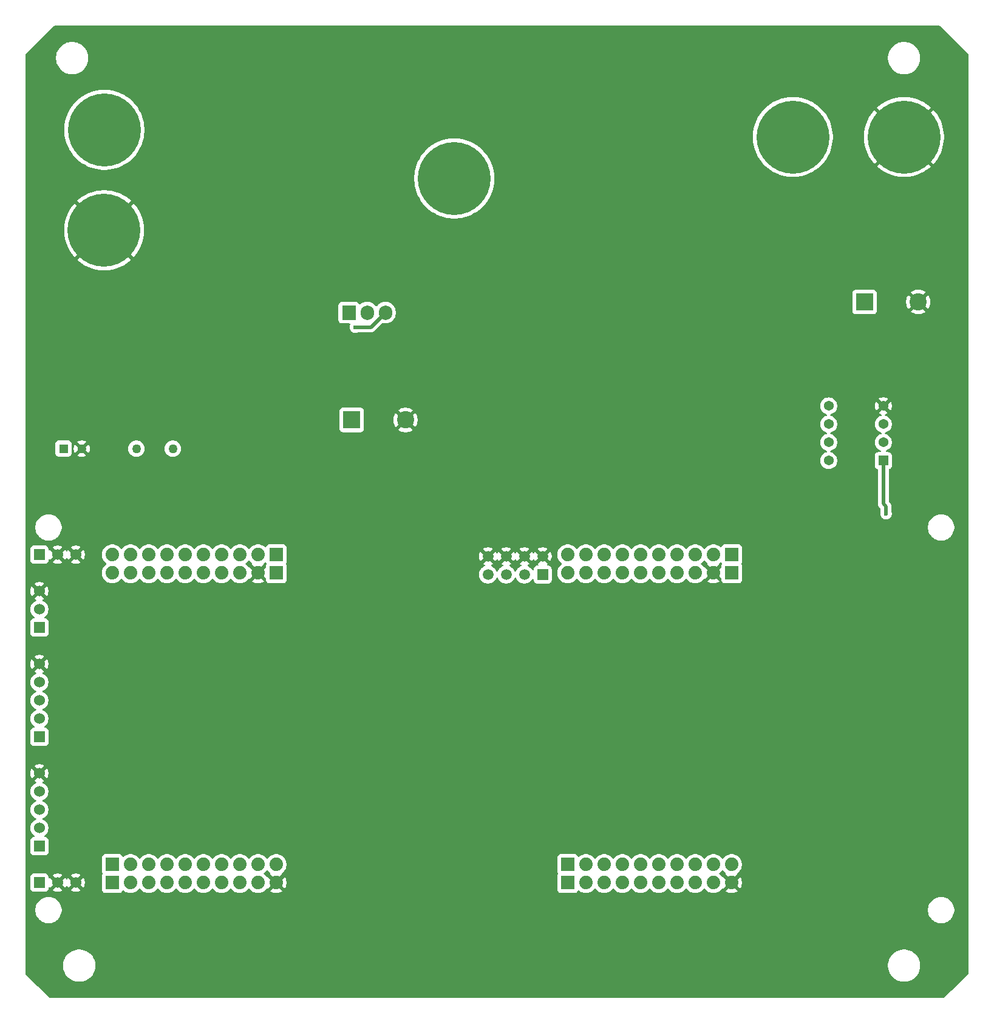
<source format=gbr>
%TF.GenerationSoftware,KiCad,Pcbnew,9.0.0*%
%TF.CreationDate,2025-03-06T09:36:57-05:00*%
%TF.ProjectId,PCB_Tutorial_Lect,5043425f-5475-4746-9f72-69616c5f4c65,rev?*%
%TF.SameCoordinates,Original*%
%TF.FileFunction,Copper,L2,Bot*%
%TF.FilePolarity,Positive*%
%FSLAX46Y46*%
G04 Gerber Fmt 4.6, Leading zero omitted, Abs format (unit mm)*
G04 Created by KiCad (PCBNEW 9.0.0) date 2025-03-06 09:36:57*
%MOMM*%
%LPD*%
G01*
G04 APERTURE LIST*
%TA.AperFunction,ComponentPad*%
%ADD10C,10.160000*%
%TD*%
%TA.AperFunction,ComponentPad*%
%ADD11R,2.400000X2.400000*%
%TD*%
%TA.AperFunction,ComponentPad*%
%ADD12C,2.400000*%
%TD*%
%TA.AperFunction,ComponentPad*%
%ADD13R,1.879600X1.879600*%
%TD*%
%TA.AperFunction,ComponentPad*%
%ADD14C,1.879600*%
%TD*%
%TA.AperFunction,ComponentPad*%
%ADD15R,1.524000X1.524000*%
%TD*%
%TA.AperFunction,ComponentPad*%
%ADD16C,1.524000*%
%TD*%
%TA.AperFunction,ComponentPad*%
%ADD17R,1.500000X1.500000*%
%TD*%
%TA.AperFunction,ComponentPad*%
%ADD18C,1.500000*%
%TD*%
%TA.AperFunction,ComponentPad*%
%ADD19R,1.905000X2.000000*%
%TD*%
%TA.AperFunction,ComponentPad*%
%ADD20O,1.905000X2.000000*%
%TD*%
%TA.AperFunction,ComponentPad*%
%ADD21R,1.371600X1.371600*%
%TD*%
%TA.AperFunction,ComponentPad*%
%ADD22C,1.371600*%
%TD*%
%TA.AperFunction,ComponentPad*%
%ADD23R,1.270000X1.270000*%
%TD*%
%TA.AperFunction,ComponentPad*%
%ADD24C,1.270000*%
%TD*%
%TA.AperFunction,ViaPad*%
%ADD25C,0.600000*%
%TD*%
%TA.AperFunction,Conductor*%
%ADD26C,0.400000*%
%TD*%
%TA.AperFunction,Conductor*%
%ADD27C,0.500126*%
%TD*%
G04 APERTURE END LIST*
D10*
%TO.P,J1,1,Pin_1*%
%TO.N,/Power_stage/VIN*%
X56000000Y-48000000D03*
%TD*%
D11*
%TO.P,C3,1*%
%TO.N,/Power_stage/VIN*%
X90486220Y-88446000D03*
D12*
%TO.P,C3,2*%
%TO.N,GND*%
X97986220Y-88446000D03*
%TD*%
D10*
%TO.P,J5,1,Pin_1*%
%TO.N,/VSW*%
X104785000Y-54785000D03*
%TD*%
%TO.P,J2,1,Pin_1*%
%TO.N,GND*%
X167500000Y-49000000D03*
%TD*%
D11*
%TO.P,C5,1*%
%TO.N,/VOUT*%
X162000000Y-72000000D03*
D12*
%TO.P,C5,2*%
%TO.N,GND*%
X169500000Y-72000000D03*
%TD*%
D10*
%TO.P,J3,1,Pin_1*%
%TO.N,/VOUT*%
X152000000Y-49000000D03*
%TD*%
D13*
%TO.P,U2,J1_1,3.3V_J1*%
%TO.N,+3.3V*%
X143464000Y-107226000D03*
D14*
%TO.P,U2,J1_2,GPIO32*%
%TO.N,unconnected-(U2A-GPIO32-PadJ1_2)*%
X140924000Y-107226000D03*
%TO.P,U2,J1_3,GPIO19/SCIRXDB*%
%TO.N,unconnected-(U2A-GPIO19{slash}SCIRXDB-PadJ1_3)*%
X138384000Y-107226000D03*
%TO.P,U2,J1_4,GPIO18/SCITXDB*%
%TO.N,unconnected-(U2A-GPIO18{slash}SCITXDB-PadJ1_4)*%
X135844000Y-107226000D03*
%TO.P,U2,J1_5,GPIO67*%
%TO.N,unconnected-(U2A-GPIO67-PadJ1_5)*%
X133304000Y-107226000D03*
%TO.P,U2,J1_6,GPIO111*%
%TO.N,unconnected-(U2A-GPIO111-PadJ1_6)*%
X130764000Y-107226000D03*
%TO.P,U2,J1_7,GPIO60/SPICLKA*%
%TO.N,unconnected-(U2A-GPIO60{slash}SPICLKA-PadJ1_7)*%
X128224000Y-107226000D03*
%TO.P,U2,J1_8,GPIO22*%
%TO.N,unconnected-(U2A-GPIO22-PadJ1_8)*%
X125684000Y-107226000D03*
%TO.P,U2,J1_9,GPIO105/I2CSCLA*%
%TO.N,unconnected-(U2A-GPIO105{slash}I2CSCLA-PadJ1_9)*%
X123144000Y-107226000D03*
%TO.P,U2,J1_10,GPIO104/I2CSDAA*%
%TO.N,unconnected-(U2A-GPIO104{slash}I2CSDAA-PadJ1_10)*%
X120604000Y-107226000D03*
D13*
%TO.P,U2,J2_1,GPIO29/OPXBAR6*%
%TO.N,unconnected-(U2B-GPIO29{slash}OPXBAR6-PadJ2_1)*%
X120604000Y-152946000D03*
D14*
%TO.P,U2,J2_2,GPIO125/SD1CLK2*%
%TO.N,unconnected-(U2B-GPIO125{slash}SD1CLK2-PadJ2_2)*%
X123144000Y-152946000D03*
%TO.P,U2,J2_3,GPIO124/SD1D2*%
%TO.N,unconnected-(U2B-GPIO124{slash}SD1D2-PadJ2_3)*%
X125684000Y-152946000D03*
%TO.P,U2,J2_4,GPIO59/SPIAMISO*%
%TO.N,unconnected-(U2B-GPIO59{slash}SPIAMISO-PadJ2_4)*%
X128224000Y-152946000D03*
%TO.P,U2,J2_5,GPIO58/SPIAMOSI*%
%TO.N,unconnected-(U2B-GPIO58{slash}SPIAMOSI-PadJ2_5)*%
X130764000Y-152946000D03*
%TO.P,U2,J2_6,~{RESET_J2}*%
%TO.N,unconnected-(U2B-~{RESET_J2}-PadJ2_6)*%
X133304000Y-152946000D03*
%TO.P,U2,J2_7,GPIO122/SD1D1*%
%TO.N,unconnected-(U2B-GPIO122{slash}SD1D1-PadJ2_7)*%
X135844000Y-152946000D03*
%TO.P,U2,J2_8,GPIO123/SD1CLK1*%
%TO.N,unconnected-(U2B-GPIO123{slash}SD1CLK1-PadJ2_8)*%
X138384000Y-152946000D03*
%TO.P,U2,J2_9,GPIO61/SPIACS*%
%TO.N,unconnected-(U2B-GPIO61{slash}SPIACS-PadJ2_9)*%
X140924000Y-152946000D03*
%TO.P,U2,J2_10,GND_J2*%
%TO.N,GND*%
X143464000Y-152946000D03*
D13*
%TO.P,U2,J3_1,+5V_J3*%
%TO.N,unconnected-(U2C-+5V_J3-PadJ3_1)*%
X143464000Y-109766000D03*
D14*
%TO.P,U2,J3_2,GND_J3*%
%TO.N,GND*%
X140924000Y-109766000D03*
%TO.P,U2,J3_3,ADCIN14/ANALOGIN*%
%TO.N,/VFILT*%
X138384000Y-109766000D03*
%TO.P,U2,J3_4,ADCINC3/ANALOGIN*%
%TO.N,unconnected-(U2C-ADCINC3{slash}ANALOGIN-PadJ3_4)*%
X135844000Y-109766000D03*
%TO.P,U2,J3_5,ADCINB3/ANALOGIN*%
%TO.N,unconnected-(U2C-ADCINB3{slash}ANALOGIN-PadJ3_5)*%
X133304000Y-109766000D03*
%TO.P,U2,J3_6,ADCINA3/ANALOGIN*%
%TO.N,unconnected-(U2C-ADCINA3{slash}ANALOGIN-PadJ3_6)*%
X130764000Y-109766000D03*
%TO.P,U2,J3_7,ADCINC2/ANALOGIN*%
%TO.N,unconnected-(U2C-ADCINC2{slash}ANALOGIN-PadJ3_7)*%
X128224000Y-109766000D03*
%TO.P,U2,J3_8,ADCINB2/ANALOGIN*%
%TO.N,unconnected-(U2C-ADCINB2{slash}ANALOGIN-PadJ3_8)*%
X125684000Y-109766000D03*
%TO.P,U2,J3_9,ADCINA2/ANALOGIN*%
%TO.N,unconnected-(U2C-ADCINA2{slash}ANALOGIN-PadJ3_9)*%
X123144000Y-109766000D03*
%TO.P,U2,J3_10,ADCINA0/ANALOGIN(DACA)*%
%TO.N,unconnected-(U2C-ADCINA0{slash}ANALOGIN(DACA)-PadJ3_10)*%
X120604000Y-109766000D03*
D13*
%TO.P,U2,J4_1,PWM/BASED/DAC2*%
%TO.N,unconnected-(U2D-PWM{slash}BASED{slash}DAC2-PadJ4_1)*%
X120604000Y-150406000D03*
D14*
%TO.P,U2,J4_2,PWM/BASED/DAC1*%
%TO.N,unconnected-(U2D-PWM{slash}BASED{slash}DAC1-PadJ4_2)*%
X123144000Y-150406000D03*
%TO.P,U2,J4_3,GPIO16/OPXBAR7*%
%TO.N,unconnected-(U2D-GPIO16{slash}OPXBAR7-PadJ4_3)*%
X125684000Y-150406000D03*
%TO.P,U2,J4_4,GPIO24/OPXBAR1*%
%TO.N,unconnected-(U2D-GPIO24{slash}OPXBAR1-PadJ4_4)*%
X128224000Y-150406000D03*
%TO.P,U2,J4_5,GPIO5/PWMOUT3B*%
%TO.N,unconnected-(U2D-GPIO5{slash}PWMOUT3B-PadJ4_5)*%
X130764000Y-150406000D03*
%TO.P,U2,J4_6,GPIO4/PWMOUT3A*%
%TO.N,unconnected-(U2D-GPIO4{slash}PWMOUT3A-PadJ4_6)*%
X133304000Y-150406000D03*
%TO.P,U2,J4_7,GPIO3/PWMOUT2B*%
%TO.N,unconnected-(U2D-GPIO3{slash}PWMOUT2B-PadJ4_7)*%
X135844000Y-150406000D03*
%TO.P,U2,J4_8,GPIO2//PWMOUT2A*%
%TO.N,unconnected-(U2D-GPIO2{slash}{slash}PWMOUT2A-PadJ4_8)*%
X138384000Y-150406000D03*
%TO.P,U2,J4_9,GPIO1/PWMOUT1B*%
%TO.N,unconnected-(U2D-GPIO1{slash}PWMOUT1B-PadJ4_9)*%
X140924000Y-150406000D03*
%TO.P,U2,J4_10,GPIO0/PWMOUT1A*%
%TO.N,unconnected-(U2D-GPIO0{slash}PWMOUT1A-PadJ4_10)*%
X143464000Y-150406000D03*
D13*
%TO.P,U2,J5_1,3.3V_J5*%
%TO.N,unconnected-(U2E-3.3V_J5-PadJ5_1)*%
X79964000Y-107226000D03*
D14*
%TO.P,U2,J5_2,GPIO95*%
%TO.N,unconnected-(U2E-GPIO95-PadJ5_2)*%
X77424000Y-107226000D03*
%TO.P,U2,J5_3,GPIO139/SCICRX*%
%TO.N,unconnected-(U2E-GPIO139{slash}SCICRX-PadJ5_3)*%
X74884000Y-107226000D03*
%TO.P,U2,J5_4,GPIO56/SCICIX*%
%TO.N,unconnected-(U2E-GPIO56{slash}SCICIX-PadJ5_4)*%
X72344000Y-107226000D03*
%TO.P,U2,J5_5,GPIO97*%
%TO.N,unconnected-(U2E-GPIO97-PadJ5_5)*%
X69804000Y-107226000D03*
%TO.P,U2,J5_6,GPIO94*%
%TO.N,unconnected-(U2E-GPIO94-PadJ5_6)*%
X67264000Y-107226000D03*
%TO.P,U2,J5_7,GPIO65/SPIBCLK*%
%TO.N,unconnected-(U2E-GPIO65{slash}SPIBCLK-PadJ5_7)*%
X64724000Y-107226000D03*
%TO.P,U2,J5_8,GPIO52*%
%TO.N,unconnected-(U2E-GPIO52-PadJ5_8)*%
X62184000Y-107226000D03*
%TO.P,U2,J5_9,GPIO41/I2CSCLB/J5*%
%TO.N,unconnected-(U2E-GPIO41{slash}I2CSCLB{slash}J5-PadJ5_9)*%
X59644000Y-107226000D03*
%TO.P,U2,J5_10,GPIO40/I2CSDAB/J5*%
%TO.N,unconnected-(U2E-GPIO40{slash}I2CSDAB{slash}J5-PadJ5_10)*%
X57104000Y-107226000D03*
D13*
%TO.P,U2,J6_1,GPIO25/OPXBAR2*%
%TO.N,unconnected-(U2F-GPIO25{slash}OPXBAR2-PadJ6_1)*%
X57104000Y-152946000D03*
D14*
%TO.P,U2,J6_2,GPIO27/SD2CLK2*%
%TO.N,unconnected-(U2F-GPIO27{slash}SD2CLK2-PadJ6_2)*%
X59644000Y-152946000D03*
%TO.P,U2,J6_3,GPIO26/SD2D2*%
%TO.N,unconnected-(U2F-GPIO26{slash}SD2D2-PadJ6_3)*%
X62184000Y-152946000D03*
%TO.P,U2,J6_4,GPIO64/SPIBMISO*%
%TO.N,unconnected-(U2F-GPIO64{slash}SPIBMISO-PadJ6_4)*%
X64724000Y-152946000D03*
%TO.P,U2,J6_5,GPIO63/SPIBMOSI*%
%TO.N,unconnected-(U2F-GPIO63{slash}SPIBMOSI-PadJ6_5)*%
X67264000Y-152946000D03*
%TO.P,U2,J6_6,~{RESET_J6}*%
%TO.N,unconnected-(U2F-~{RESET_J6}-PadJ6_6)*%
X69804000Y-152946000D03*
%TO.P,U2,J6_7,GPIO130/SD2D1*%
%TO.N,unconnected-(U2F-GPIO130{slash}SD2D1-PadJ6_7)*%
X72344000Y-152946000D03*
%TO.P,U2,J6_8,GPIO131/SD2CLK1*%
%TO.N,unconnected-(U2F-GPIO131{slash}SD2CLK1-PadJ6_8)*%
X74884000Y-152946000D03*
%TO.P,U2,J6_9,GPIO66/SPIBCS*%
%TO.N,unconnected-(U2F-GPIO66{slash}SPIBCS-PadJ6_9)*%
X77424000Y-152946000D03*
%TO.P,U2,J6_10,GND_J6*%
%TO.N,GND*%
X79964000Y-152946000D03*
D13*
%TO.P,U2,J7_1,+5V_J7*%
%TO.N,+5V*%
X79964000Y-109766000D03*
D14*
%TO.P,U2,J7_2,GND_J7*%
%TO.N,GND*%
X77424000Y-109766000D03*
%TO.P,U2,J7_3,ADCIN15/ANALOGIN*%
%TO.N,unconnected-(U2G-ADCIN15{slash}ANALOGIN-PadJ7_3)*%
X74884000Y-109766000D03*
%TO.P,U2,J7_4,ADCINC5/ANALOGIN*%
%TO.N,unconnected-(U2G-ADCINC5{slash}ANALOGIN-PadJ7_4)*%
X72344000Y-109766000D03*
%TO.P,U2,J7_5,ADCINB5/ANALOGIN*%
%TO.N,unconnected-(U2G-ADCINB5{slash}ANALOGIN-PadJ7_5)*%
X69804000Y-109766000D03*
%TO.P,U2,J7_6,ADCINA5/ANALOGIN*%
%TO.N,unconnected-(U2G-ADCINA5{slash}ANALOGIN-PadJ7_6)*%
X67264000Y-109766000D03*
%TO.P,U2,J7_7,ADCINC4/ANALOGIN*%
%TO.N,unconnected-(U2G-ADCINC4{slash}ANALOGIN-PadJ7_7)*%
X64724000Y-109766000D03*
%TO.P,U2,J7_8,ADCINB4/ANALOGIN*%
%TO.N,unconnected-(U2G-ADCINB4{slash}ANALOGIN-PadJ7_8)*%
X62184000Y-109766000D03*
%TO.P,U2,J7_9,ADCINA4/ANALOGIN*%
%TO.N,unconnected-(U2G-ADCINA4{slash}ANALOGIN-PadJ7_9)*%
X59644000Y-109766000D03*
%TO.P,U2,J7_10,ADCINA1/ANALOGIN(DACB)*%
%TO.N,unconnected-(U2G-ADCINA1{slash}ANALOGIN(DACB)-PadJ7_10)*%
X57104000Y-109766000D03*
D13*
%TO.P,U2,J8_1,PWM/BASED/DAC4*%
%TO.N,unconnected-(U2H-PWM{slash}BASED{slash}DAC4-PadJ8_1)*%
X57104000Y-150406000D03*
D14*
%TO.P,U2,J8_2,PWM/BASED/DAC3*%
%TO.N,unconnected-(U2H-PWM{slash}BASED{slash}DAC3-PadJ8_2)*%
X59644000Y-150406000D03*
%TO.P,U2,J8_3,GPIO15/OPXBAR4*%
%TO.N,unconnected-(U2H-GPIO15{slash}OPXBAR4-PadJ8_3)*%
X62184000Y-150406000D03*
%TO.P,U2,J8_4,GPIO14/OPXBAR3*%
%TO.N,unconnected-(U2H-GPIO14{slash}OPXBAR3-PadJ8_4)*%
X64724000Y-150406000D03*
%TO.P,U2,J8_5,GPIO11/PWMOUT6B*%
%TO.N,/PWM*%
X67264000Y-150406000D03*
%TO.P,U2,J8_6,GPIO10/PWMOUT6A*%
%TO.N,unconnected-(U2H-GPIO10{slash}PWMOUT6A-PadJ8_6)*%
X69804000Y-150406000D03*
%TO.P,U2,J8_7,GPIO9/PWMOUT5B*%
%TO.N,unconnected-(U2H-GPIO9{slash}PWMOUT5B-PadJ8_7)*%
X72344000Y-150406000D03*
%TO.P,U2,J8_8,GPIO8/PWMOUT5A*%
%TO.N,unconnected-(U2H-GPIO8{slash}PWMOUT5A-PadJ8_8)*%
X74884000Y-150406000D03*
%TO.P,U2,J8_9,GPIO7/PWMOUT4B*%
%TO.N,unconnected-(U2H-GPIO7{slash}PWMOUT4B-PadJ8_9)*%
X77424000Y-150406000D03*
%TO.P,U2,J8_10,GPIO6/PWMOUT4A*%
%TO.N,unconnected-(U2H-GPIO6{slash}PWMOUT4A-PadJ8_10)*%
X79964000Y-150406000D03*
D15*
%TO.P,U2,J10_1,+3V_J10*%
%TO.N,unconnected-(U2I-+3V_J10-PadJ10_1)*%
X46944000Y-152946000D03*
D16*
%TO.P,U2,J10_2,GND_J10*%
%TO.N,GND*%
X49484000Y-152946000D03*
%TO.P,U2,J10_3,GND_J10__1*%
X52024000Y-152946000D03*
D15*
%TO.P,U2,J12_1,CANH*%
%TO.N,unconnected-(U2J-CANH-PadJ12_1)*%
X46944000Y-117386000D03*
D16*
%TO.P,U2,J12_2,CANL*%
%TO.N,unconnected-(U2J-CANL-PadJ12_2)*%
X46944000Y-114846000D03*
%TO.P,U2,J12_3,GND_J12*%
%TO.N,GND*%
X46944000Y-112306000D03*
D15*
%TO.P,U2,J14_1,EQEP1A*%
%TO.N,unconnected-(U2K-EQEP1A-PadJ14_1)*%
X46944000Y-147866000D03*
D16*
%TO.P,U2,J14_2,EQEP1B*%
%TO.N,unconnected-(U2K-EQEP1B-PadJ14_2)*%
X46944000Y-145326000D03*
%TO.P,U2,J14_3,EQEP1I*%
%TO.N,unconnected-(U2K-EQEP1I-PadJ14_3)*%
X46944000Y-142786000D03*
%TO.P,U2,J14_4,+5V_J14*%
%TO.N,unconnected-(U2K-+5V_J14-PadJ14_4)*%
X46944000Y-140246000D03*
%TO.P,U2,J14_5,GND_J14*%
%TO.N,GND*%
X46944000Y-137706000D03*
D15*
%TO.P,U2,J15_1,EQEP2A*%
%TO.N,unconnected-(U2L-EQEP2A-PadJ15_1)*%
X46944000Y-132626000D03*
D16*
%TO.P,U2,J15_2,EQEP2B*%
%TO.N,unconnected-(U2L-EQEP2B-PadJ15_2)*%
X46944000Y-130086000D03*
%TO.P,U2,J15_3,EQEP2I*%
%TO.N,unconnected-(U2L-EQEP2I-PadJ15_3)*%
X46944000Y-127546000D03*
%TO.P,U2,J15_4,+5V_J15*%
%TO.N,unconnected-(U2L-+5V_J15-PadJ15_4)*%
X46944000Y-125006000D03*
%TO.P,U2,J15_5,GND_J15*%
%TO.N,GND*%
X46944000Y-122466000D03*
D15*
%TO.P,U2,J16_1,+5V_J16*%
%TO.N,unconnected-(U2N-+5V_J16-PadJ16_1)*%
X46944000Y-107226000D03*
D16*
%TO.P,U2,J16_2,GND_J16*%
%TO.N,GND*%
X49484000Y-107226000D03*
%TO.P,U2,J16_3,GND_J16__1*%
X52024000Y-107226000D03*
D17*
%TO.P,U2,J21_1,ADCIND0*%
%TO.N,unconnected-(U2M-ADCIND0-PadJ21_1)*%
X117120000Y-110000000D03*
D18*
%TO.P,U2,J21_2,TP21/GND*%
%TO.N,GND*%
X117120000Y-107460000D03*
%TO.P,U2,J21_3,ADCIND1*%
%TO.N,unconnected-(U2M-ADCIND1-PadJ21_3)*%
X114580000Y-110000000D03*
%TO.P,U2,J21_4,TP22/GND*%
%TO.N,GND*%
X114580000Y-107460000D03*
%TO.P,U2,J21_5,ADCIND2*%
%TO.N,unconnected-(U2M-ADCIND2-PadJ21_5)*%
X112040000Y-110000000D03*
%TO.P,U2,J21_6,TP23/GND*%
%TO.N,GND*%
X112040000Y-107460000D03*
%TO.P,U2,J21_7,ADCIND3*%
%TO.N,unconnected-(U2M-ADCIND3-PadJ21_7)*%
X109500000Y-110000000D03*
%TO.P,U2,J21_8,TP24/GND*%
%TO.N,GND*%
X109500000Y-107460000D03*
%TD*%
D10*
%TO.P,J4,1,Pin_1*%
%TO.N,GND*%
X55964000Y-62000000D03*
%TD*%
D19*
%TO.P,Q1,1,G*%
%TO.N,/VG*%
X90099000Y-73471000D03*
D20*
%TO.P,Q1,2,D*%
%TO.N,/Power_stage/VIN*%
X92639000Y-73471000D03*
%TO.P,Q1,3,S*%
%TO.N,/VSW*%
X95179000Y-73471000D03*
%TD*%
D21*
%TO.P,U1,1,1OUT*%
%TO.N,/VFILT*%
X164620000Y-94120000D03*
D22*
%TO.P,U1,2,1IN-*%
%TO.N,Net-(U1-1IN-)*%
X164620000Y-91580000D03*
%TO.P,U1,3,1IN+*%
%TO.N,Net-(U1-1IN+)*%
X164620000Y-89040000D03*
%TO.P,U1,4,GND*%
%TO.N,GND*%
X164620000Y-86500000D03*
%TO.P,U1,5,2IN+*%
%TO.N,unconnected-(U1-2IN+-Pad5)*%
X157000000Y-86500000D03*
%TO.P,U1,6,2IN-*%
%TO.N,unconnected-(U1-2IN--Pad6)*%
X157000000Y-89040000D03*
%TO.P,U1,7,2OUT*%
%TO.N,unconnected-(U1-2OUT-Pad7)*%
X157000000Y-91580000D03*
%TO.P,U1,8,VCC*%
%TO.N,+3.3V*%
X157000000Y-94120000D03*
%TD*%
D23*
%TO.P,U4,1,+VIN(VCC)*%
%TO.N,+5V*%
X50304000Y-92446000D03*
D24*
%TO.P,U4,2,-VIN(GGND)*%
%TO.N,GND*%
X52844000Y-92446000D03*
%TO.P,U4,5,-VOUT*%
%TO.N,/VSW*%
X60464000Y-92446000D03*
%TO.P,U4,7,+VOUT*%
%TO.N,/GD/ISO_12*%
X65544000Y-92446000D03*
%TD*%
D25*
%TO.N,GND*%
X171000000Y-85000000D03*
X82500000Y-96000000D03*
X55000000Y-88500000D03*
X53500000Y-82000000D03*
X162000000Y-97500000D03*
%TO.N,/VFILT*%
X165000000Y-101500000D03*
%TO.N,/VSW*%
X91000000Y-75500000D03*
%TD*%
D26*
%TO.N,GND*%
X170964000Y-84964000D02*
X171000000Y-85000000D01*
D27*
%TO.N,/VFILT*%
X165000000Y-101500000D02*
X165000000Y-100500000D01*
X165000000Y-100500000D02*
X164620000Y-100120000D01*
X164620000Y-100120000D02*
X164620000Y-94120000D01*
%TO.N,/VSW*%
X93150000Y-75500000D02*
X91000000Y-75500000D01*
X95179000Y-73471000D02*
X93150000Y-75500000D01*
%TD*%
%TA.AperFunction,Conductor*%
%TO.N,GND*%
G36*
X78780420Y-151230417D02*
G01*
X78794315Y-151246453D01*
X78864299Y-151342778D01*
X78865400Y-151344293D01*
X79025708Y-151504601D01*
X79025713Y-151504605D01*
X79123967Y-151575991D01*
X79166633Y-151631321D01*
X79172612Y-151700934D01*
X79140006Y-151762729D01*
X79138157Y-151764330D01*
X79137991Y-151766439D01*
X79828057Y-152456504D01*
X79767919Y-152472619D01*
X79652080Y-152539498D01*
X79557498Y-152634080D01*
X79490619Y-152749919D01*
X79474504Y-152810057D01*
X78784439Y-152119991D01*
X78775531Y-152120693D01*
X78739296Y-152148634D01*
X78669682Y-152154612D01*
X78607888Y-152122005D01*
X78593991Y-152105967D01*
X78522605Y-152007713D01*
X78522601Y-152007708D01*
X78362293Y-151847400D01*
X78311965Y-151810835D01*
X78264456Y-151776317D01*
X78221791Y-151720989D01*
X78215812Y-151651376D01*
X78248417Y-151589580D01*
X78264456Y-151575682D01*
X78362293Y-151504600D01*
X78522600Y-151344293D01*
X78593682Y-151246456D01*
X78649011Y-151203791D01*
X78718624Y-151197812D01*
X78780420Y-151230417D01*
G37*
%TD.AperFunction*%
%TA.AperFunction,Conductor*%
G36*
X142280420Y-151230417D02*
G01*
X142294315Y-151246453D01*
X142364299Y-151342778D01*
X142365400Y-151344293D01*
X142525708Y-151504601D01*
X142525713Y-151504605D01*
X142623967Y-151575991D01*
X142666633Y-151631321D01*
X142672612Y-151700934D01*
X142640006Y-151762729D01*
X142638157Y-151764330D01*
X142637991Y-151766439D01*
X143328057Y-152456504D01*
X143267919Y-152472619D01*
X143152080Y-152539498D01*
X143057498Y-152634080D01*
X142990619Y-152749919D01*
X142974504Y-152810057D01*
X142284439Y-152119991D01*
X142275531Y-152120693D01*
X142239296Y-152148634D01*
X142169682Y-152154612D01*
X142107888Y-152122005D01*
X142093991Y-152105967D01*
X142022605Y-152007713D01*
X142022601Y-152007708D01*
X141862293Y-151847400D01*
X141811965Y-151810835D01*
X141764456Y-151776317D01*
X141721791Y-151720989D01*
X141715812Y-151651376D01*
X141748417Y-151589580D01*
X141764456Y-151575682D01*
X141862293Y-151504600D01*
X142022600Y-151344293D01*
X142093682Y-151246456D01*
X142149011Y-151203791D01*
X142218624Y-151197812D01*
X142280420Y-151230417D01*
G37*
%TD.AperFunction*%
%TA.AperFunction,Conductor*%
G36*
X111574075Y-107652993D02*
G01*
X111639901Y-107767007D01*
X111732993Y-107860099D01*
X111847007Y-107925925D01*
X111910590Y-107942962D01*
X111349873Y-108503677D01*
X111349873Y-108503678D01*
X111384858Y-108529096D01*
X111561764Y-108619234D01*
X111612560Y-108667209D01*
X111629355Y-108735030D01*
X111606818Y-108801164D01*
X111561764Y-108840204D01*
X111384594Y-108930476D01*
X111332272Y-108968491D01*
X111225354Y-109046172D01*
X111225352Y-109046174D01*
X111225351Y-109046174D01*
X111086174Y-109185351D01*
X111086174Y-109185352D01*
X111086172Y-109185354D01*
X111036485Y-109253741D01*
X110970476Y-109344594D01*
X110880485Y-109521213D01*
X110832511Y-109572009D01*
X110764690Y-109588804D01*
X110698555Y-109566267D01*
X110659515Y-109521213D01*
X110612391Y-109428727D01*
X110569524Y-109344595D01*
X110453828Y-109185354D01*
X110314646Y-109046172D01*
X110155405Y-108930476D01*
X109980025Y-108841116D01*
X109980024Y-108841115D01*
X109978235Y-108840204D01*
X109927439Y-108792230D01*
X109910644Y-108724409D01*
X109933181Y-108658274D01*
X109978236Y-108619234D01*
X110155141Y-108529097D01*
X110190125Y-108503678D01*
X110190126Y-108503678D01*
X109629410Y-107942962D01*
X109692993Y-107925925D01*
X109807007Y-107860099D01*
X109900099Y-107767007D01*
X109965925Y-107652993D01*
X109982962Y-107589410D01*
X110543678Y-108150126D01*
X110543678Y-108150125D01*
X110569097Y-108115141D01*
X110659515Y-107937685D01*
X110707489Y-107886888D01*
X110775310Y-107870093D01*
X110841445Y-107892630D01*
X110880485Y-107937684D01*
X110970905Y-108115145D01*
X110996319Y-108150125D01*
X110996320Y-108150125D01*
X111557037Y-107589408D01*
X111574075Y-107652993D01*
G37*
%TD.AperFunction*%
%TA.AperFunction,Conductor*%
G36*
X114114075Y-107652993D02*
G01*
X114179901Y-107767007D01*
X114272993Y-107860099D01*
X114387007Y-107925925D01*
X114450590Y-107942962D01*
X113889873Y-108503677D01*
X113889873Y-108503678D01*
X113924858Y-108529096D01*
X114101764Y-108619234D01*
X114152560Y-108667209D01*
X114169355Y-108735030D01*
X114146818Y-108801164D01*
X114101764Y-108840204D01*
X113924594Y-108930476D01*
X113872272Y-108968491D01*
X113765354Y-109046172D01*
X113765352Y-109046174D01*
X113765351Y-109046174D01*
X113626174Y-109185351D01*
X113626174Y-109185352D01*
X113626172Y-109185354D01*
X113576485Y-109253741D01*
X113510476Y-109344594D01*
X113420485Y-109521213D01*
X113372511Y-109572009D01*
X113304690Y-109588804D01*
X113238555Y-109566267D01*
X113199515Y-109521213D01*
X113152391Y-109428727D01*
X113109524Y-109344595D01*
X112993828Y-109185354D01*
X112854646Y-109046172D01*
X112695405Y-108930476D01*
X112520025Y-108841116D01*
X112520024Y-108841115D01*
X112518235Y-108840204D01*
X112467439Y-108792230D01*
X112450644Y-108724409D01*
X112473181Y-108658274D01*
X112518236Y-108619234D01*
X112695141Y-108529097D01*
X112730125Y-108503678D01*
X112730126Y-108503678D01*
X112169410Y-107942962D01*
X112232993Y-107925925D01*
X112347007Y-107860099D01*
X112440099Y-107767007D01*
X112505925Y-107652993D01*
X112522962Y-107589410D01*
X113083678Y-108150126D01*
X113083678Y-108150125D01*
X113109097Y-108115141D01*
X113199515Y-107937685D01*
X113247489Y-107886888D01*
X113315310Y-107870093D01*
X113381445Y-107892630D01*
X113420485Y-107937684D01*
X113510905Y-108115145D01*
X113536319Y-108150125D01*
X113536320Y-108150125D01*
X114097037Y-107589408D01*
X114114075Y-107652993D01*
G37*
%TD.AperFunction*%
%TA.AperFunction,Conductor*%
G36*
X116654075Y-107652993D02*
G01*
X116719901Y-107767007D01*
X116812993Y-107860099D01*
X116927007Y-107925925D01*
X116990590Y-107942962D01*
X116429873Y-108503677D01*
X116429873Y-108503678D01*
X116459470Y-108525181D01*
X116502137Y-108580510D01*
X116508117Y-108650124D01*
X116475512Y-108711919D01*
X116414673Y-108746277D01*
X116386588Y-108749500D01*
X116322130Y-108749500D01*
X116322123Y-108749501D01*
X116262516Y-108755908D01*
X116127671Y-108806202D01*
X116127664Y-108806206D01*
X116012455Y-108892452D01*
X116012452Y-108892455D01*
X115926206Y-109007664D01*
X115926202Y-109007671D01*
X115875908Y-109142517D01*
X115871303Y-109185354D01*
X115869501Y-109202123D01*
X115869500Y-109202135D01*
X115869500Y-109265732D01*
X115849815Y-109332771D01*
X115797011Y-109378526D01*
X115727853Y-109388470D01*
X115664297Y-109359445D01*
X115645182Y-109338618D01*
X115586609Y-109258000D01*
X115533828Y-109185354D01*
X115394646Y-109046172D01*
X115235405Y-108930476D01*
X115060025Y-108841116D01*
X115060024Y-108841115D01*
X115058235Y-108840204D01*
X115007439Y-108792230D01*
X114990644Y-108724409D01*
X115013181Y-108658274D01*
X115058236Y-108619234D01*
X115235141Y-108529097D01*
X115270125Y-108503678D01*
X115270126Y-108503678D01*
X114709410Y-107942962D01*
X114772993Y-107925925D01*
X114887007Y-107860099D01*
X114980099Y-107767007D01*
X115045925Y-107652993D01*
X115062962Y-107589410D01*
X115623678Y-108150126D01*
X115623678Y-108150125D01*
X115649097Y-108115141D01*
X115739515Y-107937685D01*
X115787489Y-107886888D01*
X115855310Y-107870093D01*
X115921445Y-107892630D01*
X115960485Y-107937684D01*
X116050905Y-108115145D01*
X116076319Y-108150125D01*
X116076320Y-108150125D01*
X116637037Y-107589408D01*
X116654075Y-107652993D01*
G37*
%TD.AperFunction*%
%TA.AperFunction,Conductor*%
G36*
X76240420Y-108050417D02*
G01*
X76254315Y-108066453D01*
X76275407Y-108095483D01*
X76325400Y-108164293D01*
X76485708Y-108324601D01*
X76485713Y-108324605D01*
X76583967Y-108395991D01*
X76626633Y-108451321D01*
X76632612Y-108520934D01*
X76600006Y-108582729D01*
X76598157Y-108584330D01*
X76597991Y-108586439D01*
X77288057Y-109276504D01*
X77227919Y-109292619D01*
X77112080Y-109359498D01*
X77017498Y-109454080D01*
X76950619Y-109569919D01*
X76934504Y-109630057D01*
X76244439Y-108939991D01*
X76235531Y-108940693D01*
X76199296Y-108968634D01*
X76129682Y-108974612D01*
X76067888Y-108942005D01*
X76053991Y-108925967D01*
X75982605Y-108827713D01*
X75982601Y-108827708D01*
X75822293Y-108667400D01*
X75771965Y-108630835D01*
X75724456Y-108596317D01*
X75681791Y-108540989D01*
X75675812Y-108471376D01*
X75708417Y-108409580D01*
X75724456Y-108395682D01*
X75822293Y-108324600D01*
X75982600Y-108164293D01*
X76053682Y-108066456D01*
X76109011Y-108023791D01*
X76178624Y-108017812D01*
X76240420Y-108050417D01*
G37*
%TD.AperFunction*%
%TA.AperFunction,Conductor*%
G36*
X78466898Y-108294494D02*
G01*
X78493021Y-108296359D01*
X78500469Y-108301933D01*
X78509550Y-108303945D01*
X78527994Y-108322531D01*
X78548961Y-108338222D01*
X78555565Y-108350315D01*
X78558765Y-108353539D01*
X78559688Y-108357863D01*
X78565887Y-108369213D01*
X78580401Y-108408125D01*
X78580405Y-108408134D01*
X78590554Y-108421691D01*
X78614970Y-108487155D01*
X78600117Y-108555428D01*
X78590554Y-108570309D01*
X78580405Y-108583865D01*
X78580402Y-108583871D01*
X78530108Y-108718717D01*
X78526799Y-108749500D01*
X78523701Y-108778323D01*
X78523700Y-108778335D01*
X78523700Y-108968491D01*
X78504015Y-109035530D01*
X78487381Y-109056172D01*
X77913495Y-109630057D01*
X77897381Y-109569919D01*
X77830502Y-109454080D01*
X77735920Y-109359498D01*
X77620081Y-109292619D01*
X77559940Y-109276504D01*
X78250007Y-108586439D01*
X78249306Y-108577533D01*
X78247229Y-108574840D01*
X78227856Y-108555318D01*
X78226201Y-108547570D01*
X78221364Y-108541297D01*
X78219009Y-108513889D01*
X78213266Y-108486988D01*
X78216062Y-108479576D01*
X78215385Y-108471683D01*
X78228222Y-108447353D01*
X78237934Y-108421618D01*
X78245961Y-108413735D01*
X78247991Y-108409888D01*
X78262986Y-108396758D01*
X78263466Y-108396401D01*
X78362293Y-108324600D01*
X78368468Y-108318424D01*
X78375777Y-108312997D01*
X78400346Y-108303940D01*
X78423329Y-108291386D01*
X78432607Y-108292048D01*
X78441335Y-108288831D01*
X78466898Y-108294494D01*
G37*
%TD.AperFunction*%
%TA.AperFunction,Conductor*%
G36*
X139740420Y-108050417D02*
G01*
X139754315Y-108066453D01*
X139775407Y-108095483D01*
X139825400Y-108164293D01*
X139985708Y-108324601D01*
X139985713Y-108324605D01*
X140083967Y-108395991D01*
X140126633Y-108451321D01*
X140132612Y-108520934D01*
X140100006Y-108582729D01*
X140098157Y-108584330D01*
X140097991Y-108586439D01*
X140788057Y-109276504D01*
X140727919Y-109292619D01*
X140612080Y-109359498D01*
X140517498Y-109454080D01*
X140450619Y-109569919D01*
X140434504Y-109630057D01*
X139744439Y-108939991D01*
X139735531Y-108940693D01*
X139699296Y-108968634D01*
X139629682Y-108974612D01*
X139567888Y-108942005D01*
X139553991Y-108925967D01*
X139482605Y-108827713D01*
X139482601Y-108827708D01*
X139322293Y-108667400D01*
X139271965Y-108630835D01*
X139224456Y-108596317D01*
X139181791Y-108540989D01*
X139175812Y-108471376D01*
X139208417Y-108409580D01*
X139224456Y-108395682D01*
X139322293Y-108324600D01*
X139482600Y-108164293D01*
X139553682Y-108066456D01*
X139609011Y-108023791D01*
X139678624Y-108017812D01*
X139740420Y-108050417D01*
G37*
%TD.AperFunction*%
%TA.AperFunction,Conductor*%
G36*
X141966898Y-108294494D02*
G01*
X141993021Y-108296359D01*
X142000469Y-108301933D01*
X142009550Y-108303945D01*
X142027994Y-108322531D01*
X142048961Y-108338222D01*
X142055565Y-108350315D01*
X142058765Y-108353539D01*
X142059688Y-108357863D01*
X142065887Y-108369213D01*
X142080401Y-108408125D01*
X142080405Y-108408134D01*
X142090554Y-108421691D01*
X142114970Y-108487155D01*
X142100117Y-108555428D01*
X142090554Y-108570309D01*
X142080405Y-108583865D01*
X142080402Y-108583871D01*
X142030108Y-108718717D01*
X142026799Y-108749500D01*
X142023701Y-108778323D01*
X142023700Y-108778335D01*
X142023700Y-108968491D01*
X142004015Y-109035530D01*
X141987381Y-109056172D01*
X141413495Y-109630057D01*
X141397381Y-109569919D01*
X141330502Y-109454080D01*
X141235920Y-109359498D01*
X141120081Y-109292619D01*
X141059940Y-109276504D01*
X141750007Y-108586439D01*
X141749306Y-108577533D01*
X141747229Y-108574840D01*
X141727856Y-108555318D01*
X141726201Y-108547570D01*
X141721364Y-108541297D01*
X141719009Y-108513889D01*
X141713266Y-108486988D01*
X141716062Y-108479576D01*
X141715385Y-108471683D01*
X141728222Y-108447353D01*
X141737934Y-108421618D01*
X141745961Y-108413735D01*
X141747991Y-108409888D01*
X141762986Y-108396758D01*
X141763466Y-108396401D01*
X141862293Y-108324600D01*
X141868468Y-108318424D01*
X141875777Y-108312997D01*
X141900346Y-108303940D01*
X141923329Y-108291386D01*
X141932607Y-108292048D01*
X141941335Y-108288831D01*
X141966898Y-108294494D01*
G37*
%TD.AperFunction*%
%TA.AperFunction,Conductor*%
G36*
X172516177Y-33520185D02*
G01*
X172536819Y-33536819D01*
X176463181Y-37463181D01*
X176496666Y-37524504D01*
X176499500Y-37550862D01*
X176499500Y-165614500D01*
X176479815Y-165681539D01*
X176462389Y-165702966D01*
X174128559Y-167995199D01*
X173142211Y-168963966D01*
X173080592Y-168996898D01*
X173055324Y-168999500D01*
X48358244Y-168999500D01*
X48291205Y-168979815D01*
X48270879Y-168963496D01*
X45037135Y-165752931D01*
X45003429Y-165691729D01*
X45000500Y-165664935D01*
X45000500Y-164352486D01*
X50249500Y-164352486D01*
X50249500Y-164647513D01*
X50281571Y-164891113D01*
X50288007Y-164939993D01*
X50288008Y-164939995D01*
X50364361Y-165224951D01*
X50364364Y-165224961D01*
X50477254Y-165497500D01*
X50477258Y-165497510D01*
X50624761Y-165752993D01*
X50804352Y-165987040D01*
X50804358Y-165987047D01*
X51012952Y-166195641D01*
X51012959Y-166195647D01*
X51247006Y-166375238D01*
X51502489Y-166522741D01*
X51502490Y-166522741D01*
X51502493Y-166522743D01*
X51775048Y-166635639D01*
X52060007Y-166711993D01*
X52352494Y-166750500D01*
X52352501Y-166750500D01*
X52647499Y-166750500D01*
X52647506Y-166750500D01*
X52939993Y-166711993D01*
X53224952Y-166635639D01*
X53497507Y-166522743D01*
X53752994Y-166375238D01*
X53987042Y-166195646D01*
X54195646Y-165987042D01*
X54375238Y-165752994D01*
X54522743Y-165497507D01*
X54635639Y-165224952D01*
X54711993Y-164939993D01*
X54750500Y-164647506D01*
X54750500Y-164352494D01*
X54750499Y-164352486D01*
X165249500Y-164352486D01*
X165249500Y-164647513D01*
X165281571Y-164891113D01*
X165288007Y-164939993D01*
X165288008Y-164939995D01*
X165364361Y-165224951D01*
X165364364Y-165224961D01*
X165477254Y-165497500D01*
X165477258Y-165497510D01*
X165624761Y-165752993D01*
X165804352Y-165987040D01*
X165804358Y-165987047D01*
X166012952Y-166195641D01*
X166012959Y-166195647D01*
X166247006Y-166375238D01*
X166502489Y-166522741D01*
X166502490Y-166522741D01*
X166502493Y-166522743D01*
X166775048Y-166635639D01*
X167060007Y-166711993D01*
X167352494Y-166750500D01*
X167352501Y-166750500D01*
X167647499Y-166750500D01*
X167647506Y-166750500D01*
X167939993Y-166711993D01*
X168224952Y-166635639D01*
X168497507Y-166522743D01*
X168752994Y-166375238D01*
X168987042Y-166195646D01*
X169195646Y-165987042D01*
X169375238Y-165752994D01*
X169522743Y-165497507D01*
X169635639Y-165224952D01*
X169711993Y-164939993D01*
X169750500Y-164647506D01*
X169750500Y-164352494D01*
X169711993Y-164060007D01*
X169635639Y-163775048D01*
X169522743Y-163502493D01*
X169375238Y-163247006D01*
X169195646Y-163012958D01*
X169195641Y-163012952D01*
X168987047Y-162804358D01*
X168987040Y-162804352D01*
X168752993Y-162624761D01*
X168497510Y-162477258D01*
X168497500Y-162477254D01*
X168224961Y-162364364D01*
X168224954Y-162364362D01*
X168224952Y-162364361D01*
X167939993Y-162288007D01*
X167891113Y-162281571D01*
X167647513Y-162249500D01*
X167647506Y-162249500D01*
X167352494Y-162249500D01*
X167352486Y-162249500D01*
X167074085Y-162286153D01*
X167060007Y-162288007D01*
X166775048Y-162364361D01*
X166775038Y-162364364D01*
X166502499Y-162477254D01*
X166502489Y-162477258D01*
X166247006Y-162624761D01*
X166012959Y-162804352D01*
X166012952Y-162804358D01*
X165804358Y-163012952D01*
X165804352Y-163012959D01*
X165624761Y-163247006D01*
X165477258Y-163502489D01*
X165477254Y-163502499D01*
X165364364Y-163775038D01*
X165364361Y-163775048D01*
X165288008Y-164060004D01*
X165288006Y-164060015D01*
X165249500Y-164352486D01*
X54750499Y-164352486D01*
X54711993Y-164060007D01*
X54635639Y-163775048D01*
X54522743Y-163502493D01*
X54375238Y-163247006D01*
X54195646Y-163012958D01*
X54195641Y-163012952D01*
X53987047Y-162804358D01*
X53987040Y-162804352D01*
X53752993Y-162624761D01*
X53497510Y-162477258D01*
X53497500Y-162477254D01*
X53224961Y-162364364D01*
X53224954Y-162364362D01*
X53224952Y-162364361D01*
X52939993Y-162288007D01*
X52891113Y-162281571D01*
X52647513Y-162249500D01*
X52647506Y-162249500D01*
X52352494Y-162249500D01*
X52352486Y-162249500D01*
X52074085Y-162286153D01*
X52060007Y-162288007D01*
X51775048Y-162364361D01*
X51775038Y-162364364D01*
X51502499Y-162477254D01*
X51502489Y-162477258D01*
X51247006Y-162624761D01*
X51012959Y-162804352D01*
X51012952Y-162804358D01*
X50804358Y-163012952D01*
X50804352Y-163012959D01*
X50624761Y-163247006D01*
X50477258Y-163502489D01*
X50477254Y-163502499D01*
X50364364Y-163775038D01*
X50364361Y-163775048D01*
X50288008Y-164060004D01*
X50288006Y-164060015D01*
X50249500Y-164352486D01*
X45000500Y-164352486D01*
X45000500Y-156635530D01*
X46376000Y-156635530D01*
X46376000Y-156876469D01*
X46407447Y-157115341D01*
X46469808Y-157348073D01*
X46562006Y-157570662D01*
X46562011Y-157570671D01*
X46682480Y-157779329D01*
X46682483Y-157779334D01*
X46682485Y-157779336D01*
X46829151Y-157970476D01*
X46829157Y-157970483D01*
X46999516Y-158140842D01*
X46999522Y-158140847D01*
X47190671Y-158287520D01*
X47399329Y-158407989D01*
X47399332Y-158407990D01*
X47399337Y-158407993D01*
X47519424Y-158457734D01*
X47621927Y-158500192D01*
X47854655Y-158562552D01*
X48033812Y-158586138D01*
X48093530Y-158594000D01*
X48093531Y-158594000D01*
X48334470Y-158594000D01*
X48382244Y-158587710D01*
X48573345Y-158562552D01*
X48806073Y-158500192D01*
X48981053Y-158427712D01*
X49028662Y-158407993D01*
X49028663Y-158407991D01*
X49028671Y-158407989D01*
X49237329Y-158287520D01*
X49428478Y-158140847D01*
X49598847Y-157970478D01*
X49745520Y-157779329D01*
X49865989Y-157570671D01*
X49958192Y-157348073D01*
X50020552Y-157115345D01*
X50052000Y-156876469D01*
X50052000Y-156635531D01*
X50052000Y-156635530D01*
X170836000Y-156635530D01*
X170836000Y-156876469D01*
X170867447Y-157115341D01*
X170929808Y-157348073D01*
X171022006Y-157570662D01*
X171022011Y-157570671D01*
X171142480Y-157779329D01*
X171142483Y-157779334D01*
X171142485Y-157779336D01*
X171289151Y-157970476D01*
X171289157Y-157970483D01*
X171459516Y-158140842D01*
X171459522Y-158140847D01*
X171650671Y-158287520D01*
X171859329Y-158407989D01*
X171859332Y-158407990D01*
X171859337Y-158407993D01*
X171979424Y-158457734D01*
X172081927Y-158500192D01*
X172314655Y-158562552D01*
X172493812Y-158586138D01*
X172553530Y-158594000D01*
X172553531Y-158594000D01*
X172794470Y-158594000D01*
X172842244Y-158587710D01*
X173033345Y-158562552D01*
X173266073Y-158500192D01*
X173441053Y-158427712D01*
X173488662Y-158407993D01*
X173488663Y-158407991D01*
X173488671Y-158407989D01*
X173697329Y-158287520D01*
X173888478Y-158140847D01*
X174058847Y-157970478D01*
X174205520Y-157779329D01*
X174325989Y-157570671D01*
X174418192Y-157348073D01*
X174480552Y-157115345D01*
X174512000Y-156876469D01*
X174512000Y-156635531D01*
X174480552Y-156396655D01*
X174418192Y-156163927D01*
X174375734Y-156061424D01*
X174325993Y-155941337D01*
X174325988Y-155941328D01*
X174205520Y-155732671D01*
X174058847Y-155541522D01*
X174058842Y-155541516D01*
X173888483Y-155371157D01*
X173888476Y-155371151D01*
X173697336Y-155224485D01*
X173697334Y-155224483D01*
X173697329Y-155224480D01*
X173488671Y-155104011D01*
X173488662Y-155104006D01*
X173266073Y-155011808D01*
X173033341Y-154949447D01*
X172794470Y-154918000D01*
X172794469Y-154918000D01*
X172553531Y-154918000D01*
X172553530Y-154918000D01*
X172314658Y-154949447D01*
X172081926Y-155011808D01*
X171859337Y-155104006D01*
X171859328Y-155104011D01*
X171733644Y-155176575D01*
X171650671Y-155224480D01*
X171650668Y-155224481D01*
X171650663Y-155224485D01*
X171459523Y-155371151D01*
X171459516Y-155371157D01*
X171289157Y-155541516D01*
X171289151Y-155541523D01*
X171142485Y-155732663D01*
X171022011Y-155941328D01*
X171022006Y-155941337D01*
X170929808Y-156163926D01*
X170867447Y-156396658D01*
X170836000Y-156635530D01*
X50052000Y-156635530D01*
X50020552Y-156396655D01*
X49958192Y-156163927D01*
X49915734Y-156061424D01*
X49865993Y-155941337D01*
X49865988Y-155941328D01*
X49745520Y-155732671D01*
X49598847Y-155541522D01*
X49598842Y-155541516D01*
X49428483Y-155371157D01*
X49428476Y-155371151D01*
X49237336Y-155224485D01*
X49237334Y-155224483D01*
X49237329Y-155224480D01*
X49028671Y-155104011D01*
X49028662Y-155104006D01*
X48806073Y-155011808D01*
X48573341Y-154949447D01*
X48334470Y-154918000D01*
X48334469Y-154918000D01*
X48093531Y-154918000D01*
X48093530Y-154918000D01*
X47854658Y-154949447D01*
X47621926Y-155011808D01*
X47399337Y-155104006D01*
X47399328Y-155104011D01*
X47273644Y-155176575D01*
X47190671Y-155224480D01*
X47190668Y-155224481D01*
X47190663Y-155224485D01*
X46999523Y-155371151D01*
X46999516Y-155371157D01*
X46829157Y-155541516D01*
X46829151Y-155541523D01*
X46682485Y-155732663D01*
X46562011Y-155941328D01*
X46562006Y-155941337D01*
X46469808Y-156163926D01*
X46407447Y-156396658D01*
X46376000Y-156635530D01*
X45000500Y-156635530D01*
X45000500Y-152136135D01*
X45681500Y-152136135D01*
X45681500Y-153755870D01*
X45681501Y-153755876D01*
X45687908Y-153815483D01*
X45738202Y-153950328D01*
X45738206Y-153950335D01*
X45824452Y-154065544D01*
X45824455Y-154065547D01*
X45939664Y-154151793D01*
X45939671Y-154151797D01*
X46074517Y-154202091D01*
X46074516Y-154202091D01*
X46081444Y-154202835D01*
X46134127Y-154208500D01*
X47753872Y-154208499D01*
X47813483Y-154202091D01*
X47948331Y-154151796D01*
X48063546Y-154065546D01*
X48149796Y-153950331D01*
X48200091Y-153815483D01*
X48206500Y-153755873D01*
X48206499Y-153703632D01*
X48209077Y-153691192D01*
X48219776Y-153671126D01*
X48226182Y-153649308D01*
X48235900Y-153640886D01*
X48241951Y-153629539D01*
X48261800Y-153618442D01*
X48278985Y-153603552D01*
X48291713Y-153601721D01*
X48302938Y-153595447D01*
X48325635Y-153596843D01*
X48348143Y-153593607D01*
X48359839Y-153598948D01*
X48372676Y-153599738D01*
X48391015Y-153613184D01*
X48411700Y-153622630D01*
X48427753Y-153640121D01*
X48429023Y-153641052D01*
X48429322Y-153641830D01*
X48430816Y-153643458D01*
X48431729Y-153644715D01*
X48431731Y-153644716D01*
X48994504Y-153081942D01*
X49010619Y-153142081D01*
X49077498Y-153257920D01*
X49172080Y-153352502D01*
X49287919Y-153419381D01*
X49348057Y-153435494D01*
X48785283Y-153998268D01*
X48785283Y-153998269D01*
X48822567Y-154025358D01*
X48999562Y-154115542D01*
X49188477Y-154176924D01*
X49384679Y-154208000D01*
X49583321Y-154208000D01*
X49779520Y-154176924D01*
X49779523Y-154176924D01*
X49968437Y-154115542D01*
X50145425Y-154025362D01*
X50182716Y-153998268D01*
X49619942Y-153435494D01*
X49680081Y-153419381D01*
X49795920Y-153352502D01*
X49890502Y-153257920D01*
X49957381Y-153142081D01*
X49973495Y-153081942D01*
X50536268Y-153644715D01*
X50563362Y-153607425D01*
X50643515Y-153450117D01*
X50691489Y-153399321D01*
X50759310Y-153382526D01*
X50825445Y-153405063D01*
X50864485Y-153450117D01*
X50944641Y-153607432D01*
X50971730Y-153644715D01*
X51534504Y-153081941D01*
X51550619Y-153142081D01*
X51617498Y-153257920D01*
X51712080Y-153352502D01*
X51827919Y-153419381D01*
X51888057Y-153435494D01*
X51325283Y-153998268D01*
X51325283Y-153998269D01*
X51362567Y-154025358D01*
X51539562Y-154115542D01*
X51728477Y-154176924D01*
X51924679Y-154208000D01*
X52123321Y-154208000D01*
X52319520Y-154176924D01*
X52319523Y-154176924D01*
X52508437Y-154115542D01*
X52685425Y-154025362D01*
X52722716Y-153998268D01*
X52159942Y-153435494D01*
X52220081Y-153419381D01*
X52335920Y-153352502D01*
X52430502Y-153257920D01*
X52497381Y-153142081D01*
X52513495Y-153081942D01*
X53076268Y-153644715D01*
X53103362Y-153607425D01*
X53193542Y-153430437D01*
X53254924Y-153241523D01*
X53254924Y-153241520D01*
X53286000Y-153045321D01*
X53286000Y-152846678D01*
X53254924Y-152650479D01*
X53254924Y-152650476D01*
X53193542Y-152461562D01*
X53103358Y-152284567D01*
X53076268Y-152247283D01*
X52513494Y-152810057D01*
X52497381Y-152749919D01*
X52430502Y-152634080D01*
X52335920Y-152539498D01*
X52220081Y-152472619D01*
X52159942Y-152456504D01*
X52722716Y-151893731D01*
X52722715Y-151893730D01*
X52685432Y-151866641D01*
X52508437Y-151776457D01*
X52319522Y-151715075D01*
X52123321Y-151684000D01*
X51924679Y-151684000D01*
X51728479Y-151715075D01*
X51728476Y-151715075D01*
X51539562Y-151776457D01*
X51362564Y-151866643D01*
X51325283Y-151893729D01*
X51325282Y-151893730D01*
X51888058Y-152456504D01*
X51827919Y-152472619D01*
X51712080Y-152539498D01*
X51617498Y-152634080D01*
X51550619Y-152749919D01*
X51534504Y-152810057D01*
X50971730Y-152247282D01*
X50971729Y-152247283D01*
X50944643Y-152284564D01*
X50864485Y-152441882D01*
X50816510Y-152492678D01*
X50748689Y-152509473D01*
X50682554Y-152486935D01*
X50643515Y-152441882D01*
X50563358Y-152284567D01*
X50536268Y-152247283D01*
X49973494Y-152810057D01*
X49957381Y-152749919D01*
X49890502Y-152634080D01*
X49795920Y-152539498D01*
X49680081Y-152472619D01*
X49619942Y-152456504D01*
X50182716Y-151893731D01*
X50182715Y-151893730D01*
X50145432Y-151866641D01*
X49968437Y-151776457D01*
X49779522Y-151715075D01*
X49583321Y-151684000D01*
X49384679Y-151684000D01*
X49188479Y-151715075D01*
X49188476Y-151715075D01*
X48999562Y-151776457D01*
X48822564Y-151866643D01*
X48785283Y-151893729D01*
X48785282Y-151893730D01*
X49348058Y-152456504D01*
X49287919Y-152472619D01*
X49172080Y-152539498D01*
X49077498Y-152634080D01*
X49010619Y-152749919D01*
X48994504Y-152810057D01*
X48431730Y-152247282D01*
X48431728Y-152247283D01*
X48430817Y-152248538D01*
X48375487Y-152291204D01*
X48305874Y-152297183D01*
X48244079Y-152264577D01*
X48209722Y-152203739D01*
X48209077Y-152200806D01*
X48206499Y-152188361D01*
X48206499Y-152136128D01*
X48200091Y-152076517D01*
X48162389Y-151975434D01*
X48162389Y-151975431D01*
X48149798Y-151941673D01*
X48149793Y-151941664D01*
X48063547Y-151826455D01*
X48063544Y-151826452D01*
X47948335Y-151740206D01*
X47948328Y-151740202D01*
X47813482Y-151689908D01*
X47813483Y-151689908D01*
X47753883Y-151683501D01*
X47753881Y-151683500D01*
X47753873Y-151683500D01*
X47753864Y-151683500D01*
X46134129Y-151683500D01*
X46134123Y-151683501D01*
X46074516Y-151689908D01*
X45939671Y-151740202D01*
X45939664Y-151740206D01*
X45824455Y-151826452D01*
X45824452Y-151826455D01*
X45738206Y-151941664D01*
X45738202Y-151941671D01*
X45687908Y-152076517D01*
X45681501Y-152136116D01*
X45681500Y-152136135D01*
X45000500Y-152136135D01*
X45000500Y-149418335D01*
X55663700Y-149418335D01*
X55663700Y-151393670D01*
X55663701Y-151393676D01*
X55670108Y-151453283D01*
X55720402Y-151588128D01*
X55720405Y-151588134D01*
X55730554Y-151601691D01*
X55754970Y-151667155D01*
X55740117Y-151735428D01*
X55730554Y-151750309D01*
X55720405Y-151763865D01*
X55720402Y-151763871D01*
X55670108Y-151898717D01*
X55663701Y-151958316D01*
X55663700Y-151958335D01*
X55663700Y-153933670D01*
X55663701Y-153933676D01*
X55670108Y-153993283D01*
X55720402Y-154128128D01*
X55720406Y-154128135D01*
X55806652Y-154243344D01*
X55806655Y-154243347D01*
X55921864Y-154329593D01*
X55921871Y-154329597D01*
X56056717Y-154379891D01*
X56056716Y-154379891D01*
X56063644Y-154380635D01*
X56116327Y-154386300D01*
X58091672Y-154386299D01*
X58151283Y-154379891D01*
X58286131Y-154329596D01*
X58401346Y-154243346D01*
X58487596Y-154128131D01*
X58502111Y-154089215D01*
X58543982Y-154033281D01*
X58609446Y-154008864D01*
X58677719Y-154023715D01*
X58701772Y-154041721D01*
X58702011Y-154041443D01*
X58705713Y-154044605D01*
X58803351Y-154115542D01*
X58889118Y-154177855D01*
X59017647Y-154243344D01*
X59091116Y-154280779D01*
X59091119Y-154280780D01*
X59198923Y-154315807D01*
X59306729Y-154350835D01*
X59530646Y-154386300D01*
X59530647Y-154386300D01*
X59757353Y-154386300D01*
X59757354Y-154386300D01*
X59981271Y-154350835D01*
X60196883Y-154280779D01*
X60398882Y-154177855D01*
X60582293Y-154044600D01*
X60742600Y-153884293D01*
X60813682Y-153786456D01*
X60869011Y-153743791D01*
X60938624Y-153737812D01*
X61000420Y-153770417D01*
X61014315Y-153786453D01*
X61035407Y-153815483D01*
X61085400Y-153884293D01*
X61245708Y-154044601D01*
X61245713Y-154044605D01*
X61343351Y-154115542D01*
X61429118Y-154177855D01*
X61557647Y-154243344D01*
X61631116Y-154280779D01*
X61631119Y-154280780D01*
X61738923Y-154315807D01*
X61846729Y-154350835D01*
X62070646Y-154386300D01*
X62070647Y-154386300D01*
X62297353Y-154386300D01*
X62297354Y-154386300D01*
X62521271Y-154350835D01*
X62736883Y-154280779D01*
X62938882Y-154177855D01*
X63122293Y-154044600D01*
X63282600Y-153884293D01*
X63353682Y-153786456D01*
X63409011Y-153743791D01*
X63478624Y-153737812D01*
X63540420Y-153770417D01*
X63554315Y-153786453D01*
X63575407Y-153815483D01*
X63625400Y-153884293D01*
X63785708Y-154044601D01*
X63785713Y-154044605D01*
X63883351Y-154115542D01*
X63969118Y-154177855D01*
X64097647Y-154243344D01*
X64171116Y-154280779D01*
X64171119Y-154280780D01*
X64278923Y-154315807D01*
X64386729Y-154350835D01*
X64610646Y-154386300D01*
X64610647Y-154386300D01*
X64837353Y-154386300D01*
X64837354Y-154386300D01*
X65061271Y-154350835D01*
X65276883Y-154280779D01*
X65478882Y-154177855D01*
X65662293Y-154044600D01*
X65822600Y-153884293D01*
X65893682Y-153786456D01*
X65949011Y-153743791D01*
X66018624Y-153737812D01*
X66080420Y-153770417D01*
X66094315Y-153786453D01*
X66115407Y-153815483D01*
X66165400Y-153884293D01*
X66325708Y-154044601D01*
X66325713Y-154044605D01*
X66423351Y-154115542D01*
X66509118Y-154177855D01*
X66637647Y-154243344D01*
X66711116Y-154280779D01*
X66711119Y-154280780D01*
X66818923Y-154315807D01*
X66926729Y-154350835D01*
X67150646Y-154386300D01*
X67150647Y-154386300D01*
X67377353Y-154386300D01*
X67377354Y-154386300D01*
X67601271Y-154350835D01*
X67816883Y-154280779D01*
X68018882Y-154177855D01*
X68202293Y-154044600D01*
X68362600Y-153884293D01*
X68433682Y-153786456D01*
X68489011Y-153743791D01*
X68558624Y-153737812D01*
X68620420Y-153770417D01*
X68634315Y-153786453D01*
X68655407Y-153815483D01*
X68705400Y-153884293D01*
X68865708Y-154044601D01*
X68865713Y-154044605D01*
X68963351Y-154115542D01*
X69049118Y-154177855D01*
X69177647Y-154243344D01*
X69251116Y-154280779D01*
X69251119Y-154280780D01*
X69358923Y-154315807D01*
X69466729Y-154350835D01*
X69690646Y-154386300D01*
X69690647Y-154386300D01*
X69917353Y-154386300D01*
X69917354Y-154386300D01*
X70141271Y-154350835D01*
X70356883Y-154280779D01*
X70558882Y-154177855D01*
X70742293Y-154044600D01*
X70902600Y-153884293D01*
X70973682Y-153786456D01*
X71029011Y-153743791D01*
X71098624Y-153737812D01*
X71160420Y-153770417D01*
X71174315Y-153786453D01*
X71195407Y-153815483D01*
X71245400Y-153884293D01*
X71405708Y-154044601D01*
X71405713Y-154044605D01*
X71503351Y-154115542D01*
X71589118Y-154177855D01*
X71717647Y-154243344D01*
X71791116Y-154280779D01*
X71791119Y-154280780D01*
X71898923Y-154315807D01*
X72006729Y-154350835D01*
X72230646Y-154386300D01*
X72230647Y-154386300D01*
X72457353Y-154386300D01*
X72457354Y-154386300D01*
X72681271Y-154350835D01*
X72896883Y-154280779D01*
X73098882Y-154177855D01*
X73282293Y-154044600D01*
X73442600Y-153884293D01*
X73513682Y-153786456D01*
X73569011Y-153743791D01*
X73638624Y-153737812D01*
X73700420Y-153770417D01*
X73714315Y-153786453D01*
X73735407Y-153815483D01*
X73785400Y-153884293D01*
X73945708Y-154044601D01*
X73945713Y-154044605D01*
X74043351Y-154115542D01*
X74129118Y-154177855D01*
X74257647Y-154243344D01*
X74331116Y-154280779D01*
X74331119Y-154280780D01*
X74438923Y-154315807D01*
X74546729Y-154350835D01*
X74770646Y-154386300D01*
X74770647Y-154386300D01*
X74997353Y-154386300D01*
X74997354Y-154386300D01*
X75221271Y-154350835D01*
X75436883Y-154280779D01*
X75638882Y-154177855D01*
X75822293Y-154044600D01*
X75982600Y-153884293D01*
X76053682Y-153786456D01*
X76109011Y-153743791D01*
X76178624Y-153737812D01*
X76240420Y-153770417D01*
X76254315Y-153786453D01*
X76275407Y-153815483D01*
X76325400Y-153884293D01*
X76485708Y-154044601D01*
X76485713Y-154044605D01*
X76583351Y-154115542D01*
X76669118Y-154177855D01*
X76797647Y-154243344D01*
X76871116Y-154280779D01*
X76871119Y-154280780D01*
X76978923Y-154315807D01*
X77086729Y-154350835D01*
X77310646Y-154386300D01*
X77310647Y-154386300D01*
X77537353Y-154386300D01*
X77537354Y-154386300D01*
X77761271Y-154350835D01*
X77976883Y-154280779D01*
X78178882Y-154177855D01*
X78362293Y-154044600D01*
X78522600Y-153884293D01*
X78593992Y-153786029D01*
X78649319Y-153743365D01*
X78718932Y-153737384D01*
X78780728Y-153769989D01*
X78782332Y-153771841D01*
X78784439Y-153772007D01*
X79474504Y-153081941D01*
X79490619Y-153142081D01*
X79557498Y-153257920D01*
X79652080Y-153352502D01*
X79767919Y-153419381D01*
X79828057Y-153435494D01*
X79137991Y-154125559D01*
X79209379Y-154177426D01*
X79411311Y-154280316D01*
X79626842Y-154350346D01*
X79850686Y-154385800D01*
X80077314Y-154385800D01*
X80301155Y-154350346D01*
X80301158Y-154350346D01*
X80516688Y-154280316D01*
X80718620Y-154177426D01*
X80790006Y-154125559D01*
X80099942Y-153435495D01*
X80160081Y-153419381D01*
X80275920Y-153352502D01*
X80370502Y-153257920D01*
X80437381Y-153142081D01*
X80453495Y-153081942D01*
X81143559Y-153772006D01*
X81195426Y-153700620D01*
X81298316Y-153498688D01*
X81368346Y-153283158D01*
X81368346Y-153283155D01*
X81403800Y-153059314D01*
X81403800Y-152832685D01*
X81368346Y-152608844D01*
X81368346Y-152608841D01*
X81298316Y-152393311D01*
X81195426Y-152191379D01*
X81143559Y-152119992D01*
X81143559Y-152119991D01*
X80453494Y-152810056D01*
X80437381Y-152749919D01*
X80370502Y-152634080D01*
X80275920Y-152539498D01*
X80160081Y-152472619D01*
X80099940Y-152456504D01*
X80790007Y-151766439D01*
X80789306Y-151757533D01*
X80761364Y-151721297D01*
X80755385Y-151651683D01*
X80787991Y-151589888D01*
X80804023Y-151575996D01*
X80902293Y-151504600D01*
X81062600Y-151344293D01*
X81195855Y-151160882D01*
X81298779Y-150958883D01*
X81368835Y-150743271D01*
X81404300Y-150519354D01*
X81404300Y-150292646D01*
X81368835Y-150068729D01*
X81298779Y-149853117D01*
X81298779Y-149853116D01*
X81263137Y-149783166D01*
X81195855Y-149651118D01*
X81164679Y-149608208D01*
X81077265Y-149487891D01*
X81077264Y-149487890D01*
X81062603Y-149467710D01*
X81013228Y-149418335D01*
X119163700Y-149418335D01*
X119163700Y-151393670D01*
X119163701Y-151393676D01*
X119170108Y-151453283D01*
X119220402Y-151588128D01*
X119220405Y-151588134D01*
X119230554Y-151601691D01*
X119254970Y-151667155D01*
X119240117Y-151735428D01*
X119230554Y-151750309D01*
X119220405Y-151763865D01*
X119220402Y-151763871D01*
X119170108Y-151898717D01*
X119163701Y-151958316D01*
X119163700Y-151958335D01*
X119163700Y-153933670D01*
X119163701Y-153933676D01*
X119170108Y-153993283D01*
X119220402Y-154128128D01*
X119220406Y-154128135D01*
X119306652Y-154243344D01*
X119306655Y-154243347D01*
X119421864Y-154329593D01*
X119421871Y-154329597D01*
X119556717Y-154379891D01*
X119556716Y-154379891D01*
X119563644Y-154380635D01*
X119616327Y-154386300D01*
X121591672Y-154386299D01*
X121651283Y-154379891D01*
X121786131Y-154329596D01*
X121901346Y-154243346D01*
X121987596Y-154128131D01*
X122002111Y-154089215D01*
X122043982Y-154033281D01*
X122109446Y-154008864D01*
X122177719Y-154023715D01*
X122201772Y-154041721D01*
X122202011Y-154041443D01*
X122205713Y-154044605D01*
X122303351Y-154115542D01*
X122389118Y-154177855D01*
X122517647Y-154243344D01*
X122591116Y-154280779D01*
X122591119Y-154280780D01*
X122698923Y-154315807D01*
X122806729Y-154350835D01*
X123030646Y-154386300D01*
X123030647Y-154386300D01*
X123257353Y-154386300D01*
X123257354Y-154386300D01*
X123481271Y-154350835D01*
X123696883Y-154280779D01*
X123898882Y-154177855D01*
X124082293Y-154044600D01*
X124242600Y-153884293D01*
X124313682Y-153786456D01*
X124369011Y-153743791D01*
X124438624Y-153737812D01*
X124500420Y-153770417D01*
X124514315Y-153786453D01*
X124535407Y-153815483D01*
X124585400Y-153884293D01*
X124745708Y-154044601D01*
X124745713Y-154044605D01*
X124843351Y-154115542D01*
X124929118Y-154177855D01*
X125057647Y-154243344D01*
X125131116Y-154280779D01*
X125131119Y-154280780D01*
X125238923Y-154315807D01*
X125346729Y-154350835D01*
X125570646Y-154386300D01*
X125570647Y-154386300D01*
X125797353Y-154386300D01*
X125797354Y-154386300D01*
X126021271Y-154350835D01*
X126236883Y-154280779D01*
X126438882Y-154177855D01*
X126622293Y-154044600D01*
X126782600Y-153884293D01*
X126853682Y-153786456D01*
X126909011Y-153743791D01*
X126978624Y-153737812D01*
X127040420Y-153770417D01*
X127054315Y-153786453D01*
X127075407Y-153815483D01*
X127125400Y-153884293D01*
X127285708Y-154044601D01*
X127285713Y-154044605D01*
X127383351Y-154115542D01*
X127469118Y-154177855D01*
X127597647Y-154243344D01*
X127671116Y-154280779D01*
X127671119Y-154280780D01*
X127778923Y-154315807D01*
X127886729Y-154350835D01*
X128110646Y-154386300D01*
X128110647Y-154386300D01*
X128337353Y-154386300D01*
X128337354Y-154386300D01*
X128561271Y-154350835D01*
X128776883Y-154280779D01*
X128978882Y-154177855D01*
X129162293Y-154044600D01*
X129322600Y-153884293D01*
X129393682Y-153786456D01*
X129449011Y-153743791D01*
X129518624Y-153737812D01*
X129580420Y-153770417D01*
X129594315Y-153786453D01*
X129615407Y-153815483D01*
X129665400Y-153884293D01*
X129825708Y-154044601D01*
X129825713Y-154044605D01*
X129923351Y-154115542D01*
X130009118Y-154177855D01*
X130137647Y-154243344D01*
X130211116Y-154280779D01*
X130211119Y-154280780D01*
X130318923Y-154315807D01*
X130426729Y-154350835D01*
X130650646Y-154386300D01*
X130650647Y-154386300D01*
X130877353Y-154386300D01*
X130877354Y-154386300D01*
X131101271Y-154350835D01*
X131316883Y-154280779D01*
X131518882Y-154177855D01*
X131702293Y-154044600D01*
X131862600Y-153884293D01*
X131933682Y-153786456D01*
X131989011Y-153743791D01*
X132058624Y-153737812D01*
X132120420Y-153770417D01*
X132134315Y-153786453D01*
X132155407Y-153815483D01*
X132205400Y-153884293D01*
X132365708Y-154044601D01*
X132365713Y-154044605D01*
X132463351Y-154115542D01*
X132549118Y-154177855D01*
X132677647Y-154243344D01*
X132751116Y-154280779D01*
X132751119Y-154280780D01*
X132858923Y-154315807D01*
X132966729Y-154350835D01*
X133190646Y-154386300D01*
X133190647Y-154386300D01*
X133417353Y-154386300D01*
X133417354Y-154386300D01*
X133641271Y-154350835D01*
X133856883Y-154280779D01*
X134058882Y-154177855D01*
X134242293Y-154044600D01*
X134402600Y-153884293D01*
X134473682Y-153786456D01*
X134529011Y-153743791D01*
X134598624Y-153737812D01*
X134660420Y-153770417D01*
X134674315Y-153786453D01*
X134695407Y-153815483D01*
X134745400Y-153884293D01*
X134905708Y-154044601D01*
X134905713Y-154044605D01*
X135003351Y-154115542D01*
X135089118Y-154177855D01*
X135217647Y-154243344D01*
X135291116Y-154280779D01*
X135291119Y-154280780D01*
X135398923Y-154315807D01*
X135506729Y-154350835D01*
X135730646Y-154386300D01*
X135730647Y-154386300D01*
X135957353Y-154386300D01*
X135957354Y-154386300D01*
X136181271Y-154350835D01*
X136396883Y-154280779D01*
X136598882Y-154177855D01*
X136782293Y-154044600D01*
X136942600Y-153884293D01*
X137013682Y-153786456D01*
X137069011Y-153743791D01*
X137138624Y-153737812D01*
X137200420Y-153770417D01*
X137214315Y-153786453D01*
X137235407Y-153815483D01*
X137285400Y-153884293D01*
X137445708Y-154044601D01*
X137445713Y-154044605D01*
X137543351Y-154115542D01*
X137629118Y-154177855D01*
X137757647Y-154243344D01*
X137831116Y-154280779D01*
X137831119Y-154280780D01*
X137938923Y-154315807D01*
X138046729Y-154350835D01*
X138270646Y-154386300D01*
X138270647Y-154386300D01*
X138497353Y-154386300D01*
X138497354Y-154386300D01*
X138721271Y-154350835D01*
X138936883Y-154280779D01*
X139138882Y-154177855D01*
X139322293Y-154044600D01*
X139482600Y-153884293D01*
X139553682Y-153786456D01*
X139609011Y-153743791D01*
X139678624Y-153737812D01*
X139740420Y-153770417D01*
X139754315Y-153786453D01*
X139775407Y-153815483D01*
X139825400Y-153884293D01*
X139985708Y-154044601D01*
X139985713Y-154044605D01*
X140083351Y-154115542D01*
X140169118Y-154177855D01*
X140297647Y-154243344D01*
X140371116Y-154280779D01*
X140371119Y-154280780D01*
X140478923Y-154315807D01*
X140586729Y-154350835D01*
X140810646Y-154386300D01*
X140810647Y-154386300D01*
X141037353Y-154386300D01*
X141037354Y-154386300D01*
X141261271Y-154350835D01*
X141476883Y-154280779D01*
X141678882Y-154177855D01*
X141862293Y-154044600D01*
X142022600Y-153884293D01*
X142093992Y-153786029D01*
X142149319Y-153743365D01*
X142218932Y-153737384D01*
X142280728Y-153769989D01*
X142282332Y-153771841D01*
X142284439Y-153772007D01*
X142974504Y-153081941D01*
X142990619Y-153142081D01*
X143057498Y-153257920D01*
X143152080Y-153352502D01*
X143267919Y-153419381D01*
X143328057Y-153435494D01*
X142637991Y-154125559D01*
X142709379Y-154177426D01*
X142911311Y-154280316D01*
X143126842Y-154350346D01*
X143350686Y-154385800D01*
X143577314Y-154385800D01*
X143801155Y-154350346D01*
X143801158Y-154350346D01*
X144016688Y-154280316D01*
X144218620Y-154177426D01*
X144290006Y-154125559D01*
X143599942Y-153435495D01*
X143660081Y-153419381D01*
X143775920Y-153352502D01*
X143870502Y-153257920D01*
X143937381Y-153142081D01*
X143953494Y-153081942D01*
X144643559Y-153772007D01*
X144643559Y-153772006D01*
X144695426Y-153700620D01*
X144798316Y-153498688D01*
X144868346Y-153283158D01*
X144868346Y-153283155D01*
X144903800Y-153059314D01*
X144903800Y-152832685D01*
X144868346Y-152608844D01*
X144868346Y-152608841D01*
X144798316Y-152393311D01*
X144695426Y-152191379D01*
X144643559Y-152119992D01*
X144643559Y-152119991D01*
X143953494Y-152810056D01*
X143937381Y-152749919D01*
X143870502Y-152634080D01*
X143775920Y-152539498D01*
X143660081Y-152472619D01*
X143599940Y-152456504D01*
X144290007Y-151766439D01*
X144289306Y-151757533D01*
X144261364Y-151721297D01*
X144255385Y-151651683D01*
X144287991Y-151589888D01*
X144304023Y-151575996D01*
X144402293Y-151504600D01*
X144562600Y-151344293D01*
X144695855Y-151160882D01*
X144798779Y-150958883D01*
X144868835Y-150743271D01*
X144904300Y-150519354D01*
X144904300Y-150292646D01*
X144868835Y-150068729D01*
X144798779Y-149853117D01*
X144798779Y-149853116D01*
X144763137Y-149783166D01*
X144695855Y-149651118D01*
X144664679Y-149608208D01*
X144562605Y-149467713D01*
X144562601Y-149467708D01*
X144402291Y-149307398D01*
X144402286Y-149307394D01*
X144218885Y-149174147D01*
X144218884Y-149174146D01*
X144218882Y-149174145D01*
X144116721Y-149122091D01*
X144016883Y-149071220D01*
X144016880Y-149071219D01*
X143801272Y-149001165D01*
X143689312Y-148983432D01*
X143577354Y-148965700D01*
X143350646Y-148965700D01*
X143276007Y-148977521D01*
X143126727Y-149001165D01*
X142911119Y-149071219D01*
X142911116Y-149071220D01*
X142709114Y-149174147D01*
X142525713Y-149307394D01*
X142525708Y-149307398D01*
X142365398Y-149467708D01*
X142365394Y-149467713D01*
X142294318Y-149565542D01*
X142238988Y-149608208D01*
X142169375Y-149614187D01*
X142107580Y-149581582D01*
X142093682Y-149565542D01*
X142022605Y-149467713D01*
X142022601Y-149467708D01*
X141862291Y-149307398D01*
X141862286Y-149307394D01*
X141678885Y-149174147D01*
X141678884Y-149174146D01*
X141678882Y-149174145D01*
X141576721Y-149122091D01*
X141476883Y-149071220D01*
X141476880Y-149071219D01*
X141261272Y-149001165D01*
X141149312Y-148983432D01*
X141037354Y-148965700D01*
X140810646Y-148965700D01*
X140736007Y-148977521D01*
X140586727Y-149001165D01*
X140371119Y-149071219D01*
X140371116Y-149071220D01*
X140169114Y-149174147D01*
X139985713Y-149307394D01*
X139985708Y-149307398D01*
X139825398Y-149467708D01*
X139825394Y-149467713D01*
X139754318Y-149565542D01*
X139698988Y-149608208D01*
X139629375Y-149614187D01*
X139567580Y-149581582D01*
X139553682Y-149565542D01*
X139482605Y-149467713D01*
X139482601Y-149467708D01*
X139322291Y-149307398D01*
X139322286Y-149307394D01*
X139138885Y-149174147D01*
X139138884Y-149174146D01*
X139138882Y-149174145D01*
X139036721Y-149122091D01*
X138936883Y-149071220D01*
X138936880Y-149071219D01*
X138721272Y-149001165D01*
X138609312Y-148983432D01*
X138497354Y-148965700D01*
X138270646Y-148965700D01*
X138196007Y-148977521D01*
X138046727Y-149001165D01*
X137831119Y-149071219D01*
X137831116Y-149071220D01*
X137629114Y-149174147D01*
X137445713Y-149307394D01*
X137445708Y-149307398D01*
X137285398Y-149467708D01*
X137285394Y-149467713D01*
X137214318Y-149565542D01*
X137158988Y-149608208D01*
X137089375Y-149614187D01*
X137027580Y-149581582D01*
X137013682Y-149565542D01*
X136942605Y-149467713D01*
X136942601Y-149467708D01*
X136782291Y-149307398D01*
X136782286Y-149307394D01*
X136598885Y-149174147D01*
X136598884Y-149174146D01*
X136598882Y-149174145D01*
X136496721Y-149122091D01*
X136396883Y-149071220D01*
X136396880Y-149071219D01*
X136181272Y-149001165D01*
X136069312Y-148983432D01*
X135957354Y-148965700D01*
X135730646Y-148965700D01*
X135656007Y-148977521D01*
X135506727Y-149001165D01*
X135291119Y-149071219D01*
X135291116Y-149071220D01*
X135089114Y-149174147D01*
X134905713Y-149307394D01*
X134905708Y-149307398D01*
X134745398Y-149467708D01*
X134745394Y-149467713D01*
X134674318Y-149565542D01*
X134618988Y-149608208D01*
X134549375Y-149614187D01*
X134487580Y-149581582D01*
X134473682Y-149565542D01*
X134402605Y-149467713D01*
X134402601Y-149467708D01*
X134242291Y-149307398D01*
X134242286Y-149307394D01*
X134058885Y-149174147D01*
X134058884Y-149174146D01*
X134058882Y-149174145D01*
X133956721Y-149122091D01*
X133856883Y-149071220D01*
X133856880Y-149071219D01*
X133641272Y-149001165D01*
X133529312Y-148983432D01*
X133417354Y-148965700D01*
X133190646Y-148965700D01*
X133116007Y-148977521D01*
X132966727Y-149001165D01*
X132751119Y-149071219D01*
X132751116Y-149071220D01*
X132549114Y-149174147D01*
X132365713Y-149307394D01*
X132365708Y-149307398D01*
X132205398Y-149467708D01*
X132205394Y-149467713D01*
X132134318Y-149565542D01*
X132078988Y-149608208D01*
X132009375Y-149614187D01*
X131947580Y-149581582D01*
X131933682Y-149565542D01*
X131862605Y-149467713D01*
X131862601Y-149467708D01*
X131702291Y-149307398D01*
X131702286Y-149307394D01*
X131518885Y-149174147D01*
X131518884Y-149174146D01*
X131518882Y-149174145D01*
X131416721Y-149122091D01*
X131316883Y-149071220D01*
X131316880Y-149071219D01*
X131101272Y-149001165D01*
X130989312Y-148983432D01*
X130877354Y-148965700D01*
X130650646Y-148965700D01*
X130576007Y-148977521D01*
X130426727Y-149001165D01*
X130211119Y-149071219D01*
X130211116Y-149071220D01*
X130009114Y-149174147D01*
X129825713Y-149307394D01*
X129825708Y-149307398D01*
X129665398Y-149467708D01*
X129665394Y-149467713D01*
X129594318Y-149565542D01*
X129538988Y-149608208D01*
X129469375Y-149614187D01*
X129407580Y-149581582D01*
X129393682Y-149565542D01*
X129322605Y-149467713D01*
X129322601Y-149467708D01*
X129162291Y-149307398D01*
X129162286Y-149307394D01*
X128978885Y-149174147D01*
X128978884Y-149174146D01*
X128978882Y-149174145D01*
X128876721Y-149122091D01*
X128776883Y-149071220D01*
X128776880Y-149071219D01*
X128561272Y-149001165D01*
X128449312Y-148983432D01*
X128337354Y-148965700D01*
X128110646Y-148965700D01*
X128036007Y-148977521D01*
X127886727Y-149001165D01*
X127671119Y-149071219D01*
X127671116Y-149071220D01*
X127469114Y-149174147D01*
X127285713Y-149307394D01*
X127285708Y-149307398D01*
X127125398Y-149467708D01*
X127125394Y-149467713D01*
X127054318Y-149565542D01*
X126998988Y-149608208D01*
X126929375Y-149614187D01*
X126867580Y-149581582D01*
X126853682Y-149565542D01*
X126782605Y-149467713D01*
X126782601Y-149467708D01*
X126622291Y-149307398D01*
X126622286Y-149307394D01*
X126438885Y-149174147D01*
X126438884Y-149174146D01*
X126438882Y-149174145D01*
X126336721Y-149122091D01*
X126236883Y-149071220D01*
X126236880Y-149071219D01*
X126021272Y-149001165D01*
X125909312Y-148983432D01*
X125797354Y-148965700D01*
X125570646Y-148965700D01*
X125496007Y-148977521D01*
X125346727Y-149001165D01*
X125131119Y-149071219D01*
X125131116Y-149071220D01*
X124929114Y-149174147D01*
X124745713Y-149307394D01*
X124745708Y-149307398D01*
X124585398Y-149467708D01*
X124585394Y-149467713D01*
X124514318Y-149565542D01*
X124458988Y-149608208D01*
X124389375Y-149614187D01*
X124327580Y-149581582D01*
X124313682Y-149565542D01*
X124242605Y-149467713D01*
X124242601Y-149467708D01*
X124082291Y-149307398D01*
X124082286Y-149307394D01*
X123898885Y-149174147D01*
X123898884Y-149174146D01*
X123898882Y-149174145D01*
X123796721Y-149122091D01*
X123696883Y-149071220D01*
X123696880Y-149071219D01*
X123481272Y-149001165D01*
X123369312Y-148983432D01*
X123257354Y-148965700D01*
X123030646Y-148965700D01*
X122956007Y-148977521D01*
X122806727Y-149001165D01*
X122591119Y-149071219D01*
X122591116Y-149071220D01*
X122389114Y-149174147D01*
X122205713Y-149307394D01*
X122202011Y-149310557D01*
X122201279Y-149309700D01*
X122144632Y-149340621D01*
X122074941Y-149335626D01*
X122019014Y-149293746D01*
X122002111Y-149262785D01*
X121987596Y-149223869D01*
X121987593Y-149223864D01*
X121901347Y-149108655D01*
X121901344Y-149108652D01*
X121786135Y-149022406D01*
X121786128Y-149022402D01*
X121651282Y-148972108D01*
X121651283Y-148972108D01*
X121591683Y-148965701D01*
X121591681Y-148965700D01*
X121591673Y-148965700D01*
X121591664Y-148965700D01*
X119616329Y-148965700D01*
X119616323Y-148965701D01*
X119556716Y-148972108D01*
X119421871Y-149022402D01*
X119421864Y-149022406D01*
X119306655Y-149108652D01*
X119306652Y-149108655D01*
X119220406Y-149223864D01*
X119220402Y-149223871D01*
X119170108Y-149358717D01*
X119163701Y-149418316D01*
X119163700Y-149418335D01*
X81013228Y-149418335D01*
X80902291Y-149307398D01*
X80902286Y-149307394D01*
X80718885Y-149174147D01*
X80718884Y-149174146D01*
X80718882Y-149174145D01*
X80616721Y-149122091D01*
X80516883Y-149071220D01*
X80516880Y-149071219D01*
X80301272Y-149001165D01*
X80189312Y-148983432D01*
X80077354Y-148965700D01*
X79850646Y-148965700D01*
X79776007Y-148977521D01*
X79626727Y-149001165D01*
X79411119Y-149071219D01*
X79411116Y-149071220D01*
X79209114Y-149174147D01*
X79025713Y-149307394D01*
X79025708Y-149307398D01*
X78865398Y-149467708D01*
X78865394Y-149467713D01*
X78794318Y-149565542D01*
X78738988Y-149608208D01*
X78669375Y-149614187D01*
X78607580Y-149581582D01*
X78593682Y-149565542D01*
X78522605Y-149467713D01*
X78522601Y-149467708D01*
X78362291Y-149307398D01*
X78362286Y-149307394D01*
X78178885Y-149174147D01*
X78178884Y-149174146D01*
X78178882Y-149174145D01*
X78076721Y-149122091D01*
X77976883Y-149071220D01*
X77976880Y-149071219D01*
X77761272Y-149001165D01*
X77649312Y-148983432D01*
X77537354Y-148965700D01*
X77310646Y-148965700D01*
X77236007Y-148977521D01*
X77086727Y-149001165D01*
X76871119Y-149071219D01*
X76871116Y-149071220D01*
X76669114Y-149174147D01*
X76485713Y-149307394D01*
X76485708Y-149307398D01*
X76325398Y-149467708D01*
X76325394Y-149467713D01*
X76254318Y-149565542D01*
X76198988Y-149608208D01*
X76129375Y-149614187D01*
X76067580Y-149581582D01*
X76053682Y-149565542D01*
X75982605Y-149467713D01*
X75982601Y-149467708D01*
X75822291Y-149307398D01*
X75822286Y-149307394D01*
X75638885Y-149174147D01*
X75638884Y-149174146D01*
X75638882Y-149174145D01*
X75536721Y-149122091D01*
X75436883Y-149071220D01*
X75436880Y-149071219D01*
X75221272Y-149001165D01*
X75109312Y-148983432D01*
X74997354Y-148965700D01*
X74770646Y-148965700D01*
X74696007Y-148977521D01*
X74546727Y-149001165D01*
X74331119Y-149071219D01*
X74331116Y-149071220D01*
X74129114Y-149174147D01*
X73945713Y-149307394D01*
X73945708Y-149307398D01*
X73785398Y-149467708D01*
X73785394Y-149467713D01*
X73714318Y-149565542D01*
X73658988Y-149608208D01*
X73589375Y-149614187D01*
X73527580Y-149581582D01*
X73513682Y-149565542D01*
X73442605Y-149467713D01*
X73442601Y-149467708D01*
X73282291Y-149307398D01*
X73282286Y-149307394D01*
X73098885Y-149174147D01*
X73098884Y-149174146D01*
X73098882Y-149174145D01*
X72996721Y-149122091D01*
X72896883Y-149071220D01*
X72896880Y-149071219D01*
X72681272Y-149001165D01*
X72569312Y-148983432D01*
X72457354Y-148965700D01*
X72230646Y-148965700D01*
X72156007Y-148977521D01*
X72006727Y-149001165D01*
X71791119Y-149071219D01*
X71791116Y-149071220D01*
X71589114Y-149174147D01*
X71405713Y-149307394D01*
X71405708Y-149307398D01*
X71245398Y-149467708D01*
X71245394Y-149467713D01*
X71174318Y-149565542D01*
X71118988Y-149608208D01*
X71049375Y-149614187D01*
X70987580Y-149581582D01*
X70973682Y-149565542D01*
X70902605Y-149467713D01*
X70902601Y-149467708D01*
X70742291Y-149307398D01*
X70742286Y-149307394D01*
X70558885Y-149174147D01*
X70558884Y-149174146D01*
X70558882Y-149174145D01*
X70456721Y-149122091D01*
X70356883Y-149071220D01*
X70356880Y-149071219D01*
X70141272Y-149001165D01*
X70029312Y-148983432D01*
X69917354Y-148965700D01*
X69690646Y-148965700D01*
X69616007Y-148977521D01*
X69466727Y-149001165D01*
X69251119Y-149071219D01*
X69251116Y-149071220D01*
X69049114Y-149174147D01*
X68865713Y-149307394D01*
X68865708Y-149307398D01*
X68705398Y-149467708D01*
X68705394Y-149467713D01*
X68634318Y-149565542D01*
X68578988Y-149608208D01*
X68509375Y-149614187D01*
X68447580Y-149581582D01*
X68433682Y-149565542D01*
X68362605Y-149467713D01*
X68362601Y-149467708D01*
X68202291Y-149307398D01*
X68202286Y-149307394D01*
X68018885Y-149174147D01*
X68018884Y-149174146D01*
X68018882Y-149174145D01*
X67916721Y-149122091D01*
X67816883Y-149071220D01*
X67816880Y-149071219D01*
X67601272Y-149001165D01*
X67489312Y-148983432D01*
X67377354Y-148965700D01*
X67150646Y-148965700D01*
X67076007Y-148977521D01*
X66926727Y-149001165D01*
X66711119Y-149071219D01*
X66711116Y-149071220D01*
X66509114Y-149174147D01*
X66325713Y-149307394D01*
X66325708Y-149307398D01*
X66165398Y-149467708D01*
X66165394Y-149467713D01*
X66094318Y-149565542D01*
X66038988Y-149608208D01*
X65969375Y-149614187D01*
X65907580Y-149581582D01*
X65893682Y-149565542D01*
X65822605Y-149467713D01*
X65822601Y-149467708D01*
X65662291Y-149307398D01*
X65662286Y-149307394D01*
X65478885Y-149174147D01*
X65478884Y-149174146D01*
X65478882Y-149174145D01*
X65376721Y-149122091D01*
X65276883Y-149071220D01*
X65276880Y-149071219D01*
X65061272Y-149001165D01*
X64949312Y-148983432D01*
X64837354Y-148965700D01*
X64610646Y-148965700D01*
X64536007Y-148977521D01*
X64386727Y-149001165D01*
X64171119Y-149071219D01*
X64171116Y-149071220D01*
X63969114Y-149174147D01*
X63785713Y-149307394D01*
X63785708Y-149307398D01*
X63625398Y-149467708D01*
X63625394Y-149467713D01*
X63554318Y-149565542D01*
X63498988Y-149608208D01*
X63429375Y-149614187D01*
X63367580Y-149581582D01*
X63353682Y-149565542D01*
X63282605Y-149467713D01*
X63282601Y-149467708D01*
X63122291Y-149307398D01*
X63122286Y-149307394D01*
X62938885Y-149174147D01*
X62938884Y-149174146D01*
X62938882Y-149174145D01*
X62836721Y-149122091D01*
X62736883Y-149071220D01*
X62736880Y-149071219D01*
X62521272Y-149001165D01*
X62409312Y-148983432D01*
X62297354Y-148965700D01*
X62070646Y-148965700D01*
X61996007Y-148977521D01*
X61846727Y-149001165D01*
X61631119Y-149071219D01*
X61631116Y-149071220D01*
X61429114Y-149174147D01*
X61245713Y-149307394D01*
X61245708Y-149307398D01*
X61085398Y-149467708D01*
X61085394Y-149467713D01*
X61014318Y-149565542D01*
X60958988Y-149608208D01*
X60889375Y-149614187D01*
X60827580Y-149581582D01*
X60813682Y-149565542D01*
X60742605Y-149467713D01*
X60742601Y-149467708D01*
X60582291Y-149307398D01*
X60582286Y-149307394D01*
X60398885Y-149174147D01*
X60398884Y-149174146D01*
X60398882Y-149174145D01*
X60296721Y-149122091D01*
X60196883Y-149071220D01*
X60196880Y-149071219D01*
X59981272Y-149001165D01*
X59869312Y-148983432D01*
X59757354Y-148965700D01*
X59530646Y-148965700D01*
X59456007Y-148977521D01*
X59306727Y-149001165D01*
X59091119Y-149071219D01*
X59091116Y-149071220D01*
X58889114Y-149174147D01*
X58705713Y-149307394D01*
X58702011Y-149310557D01*
X58701279Y-149309700D01*
X58644632Y-149340621D01*
X58574941Y-149335626D01*
X58519014Y-149293746D01*
X58502111Y-149262785D01*
X58487596Y-149223869D01*
X58487593Y-149223864D01*
X58401347Y-149108655D01*
X58401344Y-149108652D01*
X58286135Y-149022406D01*
X58286128Y-149022402D01*
X58151282Y-148972108D01*
X58151283Y-148972108D01*
X58091683Y-148965701D01*
X58091681Y-148965700D01*
X58091673Y-148965700D01*
X58091664Y-148965700D01*
X56116329Y-148965700D01*
X56116323Y-148965701D01*
X56056716Y-148972108D01*
X55921871Y-149022402D01*
X55921864Y-149022406D01*
X55806655Y-149108652D01*
X55806652Y-149108655D01*
X55720406Y-149223864D01*
X55720402Y-149223871D01*
X55670108Y-149358717D01*
X55663701Y-149418316D01*
X55663700Y-149418335D01*
X45000500Y-149418335D01*
X45000500Y-140146639D01*
X45681500Y-140146639D01*
X45681500Y-140345360D01*
X45712587Y-140541637D01*
X45773993Y-140730629D01*
X45773994Y-140730632D01*
X45864213Y-140907694D01*
X45981019Y-141068464D01*
X46121536Y-141208981D01*
X46282306Y-141325787D01*
X46400832Y-141386179D01*
X46438780Y-141405515D01*
X46489576Y-141453490D01*
X46506371Y-141521311D01*
X46483833Y-141587446D01*
X46438780Y-141626485D01*
X46282305Y-141706213D01*
X46121533Y-141823021D01*
X45981021Y-141963533D01*
X45864213Y-142124305D01*
X45773994Y-142301367D01*
X45773993Y-142301370D01*
X45712587Y-142490362D01*
X45681500Y-142686639D01*
X45681500Y-142885360D01*
X45712587Y-143081637D01*
X45773993Y-143270629D01*
X45773994Y-143270632D01*
X45864213Y-143447694D01*
X45981019Y-143608464D01*
X46121536Y-143748981D01*
X46282306Y-143865787D01*
X46400832Y-143926179D01*
X46438780Y-143945515D01*
X46489576Y-143993490D01*
X46506371Y-144061311D01*
X46483833Y-144127446D01*
X46438780Y-144166485D01*
X46282305Y-144246213D01*
X46121533Y-144363021D01*
X45981021Y-144503533D01*
X45864213Y-144664305D01*
X45773994Y-144841367D01*
X45773993Y-144841370D01*
X45712587Y-145030362D01*
X45681500Y-145226639D01*
X45681500Y-145425360D01*
X45712587Y-145621637D01*
X45773993Y-145810629D01*
X45773994Y-145810632D01*
X45864213Y-145987694D01*
X45981019Y-146148464D01*
X46121536Y-146288981D01*
X46121539Y-146288983D01*
X46245687Y-146379182D01*
X46288353Y-146434512D01*
X46294332Y-146504125D01*
X46261726Y-146565920D01*
X46200888Y-146600277D01*
X46172805Y-146603500D01*
X46134131Y-146603500D01*
X46134123Y-146603501D01*
X46074516Y-146609908D01*
X45939671Y-146660202D01*
X45939664Y-146660206D01*
X45824455Y-146746452D01*
X45824452Y-146746455D01*
X45738206Y-146861664D01*
X45738202Y-146861671D01*
X45687908Y-146996517D01*
X45681501Y-147056116D01*
X45681501Y-147056123D01*
X45681500Y-147056135D01*
X45681500Y-148675870D01*
X45681501Y-148675876D01*
X45687908Y-148735483D01*
X45738202Y-148870328D01*
X45738206Y-148870335D01*
X45824452Y-148985544D01*
X45824455Y-148985547D01*
X45939664Y-149071793D01*
X45939671Y-149071797D01*
X46074517Y-149122091D01*
X46074516Y-149122091D01*
X46081444Y-149122835D01*
X46134127Y-149128500D01*
X47753872Y-149128499D01*
X47813483Y-149122091D01*
X47948331Y-149071796D01*
X48063546Y-148985546D01*
X48149796Y-148870331D01*
X48200091Y-148735483D01*
X48206500Y-148675873D01*
X48206499Y-147056128D01*
X48200091Y-146996517D01*
X48149796Y-146861669D01*
X48149795Y-146861668D01*
X48149793Y-146861664D01*
X48063547Y-146746455D01*
X48063544Y-146746452D01*
X47948335Y-146660206D01*
X47948328Y-146660202D01*
X47813482Y-146609908D01*
X47813483Y-146609908D01*
X47753883Y-146603501D01*
X47753881Y-146603500D01*
X47753873Y-146603500D01*
X47753865Y-146603500D01*
X47715198Y-146603500D01*
X47648159Y-146583815D01*
X47602404Y-146531011D01*
X47592460Y-146461853D01*
X47621485Y-146398297D01*
X47642313Y-146379182D01*
X47665277Y-146362497D01*
X47766464Y-146288981D01*
X47906981Y-146148464D01*
X48023787Y-145987694D01*
X48114005Y-145810632D01*
X48175413Y-145621636D01*
X48206500Y-145425361D01*
X48206500Y-145226639D01*
X48175413Y-145030364D01*
X48114005Y-144841368D01*
X48114005Y-144841367D01*
X48023786Y-144664305D01*
X47906981Y-144503536D01*
X47766464Y-144363019D01*
X47605694Y-144246213D01*
X47449218Y-144166484D01*
X47398423Y-144118510D01*
X47381628Y-144050689D01*
X47404165Y-143984554D01*
X47449218Y-143945515D01*
X47605694Y-143865787D01*
X47766464Y-143748981D01*
X47906981Y-143608464D01*
X48023787Y-143447694D01*
X48114005Y-143270632D01*
X48175413Y-143081636D01*
X48206500Y-142885361D01*
X48206500Y-142686639D01*
X48175413Y-142490364D01*
X48114005Y-142301368D01*
X48114005Y-142301367D01*
X48023786Y-142124305D01*
X47906981Y-141963536D01*
X47766464Y-141823019D01*
X47605694Y-141706213D01*
X47449218Y-141626484D01*
X47398423Y-141578510D01*
X47381628Y-141510689D01*
X47404165Y-141444554D01*
X47449218Y-141405515D01*
X47605694Y-141325787D01*
X47766464Y-141208981D01*
X47906981Y-141068464D01*
X48023787Y-140907694D01*
X48114005Y-140730632D01*
X48175413Y-140541636D01*
X48206500Y-140345361D01*
X48206500Y-140146639D01*
X48175413Y-139950364D01*
X48114005Y-139761368D01*
X48114005Y-139761367D01*
X48023786Y-139584305D01*
X47906981Y-139423536D01*
X47766464Y-139283019D01*
X47605694Y-139166213D01*
X47448667Y-139086203D01*
X47397872Y-139038229D01*
X47381077Y-138970408D01*
X47403614Y-138904273D01*
X47448669Y-138865234D01*
X47605422Y-138785364D01*
X47642716Y-138758268D01*
X47079942Y-138195494D01*
X47140081Y-138179381D01*
X47255920Y-138112502D01*
X47350502Y-138017920D01*
X47417381Y-137902081D01*
X47433495Y-137841942D01*
X47996268Y-138404715D01*
X48023362Y-138367425D01*
X48113542Y-138190437D01*
X48174924Y-138001523D01*
X48174924Y-138001520D01*
X48206000Y-137805321D01*
X48206000Y-137606678D01*
X48174924Y-137410479D01*
X48174924Y-137410476D01*
X48113542Y-137221562D01*
X48023358Y-137044567D01*
X47996268Y-137007283D01*
X47433494Y-137570057D01*
X47417381Y-137509919D01*
X47350502Y-137394080D01*
X47255920Y-137299498D01*
X47140081Y-137232619D01*
X47079942Y-137216504D01*
X47642716Y-136653731D01*
X47642715Y-136653730D01*
X47605432Y-136626641D01*
X47428437Y-136536457D01*
X47239522Y-136475075D01*
X47043321Y-136444000D01*
X46844679Y-136444000D01*
X46648479Y-136475075D01*
X46648476Y-136475075D01*
X46459562Y-136536457D01*
X46282564Y-136626643D01*
X46245283Y-136653729D01*
X46245282Y-136653730D01*
X46808058Y-137216504D01*
X46747919Y-137232619D01*
X46632080Y-137299498D01*
X46537498Y-137394080D01*
X46470619Y-137509919D01*
X46454504Y-137570057D01*
X45891730Y-137007282D01*
X45891729Y-137007283D01*
X45864643Y-137044564D01*
X45774457Y-137221562D01*
X45713075Y-137410476D01*
X45713075Y-137410479D01*
X45682000Y-137606678D01*
X45682000Y-137805321D01*
X45713075Y-138001520D01*
X45713075Y-138001523D01*
X45774457Y-138190437D01*
X45864641Y-138367432D01*
X45891730Y-138404715D01*
X45891731Y-138404716D01*
X46454504Y-137841942D01*
X46470619Y-137902081D01*
X46537498Y-138017920D01*
X46632080Y-138112502D01*
X46747919Y-138179381D01*
X46808057Y-138195494D01*
X46245283Y-138758268D01*
X46245283Y-138758269D01*
X46282567Y-138785358D01*
X46439331Y-138865234D01*
X46490127Y-138913209D01*
X46506922Y-138981030D01*
X46484384Y-139047165D01*
X46439331Y-139086204D01*
X46282305Y-139166213D01*
X46121533Y-139283021D01*
X45981021Y-139423533D01*
X45864213Y-139584305D01*
X45773994Y-139761367D01*
X45773993Y-139761370D01*
X45712587Y-139950362D01*
X45681500Y-140146639D01*
X45000500Y-140146639D01*
X45000500Y-124906639D01*
X45681500Y-124906639D01*
X45681500Y-125105360D01*
X45712587Y-125301637D01*
X45773993Y-125490629D01*
X45773994Y-125490632D01*
X45864213Y-125667694D01*
X45981019Y-125828464D01*
X46121536Y-125968981D01*
X46282306Y-126085787D01*
X46400832Y-126146179D01*
X46438780Y-126165515D01*
X46489576Y-126213490D01*
X46506371Y-126281311D01*
X46483833Y-126347446D01*
X46438780Y-126386485D01*
X46282305Y-126466213D01*
X46121533Y-126583021D01*
X45981021Y-126723533D01*
X45864213Y-126884305D01*
X45773994Y-127061367D01*
X45773993Y-127061370D01*
X45712587Y-127250362D01*
X45681500Y-127446639D01*
X45681500Y-127645360D01*
X45712587Y-127841637D01*
X45773993Y-128030629D01*
X45773994Y-128030632D01*
X45864213Y-128207694D01*
X45981019Y-128368464D01*
X46121536Y-128508981D01*
X46282306Y-128625787D01*
X46400832Y-128686179D01*
X46438780Y-128705515D01*
X46489576Y-128753490D01*
X46506371Y-128821311D01*
X46483833Y-128887446D01*
X46438780Y-128926485D01*
X46282305Y-129006213D01*
X46121533Y-129123021D01*
X45981021Y-129263533D01*
X45864213Y-129424305D01*
X45773994Y-129601367D01*
X45773993Y-129601370D01*
X45712587Y-129790362D01*
X45681500Y-129986639D01*
X45681500Y-130185360D01*
X45712587Y-130381637D01*
X45773993Y-130570629D01*
X45773994Y-130570632D01*
X45864213Y-130747694D01*
X45981019Y-130908464D01*
X46121536Y-131048981D01*
X46121539Y-131048983D01*
X46245687Y-131139182D01*
X46288353Y-131194512D01*
X46294332Y-131264125D01*
X46261726Y-131325920D01*
X46200888Y-131360277D01*
X46172805Y-131363500D01*
X46134131Y-131363500D01*
X46134123Y-131363501D01*
X46074516Y-131369908D01*
X45939671Y-131420202D01*
X45939664Y-131420206D01*
X45824455Y-131506452D01*
X45824452Y-131506455D01*
X45738206Y-131621664D01*
X45738202Y-131621671D01*
X45687908Y-131756517D01*
X45681501Y-131816116D01*
X45681501Y-131816123D01*
X45681500Y-131816135D01*
X45681500Y-133435870D01*
X45681501Y-133435876D01*
X45687908Y-133495483D01*
X45738202Y-133630328D01*
X45738206Y-133630335D01*
X45824452Y-133745544D01*
X45824455Y-133745547D01*
X45939664Y-133831793D01*
X45939671Y-133831797D01*
X46074517Y-133882091D01*
X46074516Y-133882091D01*
X46081444Y-133882835D01*
X46134127Y-133888500D01*
X47753872Y-133888499D01*
X47813483Y-133882091D01*
X47948331Y-133831796D01*
X48063546Y-133745546D01*
X48149796Y-133630331D01*
X48200091Y-133495483D01*
X48206500Y-133435873D01*
X48206499Y-131816128D01*
X48200091Y-131756517D01*
X48149796Y-131621669D01*
X48149795Y-131621668D01*
X48149793Y-131621664D01*
X48063547Y-131506455D01*
X48063544Y-131506452D01*
X47948335Y-131420206D01*
X47948328Y-131420202D01*
X47813482Y-131369908D01*
X47813483Y-131369908D01*
X47753883Y-131363501D01*
X47753881Y-131363500D01*
X47753873Y-131363500D01*
X47753865Y-131363500D01*
X47715198Y-131363500D01*
X47648159Y-131343815D01*
X47602404Y-131291011D01*
X47592460Y-131221853D01*
X47621485Y-131158297D01*
X47642313Y-131139182D01*
X47665277Y-131122497D01*
X47766464Y-131048981D01*
X47906981Y-130908464D01*
X48023787Y-130747694D01*
X48114005Y-130570632D01*
X48175413Y-130381636D01*
X48206500Y-130185361D01*
X48206500Y-129986639D01*
X48175413Y-129790364D01*
X48114005Y-129601368D01*
X48114005Y-129601367D01*
X48023786Y-129424305D01*
X47906981Y-129263536D01*
X47766464Y-129123019D01*
X47605694Y-129006213D01*
X47449218Y-128926484D01*
X47398423Y-128878510D01*
X47381628Y-128810689D01*
X47404165Y-128744554D01*
X47449218Y-128705515D01*
X47605694Y-128625787D01*
X47766464Y-128508981D01*
X47906981Y-128368464D01*
X48023787Y-128207694D01*
X48114005Y-128030632D01*
X48175413Y-127841636D01*
X48206500Y-127645361D01*
X48206500Y-127446639D01*
X48175413Y-127250364D01*
X48114005Y-127061368D01*
X48114005Y-127061367D01*
X48023786Y-126884305D01*
X47906981Y-126723536D01*
X47766464Y-126583019D01*
X47605694Y-126466213D01*
X47449218Y-126386484D01*
X47398423Y-126338510D01*
X47381628Y-126270689D01*
X47404165Y-126204554D01*
X47449218Y-126165515D01*
X47605694Y-126085787D01*
X47766464Y-125968981D01*
X47906981Y-125828464D01*
X48023787Y-125667694D01*
X48114005Y-125490632D01*
X48175413Y-125301636D01*
X48206500Y-125105361D01*
X48206500Y-124906639D01*
X48175413Y-124710364D01*
X48114005Y-124521368D01*
X48114005Y-124521367D01*
X48023786Y-124344305D01*
X47906981Y-124183536D01*
X47766464Y-124043019D01*
X47605694Y-123926213D01*
X47448667Y-123846203D01*
X47397872Y-123798229D01*
X47381077Y-123730408D01*
X47403614Y-123664273D01*
X47448669Y-123625234D01*
X47605422Y-123545364D01*
X47642716Y-123518268D01*
X47079942Y-122955494D01*
X47140081Y-122939381D01*
X47255920Y-122872502D01*
X47350502Y-122777920D01*
X47417381Y-122662081D01*
X47433495Y-122601942D01*
X47996268Y-123164715D01*
X48023362Y-123127425D01*
X48113542Y-122950437D01*
X48174924Y-122761523D01*
X48174924Y-122761520D01*
X48206000Y-122565321D01*
X48206000Y-122366678D01*
X48174924Y-122170479D01*
X48174924Y-122170476D01*
X48113542Y-121981562D01*
X48023358Y-121804567D01*
X47996268Y-121767283D01*
X47433494Y-122330057D01*
X47417381Y-122269919D01*
X47350502Y-122154080D01*
X47255920Y-122059498D01*
X47140081Y-121992619D01*
X47079942Y-121976504D01*
X47642716Y-121413731D01*
X47642715Y-121413730D01*
X47605432Y-121386641D01*
X47428437Y-121296457D01*
X47239522Y-121235075D01*
X47043321Y-121204000D01*
X46844679Y-121204000D01*
X46648479Y-121235075D01*
X46648476Y-121235075D01*
X46459562Y-121296457D01*
X46282564Y-121386643D01*
X46245283Y-121413729D01*
X46245282Y-121413730D01*
X46808058Y-121976504D01*
X46747919Y-121992619D01*
X46632080Y-122059498D01*
X46537498Y-122154080D01*
X46470619Y-122269919D01*
X46454504Y-122330057D01*
X45891730Y-121767282D01*
X45891729Y-121767283D01*
X45864643Y-121804564D01*
X45774457Y-121981562D01*
X45713075Y-122170476D01*
X45713075Y-122170479D01*
X45682000Y-122366678D01*
X45682000Y-122565321D01*
X45713075Y-122761520D01*
X45713075Y-122761523D01*
X45774457Y-122950437D01*
X45864641Y-123127432D01*
X45891730Y-123164715D01*
X45891731Y-123164716D01*
X46454504Y-122601942D01*
X46470619Y-122662081D01*
X46537498Y-122777920D01*
X46632080Y-122872502D01*
X46747919Y-122939381D01*
X46808057Y-122955494D01*
X46245283Y-123518268D01*
X46245283Y-123518269D01*
X46282567Y-123545358D01*
X46439331Y-123625234D01*
X46490127Y-123673209D01*
X46506922Y-123741030D01*
X46484384Y-123807165D01*
X46439331Y-123846204D01*
X46282305Y-123926213D01*
X46121533Y-124043021D01*
X45981021Y-124183533D01*
X45864213Y-124344305D01*
X45773994Y-124521367D01*
X45773993Y-124521370D01*
X45712587Y-124710362D01*
X45681500Y-124906639D01*
X45000500Y-124906639D01*
X45000500Y-114746639D01*
X45681500Y-114746639D01*
X45681500Y-114945360D01*
X45712587Y-115141637D01*
X45773993Y-115330629D01*
X45773994Y-115330632D01*
X45864213Y-115507694D01*
X45981019Y-115668464D01*
X46121536Y-115808981D01*
X46121539Y-115808983D01*
X46245687Y-115899182D01*
X46288353Y-115954512D01*
X46294332Y-116024125D01*
X46261726Y-116085920D01*
X46200888Y-116120277D01*
X46172805Y-116123500D01*
X46134131Y-116123500D01*
X46134123Y-116123501D01*
X46074516Y-116129908D01*
X45939671Y-116180202D01*
X45939664Y-116180206D01*
X45824455Y-116266452D01*
X45824452Y-116266455D01*
X45738206Y-116381664D01*
X45738202Y-116381671D01*
X45687908Y-116516517D01*
X45681501Y-116576116D01*
X45681501Y-116576123D01*
X45681500Y-116576135D01*
X45681500Y-118195870D01*
X45681501Y-118195876D01*
X45687908Y-118255483D01*
X45738202Y-118390328D01*
X45738206Y-118390335D01*
X45824452Y-118505544D01*
X45824455Y-118505547D01*
X45939664Y-118591793D01*
X45939671Y-118591797D01*
X46074517Y-118642091D01*
X46074516Y-118642091D01*
X46081444Y-118642835D01*
X46134127Y-118648500D01*
X47753872Y-118648499D01*
X47813483Y-118642091D01*
X47948331Y-118591796D01*
X48063546Y-118505546D01*
X48149796Y-118390331D01*
X48200091Y-118255483D01*
X48206500Y-118195873D01*
X48206499Y-116576128D01*
X48200091Y-116516517D01*
X48149796Y-116381669D01*
X48149795Y-116381668D01*
X48149793Y-116381664D01*
X48063547Y-116266455D01*
X48063544Y-116266452D01*
X47948335Y-116180206D01*
X47948328Y-116180202D01*
X47813482Y-116129908D01*
X47813483Y-116129908D01*
X47753883Y-116123501D01*
X47753881Y-116123500D01*
X47753873Y-116123500D01*
X47753865Y-116123500D01*
X47715198Y-116123500D01*
X47648159Y-116103815D01*
X47602404Y-116051011D01*
X47592460Y-115981853D01*
X47621485Y-115918297D01*
X47642313Y-115899182D01*
X47665277Y-115882497D01*
X47766464Y-115808981D01*
X47906981Y-115668464D01*
X48023787Y-115507694D01*
X48114005Y-115330632D01*
X48175413Y-115141636D01*
X48206500Y-114945361D01*
X48206500Y-114746639D01*
X48175413Y-114550364D01*
X48114005Y-114361368D01*
X48114005Y-114361367D01*
X48023786Y-114184305D01*
X47906981Y-114023536D01*
X47766464Y-113883019D01*
X47605694Y-113766213D01*
X47448667Y-113686203D01*
X47397872Y-113638229D01*
X47381077Y-113570408D01*
X47403614Y-113504273D01*
X47448669Y-113465234D01*
X47605422Y-113385364D01*
X47642716Y-113358268D01*
X47079942Y-112795494D01*
X47140081Y-112779381D01*
X47255920Y-112712502D01*
X47350502Y-112617920D01*
X47417381Y-112502081D01*
X47433495Y-112441942D01*
X47996268Y-113004715D01*
X48023362Y-112967425D01*
X48113542Y-112790437D01*
X48174924Y-112601523D01*
X48174924Y-112601520D01*
X48206000Y-112405321D01*
X48206000Y-112206678D01*
X48174924Y-112010479D01*
X48174924Y-112010476D01*
X48113542Y-111821562D01*
X48023358Y-111644567D01*
X47996268Y-111607283D01*
X47433494Y-112170057D01*
X47417381Y-112109919D01*
X47350502Y-111994080D01*
X47255920Y-111899498D01*
X47140081Y-111832619D01*
X47079942Y-111816504D01*
X47642716Y-111253731D01*
X47642715Y-111253730D01*
X47605432Y-111226641D01*
X47428437Y-111136457D01*
X47239522Y-111075075D01*
X47043321Y-111044000D01*
X46844679Y-111044000D01*
X46648479Y-111075075D01*
X46648476Y-111075075D01*
X46459562Y-111136457D01*
X46282564Y-111226643D01*
X46245283Y-111253729D01*
X46245282Y-111253730D01*
X46808058Y-111816504D01*
X46747919Y-111832619D01*
X46632080Y-111899498D01*
X46537498Y-111994080D01*
X46470619Y-112109919D01*
X46454504Y-112170057D01*
X45891730Y-111607282D01*
X45891729Y-111607283D01*
X45864643Y-111644564D01*
X45774457Y-111821562D01*
X45713075Y-112010476D01*
X45713075Y-112010479D01*
X45682000Y-112206678D01*
X45682000Y-112405321D01*
X45713075Y-112601520D01*
X45713075Y-112601523D01*
X45774457Y-112790437D01*
X45864641Y-112967432D01*
X45891730Y-113004715D01*
X45891731Y-113004716D01*
X46454504Y-112441942D01*
X46470619Y-112502081D01*
X46537498Y-112617920D01*
X46632080Y-112712502D01*
X46747919Y-112779381D01*
X46808057Y-112795494D01*
X46245283Y-113358268D01*
X46245283Y-113358269D01*
X46282567Y-113385358D01*
X46439331Y-113465234D01*
X46490127Y-113513209D01*
X46506922Y-113581030D01*
X46484384Y-113647165D01*
X46439331Y-113686204D01*
X46282305Y-113766213D01*
X46121533Y-113883021D01*
X45981021Y-114023533D01*
X45864213Y-114184305D01*
X45773994Y-114361367D01*
X45773993Y-114361370D01*
X45712587Y-114550362D01*
X45681500Y-114746639D01*
X45000500Y-114746639D01*
X45000500Y-106416135D01*
X45681500Y-106416135D01*
X45681500Y-108035870D01*
X45681501Y-108035876D01*
X45687908Y-108095483D01*
X45738202Y-108230328D01*
X45738206Y-108230335D01*
X45824452Y-108345544D01*
X45824455Y-108345547D01*
X45939664Y-108431793D01*
X45939671Y-108431797D01*
X46074517Y-108482091D01*
X46074516Y-108482091D01*
X46081444Y-108482835D01*
X46134127Y-108488500D01*
X47753872Y-108488499D01*
X47813483Y-108482091D01*
X47948331Y-108431796D01*
X48063546Y-108345546D01*
X48149796Y-108230331D01*
X48200091Y-108095483D01*
X48206500Y-108035873D01*
X48206499Y-107983632D01*
X48209077Y-107971192D01*
X48219776Y-107951126D01*
X48226182Y-107929308D01*
X48235900Y-107920886D01*
X48241951Y-107909539D01*
X48261800Y-107898442D01*
X48278985Y-107883552D01*
X48291713Y-107881721D01*
X48302938Y-107875447D01*
X48325635Y-107876843D01*
X48348143Y-107873607D01*
X48359839Y-107878948D01*
X48372676Y-107879738D01*
X48391015Y-107893184D01*
X48411700Y-107902630D01*
X48427753Y-107920121D01*
X48429023Y-107921052D01*
X48429322Y-107921830D01*
X48430816Y-107923458D01*
X48431729Y-107924715D01*
X48431731Y-107924716D01*
X48994504Y-107361942D01*
X49010619Y-107422081D01*
X49077498Y-107537920D01*
X49172080Y-107632502D01*
X49287919Y-107699381D01*
X49348057Y-107715494D01*
X48785283Y-108278268D01*
X48785283Y-108278269D01*
X48822567Y-108305358D01*
X48999562Y-108395542D01*
X49188477Y-108456924D01*
X49384679Y-108488000D01*
X49583321Y-108488000D01*
X49779520Y-108456924D01*
X49779523Y-108456924D01*
X49968437Y-108395542D01*
X50145425Y-108305362D01*
X50182716Y-108278268D01*
X49619942Y-107715494D01*
X49680081Y-107699381D01*
X49795920Y-107632502D01*
X49890502Y-107537920D01*
X49957381Y-107422081D01*
X49973495Y-107361942D01*
X50536268Y-107924715D01*
X50563362Y-107887425D01*
X50643515Y-107730117D01*
X50691489Y-107679321D01*
X50759310Y-107662526D01*
X50825445Y-107685063D01*
X50864485Y-107730117D01*
X50944641Y-107887432D01*
X50971730Y-107924715D01*
X50971731Y-107924716D01*
X51534504Y-107361942D01*
X51550619Y-107422081D01*
X51617498Y-107537920D01*
X51712080Y-107632502D01*
X51827919Y-107699381D01*
X51888057Y-107715494D01*
X51325283Y-108278268D01*
X51325283Y-108278269D01*
X51362567Y-108305358D01*
X51539562Y-108395542D01*
X51728477Y-108456924D01*
X51924679Y-108488000D01*
X52123321Y-108488000D01*
X52319520Y-108456924D01*
X52319523Y-108456924D01*
X52508437Y-108395542D01*
X52685425Y-108305362D01*
X52722716Y-108278268D01*
X52159942Y-107715494D01*
X52220081Y-107699381D01*
X52335920Y-107632502D01*
X52430502Y-107537920D01*
X52497381Y-107422081D01*
X52513495Y-107361942D01*
X53076268Y-107924715D01*
X53103362Y-107887425D01*
X53193542Y-107710437D01*
X53254924Y-107521523D01*
X53254924Y-107521520D01*
X53286000Y-107325321D01*
X53286000Y-107126679D01*
X53283777Y-107112646D01*
X55663700Y-107112646D01*
X55663700Y-107339354D01*
X55667226Y-107361617D01*
X55699165Y-107563272D01*
X55769219Y-107778880D01*
X55769220Y-107778883D01*
X55832273Y-107902630D01*
X55851230Y-107939835D01*
X55872147Y-107980885D01*
X56005394Y-108164286D01*
X56005398Y-108164291D01*
X56165708Y-108324601D01*
X56165713Y-108324605D01*
X56263542Y-108395682D01*
X56306208Y-108451012D01*
X56312187Y-108520625D01*
X56279582Y-108582420D01*
X56263542Y-108596318D01*
X56165713Y-108667394D01*
X56165708Y-108667398D01*
X56005398Y-108827708D01*
X56005394Y-108827713D01*
X55872147Y-109011114D01*
X55769220Y-109213116D01*
X55769219Y-109213119D01*
X55699165Y-109428727D01*
X55663700Y-109652646D01*
X55663700Y-109879353D01*
X55699165Y-110103272D01*
X55769219Y-110318880D01*
X55769220Y-110318883D01*
X55816256Y-110411195D01*
X55850696Y-110478787D01*
X55872147Y-110520885D01*
X56005394Y-110704286D01*
X56005398Y-110704291D01*
X56165708Y-110864601D01*
X56165713Y-110864605D01*
X56325684Y-110980829D01*
X56349118Y-110997855D01*
X56477647Y-111063344D01*
X56551116Y-111100779D01*
X56551119Y-111100780D01*
X56658923Y-111135807D01*
X56766729Y-111170835D01*
X56990646Y-111206300D01*
X56990647Y-111206300D01*
X57217353Y-111206300D01*
X57217354Y-111206300D01*
X57441271Y-111170835D01*
X57656883Y-111100779D01*
X57858882Y-110997855D01*
X58042293Y-110864600D01*
X58202600Y-110704293D01*
X58273682Y-110606456D01*
X58329011Y-110563791D01*
X58398624Y-110557812D01*
X58460420Y-110590417D01*
X58474315Y-110606453D01*
X58478880Y-110612735D01*
X58545400Y-110704293D01*
X58705708Y-110864601D01*
X58705713Y-110864605D01*
X58865684Y-110980829D01*
X58889118Y-110997855D01*
X59017647Y-111063344D01*
X59091116Y-111100779D01*
X59091119Y-111100780D01*
X59198923Y-111135807D01*
X59306729Y-111170835D01*
X59530646Y-111206300D01*
X59530647Y-111206300D01*
X59757353Y-111206300D01*
X59757354Y-111206300D01*
X59981271Y-111170835D01*
X60196883Y-111100779D01*
X60398882Y-110997855D01*
X60582293Y-110864600D01*
X60742600Y-110704293D01*
X60813682Y-110606456D01*
X60869011Y-110563791D01*
X60938624Y-110557812D01*
X61000420Y-110590417D01*
X61014315Y-110606453D01*
X61018880Y-110612735D01*
X61085400Y-110704293D01*
X61245708Y-110864601D01*
X61245713Y-110864605D01*
X61405684Y-110980829D01*
X61429118Y-110997855D01*
X61557647Y-111063344D01*
X61631116Y-111100779D01*
X61631119Y-111100780D01*
X61738923Y-111135807D01*
X61846729Y-111170835D01*
X62070646Y-111206300D01*
X62070647Y-111206300D01*
X62297353Y-111206300D01*
X62297354Y-111206300D01*
X62521271Y-111170835D01*
X62736883Y-111100779D01*
X62938882Y-110997855D01*
X63122293Y-110864600D01*
X63282600Y-110704293D01*
X63353682Y-110606456D01*
X63409011Y-110563791D01*
X63478624Y-110557812D01*
X63540420Y-110590417D01*
X63554315Y-110606453D01*
X63558880Y-110612735D01*
X63625400Y-110704293D01*
X63785708Y-110864601D01*
X63785713Y-110864605D01*
X63945684Y-110980829D01*
X63969118Y-110997855D01*
X64097647Y-111063344D01*
X64171116Y-111100779D01*
X64171119Y-111100780D01*
X64278923Y-111135807D01*
X64386729Y-111170835D01*
X64610646Y-111206300D01*
X64610647Y-111206300D01*
X64837353Y-111206300D01*
X64837354Y-111206300D01*
X65061271Y-111170835D01*
X65276883Y-111100779D01*
X65478882Y-110997855D01*
X65662293Y-110864600D01*
X65822600Y-110704293D01*
X65893682Y-110606456D01*
X65949011Y-110563791D01*
X66018624Y-110557812D01*
X66080420Y-110590417D01*
X66094315Y-110606453D01*
X66098880Y-110612735D01*
X66165400Y-110704293D01*
X66325708Y-110864601D01*
X66325713Y-110864605D01*
X66485684Y-110980829D01*
X66509118Y-110997855D01*
X66637647Y-111063344D01*
X66711116Y-111100779D01*
X66711119Y-111100780D01*
X66818923Y-111135807D01*
X66926729Y-111170835D01*
X67150646Y-111206300D01*
X67150647Y-111206300D01*
X67377353Y-111206300D01*
X67377354Y-111206300D01*
X67601271Y-111170835D01*
X67816883Y-111100779D01*
X68018882Y-110997855D01*
X68202293Y-110864600D01*
X68362600Y-110704293D01*
X68433682Y-110606456D01*
X68489011Y-110563791D01*
X68558624Y-110557812D01*
X68620420Y-110590417D01*
X68634315Y-110606453D01*
X68638880Y-110612735D01*
X68705400Y-110704293D01*
X68865708Y-110864601D01*
X68865713Y-110864605D01*
X69025684Y-110980829D01*
X69049118Y-110997855D01*
X69177647Y-111063344D01*
X69251116Y-111100779D01*
X69251119Y-111100780D01*
X69358923Y-111135807D01*
X69466729Y-111170835D01*
X69690646Y-111206300D01*
X69690647Y-111206300D01*
X69917353Y-111206300D01*
X69917354Y-111206300D01*
X70141271Y-111170835D01*
X70356883Y-111100779D01*
X70558882Y-110997855D01*
X70742293Y-110864600D01*
X70902600Y-110704293D01*
X70973682Y-110606456D01*
X71029011Y-110563791D01*
X71098624Y-110557812D01*
X71160420Y-110590417D01*
X71174315Y-110606453D01*
X71178880Y-110612735D01*
X71245400Y-110704293D01*
X71405708Y-110864601D01*
X71405713Y-110864605D01*
X71565684Y-110980829D01*
X71589118Y-110997855D01*
X71717647Y-111063344D01*
X71791116Y-111100779D01*
X71791119Y-111100780D01*
X71898923Y-111135807D01*
X72006729Y-111170835D01*
X72230646Y-111206300D01*
X72230647Y-111206300D01*
X72457353Y-111206300D01*
X72457354Y-111206300D01*
X72681271Y-111170835D01*
X72896883Y-111100779D01*
X73098882Y-110997855D01*
X73282293Y-110864600D01*
X73442600Y-110704293D01*
X73513682Y-110606456D01*
X73569011Y-110563791D01*
X73638624Y-110557812D01*
X73700420Y-110590417D01*
X73714315Y-110606453D01*
X73718880Y-110612735D01*
X73785400Y-110704293D01*
X73945708Y-110864601D01*
X73945713Y-110864605D01*
X74105684Y-110980829D01*
X74129118Y-110997855D01*
X74257647Y-111063344D01*
X74331116Y-111100779D01*
X74331119Y-111100780D01*
X74438923Y-111135807D01*
X74546729Y-111170835D01*
X74770646Y-111206300D01*
X74770647Y-111206300D01*
X74997353Y-111206300D01*
X74997354Y-111206300D01*
X75221271Y-111170835D01*
X75436883Y-111100779D01*
X75638882Y-110997855D01*
X75822293Y-110864600D01*
X75982600Y-110704293D01*
X76053992Y-110606029D01*
X76109319Y-110563365D01*
X76178932Y-110557384D01*
X76240728Y-110589989D01*
X76242332Y-110591841D01*
X76244439Y-110592007D01*
X76934504Y-109901941D01*
X76950619Y-109962081D01*
X77017498Y-110077920D01*
X77112080Y-110172502D01*
X77227919Y-110239381D01*
X77288057Y-110255494D01*
X76597991Y-110945559D01*
X76669379Y-110997426D01*
X76871311Y-111100316D01*
X77086842Y-111170346D01*
X77310686Y-111205800D01*
X77537314Y-111205800D01*
X77761155Y-111170346D01*
X77761158Y-111170346D01*
X77976688Y-111100316D01*
X78178620Y-110997426D01*
X78250006Y-110945559D01*
X77559942Y-110255495D01*
X77620081Y-110239381D01*
X77735920Y-110172502D01*
X77830502Y-110077920D01*
X77897381Y-109962081D01*
X77913495Y-109901942D01*
X78487381Y-110475828D01*
X78520866Y-110537151D01*
X78523700Y-110563508D01*
X78523700Y-110753669D01*
X78523701Y-110753676D01*
X78530108Y-110813283D01*
X78580402Y-110948128D01*
X78580406Y-110948135D01*
X78666652Y-111063344D01*
X78666655Y-111063347D01*
X78781864Y-111149593D01*
X78781871Y-111149597D01*
X78916717Y-111199891D01*
X78916716Y-111199891D01*
X78923644Y-111200635D01*
X78976327Y-111206300D01*
X80951672Y-111206299D01*
X81011283Y-111199891D01*
X81146131Y-111149596D01*
X81261346Y-111063346D01*
X81347596Y-110948131D01*
X81397891Y-110813283D01*
X81404300Y-110753673D01*
X81404299Y-109901577D01*
X108249500Y-109901577D01*
X108249500Y-110098422D01*
X108280290Y-110292826D01*
X108341117Y-110480029D01*
X108411781Y-110618714D01*
X108430476Y-110655405D01*
X108546172Y-110814646D01*
X108685354Y-110953828D01*
X108844595Y-111069524D01*
X108855490Y-111075075D01*
X109019970Y-111158882D01*
X109019972Y-111158882D01*
X109019975Y-111158884D01*
X109120317Y-111191487D01*
X109207173Y-111219709D01*
X109401578Y-111250500D01*
X109401583Y-111250500D01*
X109598422Y-111250500D01*
X109792826Y-111219709D01*
X109834097Y-111206299D01*
X109980025Y-111158884D01*
X110155405Y-111069524D01*
X110314646Y-110953828D01*
X110453828Y-110814646D01*
X110569524Y-110655405D01*
X110616348Y-110563508D01*
X110659515Y-110478787D01*
X110707489Y-110427990D01*
X110775310Y-110411195D01*
X110841445Y-110433732D01*
X110880485Y-110478787D01*
X110970474Y-110655403D01*
X110974817Y-110661380D01*
X111086172Y-110814646D01*
X111225354Y-110953828D01*
X111384595Y-111069524D01*
X111395490Y-111075075D01*
X111559970Y-111158882D01*
X111559972Y-111158882D01*
X111559975Y-111158884D01*
X111660317Y-111191487D01*
X111747173Y-111219709D01*
X111941578Y-111250500D01*
X111941583Y-111250500D01*
X112138422Y-111250500D01*
X112332826Y-111219709D01*
X112374097Y-111206299D01*
X112520025Y-111158884D01*
X112695405Y-111069524D01*
X112854646Y-110953828D01*
X112993828Y-110814646D01*
X113109524Y-110655405D01*
X113156348Y-110563508D01*
X113199515Y-110478787D01*
X113247489Y-110427990D01*
X113315310Y-110411195D01*
X113381445Y-110433732D01*
X113420485Y-110478787D01*
X113510474Y-110655403D01*
X113514817Y-110661380D01*
X113626172Y-110814646D01*
X113765354Y-110953828D01*
X113924595Y-111069524D01*
X113935490Y-111075075D01*
X114099970Y-111158882D01*
X114099972Y-111158882D01*
X114099975Y-111158884D01*
X114200317Y-111191487D01*
X114287173Y-111219709D01*
X114481578Y-111250500D01*
X114481583Y-111250500D01*
X114678422Y-111250500D01*
X114872826Y-111219709D01*
X114914097Y-111206299D01*
X115060025Y-111158884D01*
X115235405Y-111069524D01*
X115394646Y-110953828D01*
X115533828Y-110814646D01*
X115645184Y-110661378D01*
X115700512Y-110618714D01*
X115770125Y-110612735D01*
X115831920Y-110645341D01*
X115866277Y-110706179D01*
X115869500Y-110734263D01*
X115869500Y-110797869D01*
X115869501Y-110797876D01*
X115875908Y-110857483D01*
X115926202Y-110992328D01*
X115926206Y-110992335D01*
X116012452Y-111107544D01*
X116012455Y-111107547D01*
X116127664Y-111193793D01*
X116127671Y-111193797D01*
X116262517Y-111244091D01*
X116262516Y-111244091D01*
X116269444Y-111244835D01*
X116322127Y-111250500D01*
X117917872Y-111250499D01*
X117977483Y-111244091D01*
X118112331Y-111193796D01*
X118227546Y-111107546D01*
X118313796Y-110992331D01*
X118364091Y-110857483D01*
X118370500Y-110797873D01*
X118370499Y-109202128D01*
X118364091Y-109142517D01*
X118343004Y-109085981D01*
X118313797Y-109007671D01*
X118313793Y-109007664D01*
X118227547Y-108892455D01*
X118227544Y-108892452D01*
X118112335Y-108806206D01*
X118112328Y-108806202D01*
X117977482Y-108755908D01*
X117977483Y-108755908D01*
X117917883Y-108749501D01*
X117917881Y-108749500D01*
X117917873Y-108749500D01*
X117917865Y-108749500D01*
X117853415Y-108749500D01*
X117786376Y-108729815D01*
X117740621Y-108677011D01*
X117730677Y-108607853D01*
X117759702Y-108544297D01*
X117780530Y-108525182D01*
X117810125Y-108503679D01*
X117810126Y-108503678D01*
X117249410Y-107942962D01*
X117312993Y-107925925D01*
X117427007Y-107860099D01*
X117520099Y-107767007D01*
X117585925Y-107652993D01*
X117602962Y-107589410D01*
X118163678Y-108150126D01*
X118163678Y-108150125D01*
X118189095Y-108115143D01*
X118278418Y-107939835D01*
X118339221Y-107752705D01*
X118370000Y-107558382D01*
X118370000Y-107361617D01*
X118339221Y-107167294D01*
X118339220Y-107167289D01*
X118332336Y-107146103D01*
X118332333Y-107146093D01*
X118321465Y-107112646D01*
X119163700Y-107112646D01*
X119163700Y-107339354D01*
X119167226Y-107361617D01*
X119199165Y-107563272D01*
X119269219Y-107778880D01*
X119269220Y-107778883D01*
X119332273Y-107902630D01*
X119351230Y-107939835D01*
X119372147Y-107980885D01*
X119505394Y-108164286D01*
X119505398Y-108164291D01*
X119665708Y-108324601D01*
X119665713Y-108324605D01*
X119763542Y-108395682D01*
X119806208Y-108451012D01*
X119812187Y-108520625D01*
X119779582Y-108582420D01*
X119763542Y-108596318D01*
X119665713Y-108667394D01*
X119665708Y-108667398D01*
X119505398Y-108827708D01*
X119505394Y-108827713D01*
X119372147Y-109011114D01*
X119269220Y-109213116D01*
X119269219Y-109213119D01*
X119199165Y-109428727D01*
X119163700Y-109652646D01*
X119163700Y-109879353D01*
X119199165Y-110103272D01*
X119269219Y-110318880D01*
X119269220Y-110318883D01*
X119316256Y-110411195D01*
X119350696Y-110478787D01*
X119372147Y-110520885D01*
X119505394Y-110704286D01*
X119505398Y-110704291D01*
X119665708Y-110864601D01*
X119665713Y-110864605D01*
X119825684Y-110980829D01*
X119849118Y-110997855D01*
X119977647Y-111063344D01*
X120051116Y-111100779D01*
X120051119Y-111100780D01*
X120158923Y-111135807D01*
X120266729Y-111170835D01*
X120490646Y-111206300D01*
X120490647Y-111206300D01*
X120717353Y-111206300D01*
X120717354Y-111206300D01*
X120941271Y-111170835D01*
X121156883Y-111100779D01*
X121358882Y-110997855D01*
X121542293Y-110864600D01*
X121702600Y-110704293D01*
X121773682Y-110606456D01*
X121829011Y-110563791D01*
X121898624Y-110557812D01*
X121960420Y-110590417D01*
X121974315Y-110606453D01*
X121978880Y-110612735D01*
X122045400Y-110704293D01*
X122205708Y-110864601D01*
X122205713Y-110864605D01*
X122365684Y-110980829D01*
X122389118Y-110997855D01*
X122517647Y-111063344D01*
X122591116Y-111100779D01*
X122591119Y-111100780D01*
X122698923Y-111135807D01*
X122806729Y-111170835D01*
X123030646Y-111206300D01*
X123030647Y-111206300D01*
X123257353Y-111206300D01*
X123257354Y-111206300D01*
X123481271Y-111170835D01*
X123696883Y-111100779D01*
X123898882Y-110997855D01*
X124082293Y-110864600D01*
X124242600Y-110704293D01*
X124313682Y-110606456D01*
X124369011Y-110563791D01*
X124438624Y-110557812D01*
X124500420Y-110590417D01*
X124514315Y-110606453D01*
X124518880Y-110612735D01*
X124585400Y-110704293D01*
X124745708Y-110864601D01*
X124745713Y-110864605D01*
X124905684Y-110980829D01*
X124929118Y-110997855D01*
X125057647Y-111063344D01*
X125131116Y-111100779D01*
X125131119Y-111100780D01*
X125238923Y-111135807D01*
X125346729Y-111170835D01*
X125570646Y-111206300D01*
X125570647Y-111206300D01*
X125797353Y-111206300D01*
X125797354Y-111206300D01*
X126021271Y-111170835D01*
X126236883Y-111100779D01*
X126438882Y-110997855D01*
X126622293Y-110864600D01*
X126782600Y-110704293D01*
X126853682Y-110606456D01*
X126909011Y-110563791D01*
X126978624Y-110557812D01*
X127040420Y-110590417D01*
X127054315Y-110606453D01*
X127058880Y-110612735D01*
X127125400Y-110704293D01*
X127285708Y-110864601D01*
X127285713Y-110864605D01*
X127445684Y-110980829D01*
X127469118Y-110997855D01*
X127597647Y-111063344D01*
X127671116Y-111100779D01*
X127671119Y-111100780D01*
X127778923Y-111135807D01*
X127886729Y-111170835D01*
X128110646Y-111206300D01*
X128110647Y-111206300D01*
X128337353Y-111206300D01*
X128337354Y-111206300D01*
X128561271Y-111170835D01*
X128776883Y-111100779D01*
X128978882Y-110997855D01*
X129162293Y-110864600D01*
X129322600Y-110704293D01*
X129393682Y-110606456D01*
X129449011Y-110563791D01*
X129518624Y-110557812D01*
X129580420Y-110590417D01*
X129594315Y-110606453D01*
X129598880Y-110612735D01*
X129665400Y-110704293D01*
X129825708Y-110864601D01*
X129825713Y-110864605D01*
X129985684Y-110980829D01*
X130009118Y-110997855D01*
X130137647Y-111063344D01*
X130211116Y-111100779D01*
X130211119Y-111100780D01*
X130318923Y-111135807D01*
X130426729Y-111170835D01*
X130650646Y-111206300D01*
X130650647Y-111206300D01*
X130877353Y-111206300D01*
X130877354Y-111206300D01*
X131101271Y-111170835D01*
X131316883Y-111100779D01*
X131518882Y-110997855D01*
X131702293Y-110864600D01*
X131862600Y-110704293D01*
X131933682Y-110606456D01*
X131989011Y-110563791D01*
X132058624Y-110557812D01*
X132120420Y-110590417D01*
X132134315Y-110606453D01*
X132138880Y-110612735D01*
X132205400Y-110704293D01*
X132365708Y-110864601D01*
X132365713Y-110864605D01*
X132525684Y-110980829D01*
X132549118Y-110997855D01*
X132677647Y-111063344D01*
X132751116Y-111100779D01*
X132751119Y-111100780D01*
X132858923Y-111135807D01*
X132966729Y-111170835D01*
X133190646Y-111206300D01*
X133190647Y-111206300D01*
X133417353Y-111206300D01*
X133417354Y-111206300D01*
X133641271Y-111170835D01*
X133856883Y-111100779D01*
X134058882Y-110997855D01*
X134242293Y-110864600D01*
X134402600Y-110704293D01*
X134473682Y-110606456D01*
X134529011Y-110563791D01*
X134598624Y-110557812D01*
X134660420Y-110590417D01*
X134674315Y-110606453D01*
X134678880Y-110612735D01*
X134745400Y-110704293D01*
X134905708Y-110864601D01*
X134905713Y-110864605D01*
X135065684Y-110980829D01*
X135089118Y-110997855D01*
X135217647Y-111063344D01*
X135291116Y-111100779D01*
X135291119Y-111100780D01*
X135398923Y-111135807D01*
X135506729Y-111170835D01*
X135730646Y-111206300D01*
X135730647Y-111206300D01*
X135957353Y-111206300D01*
X135957354Y-111206300D01*
X136181271Y-111170835D01*
X136396883Y-111100779D01*
X136598882Y-110997855D01*
X136782293Y-110864600D01*
X136942600Y-110704293D01*
X137013682Y-110606456D01*
X137069011Y-110563791D01*
X137138624Y-110557812D01*
X137200420Y-110590417D01*
X137214315Y-110606453D01*
X137218880Y-110612735D01*
X137285400Y-110704293D01*
X137445708Y-110864601D01*
X137445713Y-110864605D01*
X137605684Y-110980829D01*
X137629118Y-110997855D01*
X137757647Y-111063344D01*
X137831116Y-111100779D01*
X137831119Y-111100780D01*
X137938923Y-111135807D01*
X138046729Y-111170835D01*
X138270646Y-111206300D01*
X138270647Y-111206300D01*
X138497353Y-111206300D01*
X138497354Y-111206300D01*
X138721271Y-111170835D01*
X138936883Y-111100779D01*
X139138882Y-110997855D01*
X139322293Y-110864600D01*
X139482600Y-110704293D01*
X139553992Y-110606029D01*
X139609319Y-110563365D01*
X139678932Y-110557384D01*
X139740728Y-110589989D01*
X139742332Y-110591841D01*
X139744439Y-110592007D01*
X140434504Y-109901941D01*
X140450619Y-109962081D01*
X140517498Y-110077920D01*
X140612080Y-110172502D01*
X140727919Y-110239381D01*
X140788057Y-110255494D01*
X140097991Y-110945559D01*
X140169379Y-110997426D01*
X140371311Y-111100316D01*
X140586842Y-111170346D01*
X140810686Y-111205800D01*
X141037314Y-111205800D01*
X141261155Y-111170346D01*
X141261158Y-111170346D01*
X141476688Y-111100316D01*
X141678620Y-110997426D01*
X141750006Y-110945559D01*
X141059942Y-110255495D01*
X141120081Y-110239381D01*
X141235920Y-110172502D01*
X141330502Y-110077920D01*
X141397381Y-109962081D01*
X141413495Y-109901942D01*
X141987381Y-110475828D01*
X142020866Y-110537151D01*
X142023700Y-110563508D01*
X142023700Y-110753669D01*
X142023701Y-110753676D01*
X142030108Y-110813283D01*
X142080402Y-110948128D01*
X142080406Y-110948135D01*
X142166652Y-111063344D01*
X142166655Y-111063347D01*
X142281864Y-111149593D01*
X142281871Y-111149597D01*
X142416717Y-111199891D01*
X142416716Y-111199891D01*
X142423644Y-111200635D01*
X142476327Y-111206300D01*
X144451672Y-111206299D01*
X144511283Y-111199891D01*
X144646131Y-111149596D01*
X144761346Y-111063346D01*
X144847596Y-110948131D01*
X144897891Y-110813283D01*
X144904300Y-110753673D01*
X144904299Y-108778328D01*
X144897891Y-108718717D01*
X144878750Y-108667398D01*
X144847597Y-108583871D01*
X144847595Y-108583868D01*
X144846742Y-108582729D01*
X144837446Y-108570311D01*
X144813029Y-108504848D01*
X144827880Y-108436575D01*
X144837447Y-108421688D01*
X144847596Y-108408131D01*
X144897891Y-108273283D01*
X144904300Y-108213673D01*
X144904299Y-106238328D01*
X144897891Y-106178717D01*
X144896031Y-106173731D01*
X144847597Y-106043871D01*
X144847593Y-106043864D01*
X144761347Y-105928655D01*
X144761344Y-105928652D01*
X144646135Y-105842406D01*
X144646128Y-105842402D01*
X144511282Y-105792108D01*
X144511283Y-105792108D01*
X144451683Y-105785701D01*
X144451681Y-105785700D01*
X144451673Y-105785700D01*
X144451664Y-105785700D01*
X142476329Y-105785700D01*
X142476323Y-105785701D01*
X142416716Y-105792108D01*
X142281871Y-105842402D01*
X142281864Y-105842406D01*
X142166655Y-105928652D01*
X142166652Y-105928655D01*
X142080406Y-106043864D01*
X142080402Y-106043872D01*
X142065887Y-106082787D01*
X142024015Y-106138719D01*
X141958550Y-106163135D01*
X141890277Y-106148282D01*
X141866227Y-106130277D01*
X141865989Y-106130557D01*
X141862286Y-106127394D01*
X141678885Y-105994147D01*
X141678884Y-105994146D01*
X141678882Y-105994145D01*
X141614166Y-105961170D01*
X141476883Y-105891220D01*
X141476880Y-105891219D01*
X141261272Y-105821165D01*
X141149312Y-105803432D01*
X141037354Y-105785700D01*
X140810646Y-105785700D01*
X140736007Y-105797521D01*
X140586727Y-105821165D01*
X140371119Y-105891219D01*
X140371116Y-105891220D01*
X140169114Y-105994147D01*
X139985713Y-106127394D01*
X139985708Y-106127398D01*
X139825398Y-106287708D01*
X139825394Y-106287713D01*
X139754318Y-106385542D01*
X139698988Y-106428208D01*
X139629375Y-106434187D01*
X139567580Y-106401582D01*
X139553682Y-106385542D01*
X139482605Y-106287713D01*
X139482601Y-106287708D01*
X139322291Y-106127398D01*
X139322286Y-106127394D01*
X139138885Y-105994147D01*
X139138884Y-105994146D01*
X139138882Y-105994145D01*
X139074166Y-105961170D01*
X138936883Y-105891220D01*
X138936880Y-105891219D01*
X138721272Y-105821165D01*
X138609312Y-105803432D01*
X138497354Y-105785700D01*
X138270646Y-105785700D01*
X138196007Y-105797521D01*
X138046727Y-105821165D01*
X137831119Y-105891219D01*
X137831116Y-105891220D01*
X137629114Y-105994147D01*
X137445713Y-106127394D01*
X137445708Y-106127398D01*
X137285398Y-106287708D01*
X137285394Y-106287713D01*
X137214318Y-106385542D01*
X137158988Y-106428208D01*
X137089375Y-106434187D01*
X137027580Y-106401582D01*
X137013682Y-106385542D01*
X136942605Y-106287713D01*
X136942601Y-106287708D01*
X136782291Y-106127398D01*
X136782286Y-106127394D01*
X136598885Y-105994147D01*
X136598884Y-105994146D01*
X136598882Y-105994145D01*
X136534166Y-105961170D01*
X136396883Y-105891220D01*
X136396880Y-105891219D01*
X136181272Y-105821165D01*
X136069312Y-105803432D01*
X135957354Y-105785700D01*
X135730646Y-105785700D01*
X135656007Y-105797521D01*
X135506727Y-105821165D01*
X135291119Y-105891219D01*
X135291116Y-105891220D01*
X135089114Y-105994147D01*
X134905713Y-106127394D01*
X134905708Y-106127398D01*
X134745398Y-106287708D01*
X134745394Y-106287713D01*
X134674318Y-106385542D01*
X134618988Y-106428208D01*
X134549375Y-106434187D01*
X134487580Y-106401582D01*
X134473682Y-106385542D01*
X134402605Y-106287713D01*
X134402601Y-106287708D01*
X134242291Y-106127398D01*
X134242286Y-106127394D01*
X134058885Y-105994147D01*
X134058884Y-105994146D01*
X134058882Y-105994145D01*
X133994166Y-105961170D01*
X133856883Y-105891220D01*
X133856880Y-105891219D01*
X133641272Y-105821165D01*
X133529312Y-105803432D01*
X133417354Y-105785700D01*
X133190646Y-105785700D01*
X133116007Y-105797521D01*
X132966727Y-105821165D01*
X132751119Y-105891219D01*
X132751116Y-105891220D01*
X132549114Y-105994147D01*
X132365713Y-106127394D01*
X132365708Y-106127398D01*
X132205398Y-106287708D01*
X132205394Y-106287713D01*
X132134318Y-106385542D01*
X132078988Y-106428208D01*
X132009375Y-106434187D01*
X131947580Y-106401582D01*
X131933682Y-106385542D01*
X131862605Y-106287713D01*
X131862601Y-106287708D01*
X131702291Y-106127398D01*
X131702286Y-106127394D01*
X131518885Y-105994147D01*
X131518884Y-105994146D01*
X131518882Y-105994145D01*
X131454166Y-105961170D01*
X131316883Y-105891220D01*
X131316880Y-105891219D01*
X131101272Y-105821165D01*
X130989312Y-105803432D01*
X130877354Y-105785700D01*
X130650646Y-105785700D01*
X130576007Y-105797521D01*
X130426727Y-105821165D01*
X130211119Y-105891219D01*
X130211116Y-105891220D01*
X130009114Y-105994147D01*
X129825713Y-106127394D01*
X129825708Y-106127398D01*
X129665398Y-106287708D01*
X129665394Y-106287713D01*
X129594318Y-106385542D01*
X129538988Y-106428208D01*
X129469375Y-106434187D01*
X129407580Y-106401582D01*
X129393682Y-106385542D01*
X129322605Y-106287713D01*
X129322601Y-106287708D01*
X129162291Y-106127398D01*
X129162286Y-106127394D01*
X128978885Y-105994147D01*
X128978884Y-105994146D01*
X128978882Y-105994145D01*
X128914166Y-105961170D01*
X128776883Y-105891220D01*
X128776880Y-105891219D01*
X128561272Y-105821165D01*
X128449312Y-105803432D01*
X128337354Y-105785700D01*
X128110646Y-105785700D01*
X128036007Y-105797521D01*
X127886727Y-105821165D01*
X127671119Y-105891219D01*
X127671116Y-105891220D01*
X127469114Y-105994147D01*
X127285713Y-106127394D01*
X127285708Y-106127398D01*
X127125398Y-106287708D01*
X127125394Y-106287713D01*
X127054318Y-106385542D01*
X126998988Y-106428208D01*
X126929375Y-106434187D01*
X126867580Y-106401582D01*
X126853682Y-106385542D01*
X126782605Y-106287713D01*
X126782601Y-106287708D01*
X126622291Y-106127398D01*
X126622286Y-106127394D01*
X126438885Y-105994147D01*
X126438884Y-105994146D01*
X126438882Y-105994145D01*
X126374166Y-105961170D01*
X126236883Y-105891220D01*
X126236880Y-105891219D01*
X126021272Y-105821165D01*
X125909312Y-105803432D01*
X125797354Y-105785700D01*
X125570646Y-105785700D01*
X125496007Y-105797521D01*
X125346727Y-105821165D01*
X125131119Y-105891219D01*
X125131116Y-105891220D01*
X124929114Y-105994147D01*
X124745713Y-106127394D01*
X124745708Y-106127398D01*
X124585398Y-106287708D01*
X124585394Y-106287713D01*
X124514318Y-106385542D01*
X124458988Y-106428208D01*
X124389375Y-106434187D01*
X124327580Y-106401582D01*
X124313682Y-106385542D01*
X124242605Y-106287713D01*
X124242601Y-106287708D01*
X124082291Y-106127398D01*
X124082286Y-106127394D01*
X123898885Y-105994147D01*
X123898884Y-105994146D01*
X123898882Y-105994145D01*
X123834166Y-105961170D01*
X123696883Y-105891220D01*
X123696880Y-105891219D01*
X123481272Y-105821165D01*
X123369312Y-105803432D01*
X123257354Y-105785700D01*
X123030646Y-105785700D01*
X122956007Y-105797521D01*
X122806727Y-105821165D01*
X122591119Y-105891219D01*
X122591116Y-105891220D01*
X122389114Y-105994147D01*
X122205713Y-106127394D01*
X122205708Y-106127398D01*
X122045398Y-106287708D01*
X122045394Y-106287713D01*
X121974318Y-106385542D01*
X121918988Y-106428208D01*
X121849375Y-106434187D01*
X121787580Y-106401582D01*
X121773682Y-106385542D01*
X121702605Y-106287713D01*
X121702601Y-106287708D01*
X121542291Y-106127398D01*
X121542286Y-106127394D01*
X121358885Y-105994147D01*
X121358884Y-105994146D01*
X121358882Y-105994145D01*
X121294166Y-105961170D01*
X121156883Y-105891220D01*
X121156880Y-105891219D01*
X120941272Y-105821165D01*
X120829312Y-105803432D01*
X120717354Y-105785700D01*
X120490646Y-105785700D01*
X120416007Y-105797521D01*
X120266727Y-105821165D01*
X120051119Y-105891219D01*
X120051116Y-105891220D01*
X119849114Y-105994147D01*
X119665713Y-106127394D01*
X119665708Y-106127398D01*
X119505398Y-106287708D01*
X119505394Y-106287713D01*
X119372147Y-106471114D01*
X119269220Y-106673116D01*
X119269219Y-106673119D01*
X119199165Y-106888727D01*
X119176803Y-107029919D01*
X119163700Y-107112646D01*
X118321465Y-107112646D01*
X118278418Y-106980162D01*
X118189096Y-106804858D01*
X118163678Y-106769873D01*
X118163677Y-106769873D01*
X117602962Y-107330589D01*
X117585925Y-107267007D01*
X117520099Y-107152993D01*
X117427007Y-107059901D01*
X117312993Y-106994075D01*
X117249409Y-106977037D01*
X117810125Y-106416320D01*
X117810125Y-106416319D01*
X117775145Y-106390905D01*
X117599835Y-106301581D01*
X117412705Y-106240778D01*
X117218382Y-106210000D01*
X117021618Y-106210000D01*
X116827294Y-106240778D01*
X116640161Y-106301582D01*
X116464863Y-106390899D01*
X116464859Y-106390902D01*
X116429873Y-106416320D01*
X116429872Y-106416320D01*
X116990590Y-106977037D01*
X116927007Y-106994075D01*
X116812993Y-107059901D01*
X116719901Y-107152993D01*
X116654075Y-107267007D01*
X116637037Y-107330590D01*
X116076320Y-106769872D01*
X116076320Y-106769873D01*
X116050902Y-106804859D01*
X115960484Y-106982315D01*
X115912509Y-107033111D01*
X115844688Y-107049906D01*
X115778553Y-107027369D01*
X115739514Y-106982314D01*
X115649097Y-106804860D01*
X115623678Y-106769873D01*
X115623677Y-106769873D01*
X115062962Y-107330589D01*
X115045925Y-107267007D01*
X114980099Y-107152993D01*
X114887007Y-107059901D01*
X114772993Y-106994075D01*
X114709409Y-106977037D01*
X115270125Y-106416320D01*
X115270125Y-106416319D01*
X115235145Y-106390905D01*
X115059835Y-106301581D01*
X114872705Y-106240778D01*
X114678382Y-106210000D01*
X114481618Y-106210000D01*
X114287294Y-106240778D01*
X114100161Y-106301582D01*
X113924863Y-106390899D01*
X113924859Y-106390902D01*
X113889873Y-106416320D01*
X113889872Y-106416320D01*
X114450590Y-106977037D01*
X114387007Y-106994075D01*
X114272993Y-107059901D01*
X114179901Y-107152993D01*
X114114075Y-107267007D01*
X114097037Y-107330590D01*
X113536320Y-106769872D01*
X113536320Y-106769873D01*
X113510902Y-106804859D01*
X113420484Y-106982315D01*
X113372509Y-107033111D01*
X113304688Y-107049906D01*
X113238553Y-107027369D01*
X113199514Y-106982314D01*
X113109097Y-106804860D01*
X113083678Y-106769873D01*
X113083677Y-106769873D01*
X112522962Y-107330589D01*
X112505925Y-107267007D01*
X112440099Y-107152993D01*
X112347007Y-107059901D01*
X112232993Y-106994075D01*
X112169409Y-106977037D01*
X112730125Y-106416320D01*
X112730125Y-106416319D01*
X112695145Y-106390905D01*
X112519835Y-106301581D01*
X112332705Y-106240778D01*
X112138382Y-106210000D01*
X111941618Y-106210000D01*
X111747294Y-106240778D01*
X111560161Y-106301582D01*
X111384863Y-106390899D01*
X111384859Y-106390902D01*
X111349873Y-106416320D01*
X111349872Y-106416320D01*
X111910590Y-106977037D01*
X111847007Y-106994075D01*
X111732993Y-107059901D01*
X111639901Y-107152993D01*
X111574075Y-107267007D01*
X111557037Y-107330590D01*
X110996320Y-106769872D01*
X110996320Y-106769873D01*
X110970902Y-106804859D01*
X110880484Y-106982315D01*
X110832509Y-107033111D01*
X110764688Y-107049906D01*
X110698553Y-107027369D01*
X110659514Y-106982314D01*
X110569097Y-106804860D01*
X110543678Y-106769873D01*
X110543677Y-106769873D01*
X109982962Y-107330589D01*
X109965925Y-107267007D01*
X109900099Y-107152993D01*
X109807007Y-107059901D01*
X109692993Y-106994075D01*
X109629409Y-106977037D01*
X110190125Y-106416320D01*
X110190125Y-106416319D01*
X110155145Y-106390905D01*
X109979835Y-106301581D01*
X109792705Y-106240778D01*
X109598382Y-106210000D01*
X109401618Y-106210000D01*
X109207294Y-106240778D01*
X109020161Y-106301582D01*
X108844863Y-106390899D01*
X108844859Y-106390902D01*
X108809873Y-106416320D01*
X108809872Y-106416320D01*
X109370590Y-106977037D01*
X109307007Y-106994075D01*
X109192993Y-107059901D01*
X109099901Y-107152993D01*
X109034075Y-107267007D01*
X109017037Y-107330590D01*
X108456320Y-106769872D01*
X108456320Y-106769873D01*
X108430902Y-106804859D01*
X108430899Y-106804863D01*
X108341582Y-106980161D01*
X108280778Y-107167294D01*
X108250000Y-107361617D01*
X108250000Y-107558382D01*
X108280778Y-107752705D01*
X108341581Y-107939835D01*
X108430905Y-108115145D01*
X108456319Y-108150125D01*
X108456320Y-108150125D01*
X109017037Y-107589408D01*
X109034075Y-107652993D01*
X109099901Y-107767007D01*
X109192993Y-107860099D01*
X109307007Y-107925925D01*
X109370590Y-107942962D01*
X108809873Y-108503677D01*
X108809873Y-108503678D01*
X108844858Y-108529096D01*
X109021764Y-108619234D01*
X109072560Y-108667209D01*
X109089355Y-108735030D01*
X109066818Y-108801164D01*
X109021764Y-108840204D01*
X108844594Y-108930476D01*
X108792272Y-108968491D01*
X108685354Y-109046172D01*
X108685352Y-109046174D01*
X108685351Y-109046174D01*
X108546174Y-109185351D01*
X108546174Y-109185352D01*
X108546172Y-109185354D01*
X108496485Y-109253741D01*
X108430476Y-109344594D01*
X108341117Y-109519970D01*
X108280290Y-109707173D01*
X108249500Y-109901577D01*
X81404299Y-109901577D01*
X81404299Y-109766000D01*
X81404299Y-108778329D01*
X81404298Y-108778323D01*
X81404297Y-108778316D01*
X81397891Y-108718717D01*
X81378750Y-108667398D01*
X81347597Y-108583871D01*
X81347595Y-108583868D01*
X81346742Y-108582729D01*
X81337446Y-108570311D01*
X81313029Y-108504848D01*
X81327880Y-108436575D01*
X81337447Y-108421688D01*
X81347596Y-108408131D01*
X81397891Y-108273283D01*
X81404300Y-108213673D01*
X81404299Y-107226000D01*
X81404299Y-106463579D01*
X81404299Y-106238329D01*
X81404298Y-106238323D01*
X81402508Y-106221673D01*
X81397891Y-106178717D01*
X81396031Y-106173731D01*
X81347597Y-106043871D01*
X81347593Y-106043864D01*
X81261347Y-105928655D01*
X81261344Y-105928652D01*
X81146135Y-105842406D01*
X81146128Y-105842402D01*
X81011282Y-105792108D01*
X81011283Y-105792108D01*
X80951683Y-105785701D01*
X80951681Y-105785700D01*
X80951673Y-105785700D01*
X80951664Y-105785700D01*
X78976329Y-105785700D01*
X78976323Y-105785701D01*
X78916716Y-105792108D01*
X78781871Y-105842402D01*
X78781864Y-105842406D01*
X78666655Y-105928652D01*
X78666652Y-105928655D01*
X78580406Y-106043864D01*
X78580402Y-106043872D01*
X78565887Y-106082787D01*
X78524015Y-106138719D01*
X78458550Y-106163135D01*
X78390277Y-106148282D01*
X78366227Y-106130277D01*
X78365989Y-106130557D01*
X78362286Y-106127394D01*
X78178885Y-105994147D01*
X78178884Y-105994146D01*
X78178882Y-105994145D01*
X78114166Y-105961170D01*
X77976883Y-105891220D01*
X77976880Y-105891219D01*
X77761272Y-105821165D01*
X77649312Y-105803432D01*
X77537354Y-105785700D01*
X77310646Y-105785700D01*
X77236007Y-105797521D01*
X77086727Y-105821165D01*
X76871119Y-105891219D01*
X76871116Y-105891220D01*
X76669114Y-105994147D01*
X76485713Y-106127394D01*
X76485708Y-106127398D01*
X76325398Y-106287708D01*
X76325394Y-106287713D01*
X76254318Y-106385542D01*
X76198988Y-106428208D01*
X76129375Y-106434187D01*
X76067580Y-106401582D01*
X76053682Y-106385542D01*
X75982605Y-106287713D01*
X75982601Y-106287708D01*
X75822291Y-106127398D01*
X75822286Y-106127394D01*
X75638885Y-105994147D01*
X75638884Y-105994146D01*
X75638882Y-105994145D01*
X75574166Y-105961170D01*
X75436883Y-105891220D01*
X75436880Y-105891219D01*
X75221272Y-105821165D01*
X75109312Y-105803432D01*
X74997354Y-105785700D01*
X74770646Y-105785700D01*
X74696007Y-105797521D01*
X74546727Y-105821165D01*
X74331119Y-105891219D01*
X74331116Y-105891220D01*
X74129114Y-105994147D01*
X73945713Y-106127394D01*
X73945708Y-106127398D01*
X73785398Y-106287708D01*
X73785394Y-106287713D01*
X73714318Y-106385542D01*
X73658988Y-106428208D01*
X73589375Y-106434187D01*
X73527580Y-106401582D01*
X73513682Y-106385542D01*
X73442605Y-106287713D01*
X73442601Y-106287708D01*
X73282291Y-106127398D01*
X73282286Y-106127394D01*
X73098885Y-105994147D01*
X73098884Y-105994146D01*
X73098882Y-105994145D01*
X73034166Y-105961170D01*
X72896883Y-105891220D01*
X72896880Y-105891219D01*
X72681272Y-105821165D01*
X72569312Y-105803432D01*
X72457354Y-105785700D01*
X72230646Y-105785700D01*
X72156007Y-105797521D01*
X72006727Y-105821165D01*
X71791119Y-105891219D01*
X71791116Y-105891220D01*
X71589114Y-105994147D01*
X71405713Y-106127394D01*
X71405708Y-106127398D01*
X71245398Y-106287708D01*
X71245394Y-106287713D01*
X71174318Y-106385542D01*
X71118988Y-106428208D01*
X71049375Y-106434187D01*
X70987580Y-106401582D01*
X70973682Y-106385542D01*
X70902605Y-106287713D01*
X70902601Y-106287708D01*
X70742291Y-106127398D01*
X70742286Y-106127394D01*
X70558885Y-105994147D01*
X70558884Y-105994146D01*
X70558882Y-105994145D01*
X70494166Y-105961170D01*
X70356883Y-105891220D01*
X70356880Y-105891219D01*
X70141272Y-105821165D01*
X70029312Y-105803432D01*
X69917354Y-105785700D01*
X69690646Y-105785700D01*
X69616007Y-105797521D01*
X69466727Y-105821165D01*
X69251119Y-105891219D01*
X69251116Y-105891220D01*
X69049114Y-105994147D01*
X68865713Y-106127394D01*
X68865708Y-106127398D01*
X68705398Y-106287708D01*
X68705394Y-106287713D01*
X68634318Y-106385542D01*
X68578988Y-106428208D01*
X68509375Y-106434187D01*
X68447580Y-106401582D01*
X68433682Y-106385542D01*
X68362605Y-106287713D01*
X68362601Y-106287708D01*
X68202291Y-106127398D01*
X68202286Y-106127394D01*
X68018885Y-105994147D01*
X68018884Y-105994146D01*
X68018882Y-105994145D01*
X67954166Y-105961170D01*
X67816883Y-105891220D01*
X67816880Y-105891219D01*
X67601272Y-105821165D01*
X67489312Y-105803432D01*
X67377354Y-105785700D01*
X67150646Y-105785700D01*
X67076007Y-105797521D01*
X66926727Y-105821165D01*
X66711119Y-105891219D01*
X66711116Y-105891220D01*
X66509114Y-105994147D01*
X66325713Y-106127394D01*
X66325708Y-106127398D01*
X66165398Y-106287708D01*
X66165394Y-106287713D01*
X66094318Y-106385542D01*
X66038988Y-106428208D01*
X65969375Y-106434187D01*
X65907580Y-106401582D01*
X65893682Y-106385542D01*
X65822605Y-106287713D01*
X65822601Y-106287708D01*
X65662291Y-106127398D01*
X65662286Y-106127394D01*
X65478885Y-105994147D01*
X65478884Y-105994146D01*
X65478882Y-105994145D01*
X65414166Y-105961170D01*
X65276883Y-105891220D01*
X65276880Y-105891219D01*
X65061272Y-105821165D01*
X64949312Y-105803432D01*
X64837354Y-105785700D01*
X64610646Y-105785700D01*
X64536007Y-105797521D01*
X64386727Y-105821165D01*
X64171119Y-105891219D01*
X64171116Y-105891220D01*
X63969114Y-105994147D01*
X63785713Y-106127394D01*
X63785708Y-106127398D01*
X63625398Y-106287708D01*
X63625394Y-106287713D01*
X63554318Y-106385542D01*
X63498988Y-106428208D01*
X63429375Y-106434187D01*
X63367580Y-106401582D01*
X63353682Y-106385542D01*
X63282605Y-106287713D01*
X63282601Y-106287708D01*
X63122291Y-106127398D01*
X63122286Y-106127394D01*
X62938885Y-105994147D01*
X62938884Y-105994146D01*
X62938882Y-105994145D01*
X62874166Y-105961170D01*
X62736883Y-105891220D01*
X62736880Y-105891219D01*
X62521272Y-105821165D01*
X62409312Y-105803432D01*
X62297354Y-105785700D01*
X62070646Y-105785700D01*
X61996007Y-105797521D01*
X61846727Y-105821165D01*
X61631119Y-105891219D01*
X61631116Y-105891220D01*
X61429114Y-105994147D01*
X61245713Y-106127394D01*
X61245708Y-106127398D01*
X61085398Y-106287708D01*
X61085394Y-106287713D01*
X61014318Y-106385542D01*
X60958988Y-106428208D01*
X60889375Y-106434187D01*
X60827580Y-106401582D01*
X60813682Y-106385542D01*
X60742605Y-106287713D01*
X60742601Y-106287708D01*
X60582291Y-106127398D01*
X60582286Y-106127394D01*
X60398885Y-105994147D01*
X60398884Y-105994146D01*
X60398882Y-105994145D01*
X60334166Y-105961170D01*
X60196883Y-105891220D01*
X60196880Y-105891219D01*
X59981272Y-105821165D01*
X59869312Y-105803432D01*
X59757354Y-105785700D01*
X59530646Y-105785700D01*
X59456007Y-105797521D01*
X59306727Y-105821165D01*
X59091119Y-105891219D01*
X59091116Y-105891220D01*
X58889114Y-105994147D01*
X58705713Y-106127394D01*
X58705708Y-106127398D01*
X58545398Y-106287708D01*
X58545394Y-106287713D01*
X58474318Y-106385542D01*
X58418988Y-106428208D01*
X58349375Y-106434187D01*
X58287580Y-106401582D01*
X58273682Y-106385542D01*
X58202605Y-106287713D01*
X58202601Y-106287708D01*
X58042291Y-106127398D01*
X58042286Y-106127394D01*
X57858885Y-105994147D01*
X57858884Y-105994146D01*
X57858882Y-105994145D01*
X57794166Y-105961170D01*
X57656883Y-105891220D01*
X57656880Y-105891219D01*
X57441272Y-105821165D01*
X57329312Y-105803432D01*
X57217354Y-105785700D01*
X56990646Y-105785700D01*
X56916007Y-105797521D01*
X56766727Y-105821165D01*
X56551119Y-105891219D01*
X56551116Y-105891220D01*
X56349114Y-105994147D01*
X56165713Y-106127394D01*
X56165708Y-106127398D01*
X56005398Y-106287708D01*
X56005394Y-106287713D01*
X55872147Y-106471114D01*
X55769220Y-106673116D01*
X55769219Y-106673119D01*
X55699165Y-106888727D01*
X55676803Y-107029919D01*
X55663700Y-107112646D01*
X53283777Y-107112646D01*
X53254924Y-106930479D01*
X53254924Y-106930476D01*
X53193542Y-106741562D01*
X53103358Y-106564567D01*
X53076268Y-106527283D01*
X52513494Y-107090057D01*
X52497381Y-107029919D01*
X52430502Y-106914080D01*
X52335920Y-106819498D01*
X52220081Y-106752619D01*
X52159942Y-106736504D01*
X52722716Y-106173731D01*
X52722715Y-106173730D01*
X52685432Y-106146641D01*
X52508437Y-106056457D01*
X52319522Y-105995075D01*
X52123321Y-105964000D01*
X51924679Y-105964000D01*
X51728479Y-105995075D01*
X51728476Y-105995075D01*
X51539562Y-106056457D01*
X51362564Y-106146643D01*
X51325283Y-106173729D01*
X51325282Y-106173730D01*
X51888058Y-106736504D01*
X51827919Y-106752619D01*
X51712080Y-106819498D01*
X51617498Y-106914080D01*
X51550619Y-107029919D01*
X51534504Y-107090057D01*
X50971730Y-106527282D01*
X50971729Y-106527283D01*
X50944643Y-106564564D01*
X50864485Y-106721882D01*
X50816510Y-106772678D01*
X50748689Y-106789473D01*
X50682554Y-106766935D01*
X50643515Y-106721882D01*
X50563358Y-106564567D01*
X50536268Y-106527283D01*
X49973494Y-107090057D01*
X49957381Y-107029919D01*
X49890502Y-106914080D01*
X49795920Y-106819498D01*
X49680081Y-106752619D01*
X49619942Y-106736504D01*
X50182716Y-106173731D01*
X50182715Y-106173730D01*
X50145432Y-106146641D01*
X49968437Y-106056457D01*
X49779522Y-105995075D01*
X49583321Y-105964000D01*
X49384679Y-105964000D01*
X49188479Y-105995075D01*
X49188476Y-105995075D01*
X48999562Y-106056457D01*
X48822564Y-106146643D01*
X48785283Y-106173729D01*
X48785282Y-106173730D01*
X49348058Y-106736504D01*
X49287919Y-106752619D01*
X49172080Y-106819498D01*
X49077498Y-106914080D01*
X49010619Y-107029919D01*
X48994504Y-107090057D01*
X48431730Y-106527282D01*
X48431728Y-106527283D01*
X48430817Y-106528538D01*
X48375487Y-106571204D01*
X48305874Y-106577183D01*
X48244079Y-106544577D01*
X48209722Y-106483739D01*
X48209077Y-106480806D01*
X48206499Y-106468361D01*
X48206499Y-106416128D01*
X48200091Y-106356517D01*
X48162389Y-106255434D01*
X48162389Y-106255431D01*
X48149798Y-106221673D01*
X48149793Y-106221664D01*
X48063547Y-106106455D01*
X48063544Y-106106452D01*
X47948335Y-106020206D01*
X47948328Y-106020202D01*
X47813482Y-105969908D01*
X47813483Y-105969908D01*
X47753883Y-105963501D01*
X47753881Y-105963500D01*
X47753873Y-105963500D01*
X47753864Y-105963500D01*
X46134129Y-105963500D01*
X46134123Y-105963501D01*
X46074516Y-105969908D01*
X45939671Y-106020202D01*
X45939664Y-106020206D01*
X45824455Y-106106452D01*
X45824452Y-106106455D01*
X45738206Y-106221664D01*
X45738202Y-106221671D01*
X45687908Y-106356517D01*
X45681501Y-106416116D01*
X45681500Y-106416135D01*
X45000500Y-106416135D01*
X45000500Y-103295530D01*
X46376000Y-103295530D01*
X46376000Y-103536469D01*
X46407447Y-103775341D01*
X46469808Y-104008073D01*
X46562006Y-104230662D01*
X46562011Y-104230671D01*
X46682480Y-104439329D01*
X46682483Y-104439334D01*
X46682485Y-104439336D01*
X46829151Y-104630476D01*
X46829157Y-104630483D01*
X46999516Y-104800842D01*
X46999522Y-104800847D01*
X47190671Y-104947520D01*
X47399329Y-105067989D01*
X47399332Y-105067990D01*
X47399337Y-105067993D01*
X47519424Y-105117734D01*
X47621927Y-105160192D01*
X47854655Y-105222552D01*
X48033812Y-105246138D01*
X48093530Y-105254000D01*
X48093531Y-105254000D01*
X48334470Y-105254000D01*
X48382244Y-105247710D01*
X48573345Y-105222552D01*
X48806073Y-105160192D01*
X48981053Y-105087712D01*
X49028662Y-105067993D01*
X49028663Y-105067991D01*
X49028671Y-105067989D01*
X49237329Y-104947520D01*
X49428478Y-104800847D01*
X49598847Y-104630478D01*
X49745520Y-104439329D01*
X49865989Y-104230671D01*
X49958192Y-104008073D01*
X50020552Y-103775345D01*
X50052000Y-103536469D01*
X50052000Y-103295531D01*
X50052000Y-103295530D01*
X170836000Y-103295530D01*
X170836000Y-103536469D01*
X170867447Y-103775341D01*
X170929808Y-104008073D01*
X171022006Y-104230662D01*
X171022011Y-104230671D01*
X171142480Y-104439329D01*
X171142483Y-104439334D01*
X171142485Y-104439336D01*
X171289151Y-104630476D01*
X171289157Y-104630483D01*
X171459516Y-104800842D01*
X171459522Y-104800847D01*
X171650671Y-104947520D01*
X171859329Y-105067989D01*
X171859332Y-105067990D01*
X171859337Y-105067993D01*
X171979424Y-105117734D01*
X172081927Y-105160192D01*
X172314655Y-105222552D01*
X172493812Y-105246138D01*
X172553530Y-105254000D01*
X172553531Y-105254000D01*
X172794470Y-105254000D01*
X172842244Y-105247710D01*
X173033345Y-105222552D01*
X173266073Y-105160192D01*
X173441053Y-105087712D01*
X173488662Y-105067993D01*
X173488663Y-105067991D01*
X173488671Y-105067989D01*
X173697329Y-104947520D01*
X173888478Y-104800847D01*
X174058847Y-104630478D01*
X174205520Y-104439329D01*
X174325989Y-104230671D01*
X174418192Y-104008073D01*
X174480552Y-103775345D01*
X174512000Y-103536469D01*
X174512000Y-103295531D01*
X174480552Y-103056655D01*
X174418192Y-102823927D01*
X174375734Y-102721424D01*
X174325993Y-102601337D01*
X174325988Y-102601328D01*
X174205520Y-102392671D01*
X174134795Y-102300500D01*
X174058848Y-102201523D01*
X174058842Y-102201516D01*
X173888483Y-102031157D01*
X173888476Y-102031151D01*
X173697336Y-101884485D01*
X173697334Y-101884483D01*
X173697329Y-101884480D01*
X173488671Y-101764011D01*
X173488662Y-101764006D01*
X173266073Y-101671808D01*
X173033341Y-101609447D01*
X172794470Y-101578000D01*
X172794469Y-101578000D01*
X172553531Y-101578000D01*
X172553530Y-101578000D01*
X172314658Y-101609447D01*
X172081926Y-101671808D01*
X171859337Y-101764006D01*
X171859328Y-101764011D01*
X171733644Y-101836575D01*
X171650671Y-101884480D01*
X171650668Y-101884481D01*
X171650663Y-101884485D01*
X171459523Y-102031151D01*
X171459516Y-102031157D01*
X171289157Y-102201516D01*
X171289151Y-102201523D01*
X171142485Y-102392663D01*
X171022011Y-102601328D01*
X171022006Y-102601337D01*
X170929808Y-102823926D01*
X170867447Y-103056658D01*
X170836000Y-103295530D01*
X50052000Y-103295530D01*
X50020552Y-103056655D01*
X49958192Y-102823927D01*
X49915734Y-102721424D01*
X49865993Y-102601337D01*
X49865988Y-102601328D01*
X49745520Y-102392671D01*
X49674795Y-102300500D01*
X49598848Y-102201523D01*
X49598842Y-102201516D01*
X49428483Y-102031157D01*
X49428476Y-102031151D01*
X49237336Y-101884485D01*
X49237334Y-101884483D01*
X49237329Y-101884480D01*
X49028671Y-101764011D01*
X49028662Y-101764006D01*
X48806073Y-101671808D01*
X48573341Y-101609447D01*
X48334470Y-101578000D01*
X48334469Y-101578000D01*
X48093531Y-101578000D01*
X48093530Y-101578000D01*
X47854658Y-101609447D01*
X47621926Y-101671808D01*
X47399337Y-101764006D01*
X47399328Y-101764011D01*
X47273644Y-101836575D01*
X47190671Y-101884480D01*
X47190668Y-101884481D01*
X47190663Y-101884485D01*
X46999523Y-102031151D01*
X46999516Y-102031157D01*
X46829157Y-102201516D01*
X46829151Y-102201523D01*
X46682485Y-102392663D01*
X46562011Y-102601328D01*
X46562006Y-102601337D01*
X46469808Y-102823926D01*
X46407447Y-103056658D01*
X46376000Y-103295530D01*
X45000500Y-103295530D01*
X45000500Y-91763135D01*
X49168500Y-91763135D01*
X49168500Y-93128870D01*
X49168501Y-93128876D01*
X49174908Y-93188483D01*
X49225202Y-93323328D01*
X49225206Y-93323335D01*
X49311452Y-93438544D01*
X49311455Y-93438547D01*
X49426664Y-93524793D01*
X49426671Y-93524797D01*
X49561517Y-93575091D01*
X49561516Y-93575091D01*
X49568444Y-93575835D01*
X49621127Y-93581500D01*
X50986872Y-93581499D01*
X51046483Y-93575091D01*
X51181331Y-93524796D01*
X51296546Y-93438546D01*
X51382796Y-93323331D01*
X51382798Y-93323326D01*
X51385249Y-93316756D01*
X51385249Y-93316755D01*
X51433091Y-93188482D01*
X51433387Y-93185728D01*
X51439500Y-93128873D01*
X51439499Y-92356668D01*
X51709000Y-92356668D01*
X51709000Y-92535331D01*
X51736946Y-92711780D01*
X51792155Y-92881693D01*
X51873260Y-93040869D01*
X51882651Y-93053793D01*
X51882652Y-93053794D01*
X52463000Y-92473446D01*
X52463000Y-92496160D01*
X52488964Y-92593061D01*
X52539124Y-92679940D01*
X52610060Y-92750876D01*
X52696939Y-92801036D01*
X52793840Y-92827000D01*
X52816554Y-92827000D01*
X52236205Y-93407347D01*
X52236205Y-93407348D01*
X52249129Y-93416738D01*
X52408306Y-93497844D01*
X52578219Y-93553053D01*
X52754669Y-93581000D01*
X52933331Y-93581000D01*
X53109780Y-93553053D01*
X53279693Y-93497844D01*
X53438867Y-93416739D01*
X53438872Y-93416737D01*
X53451794Y-93407347D01*
X52871447Y-92827000D01*
X52894160Y-92827000D01*
X52991061Y-92801036D01*
X53077940Y-92750876D01*
X53148876Y-92679940D01*
X53199036Y-92593061D01*
X53225000Y-92496160D01*
X53225000Y-92473446D01*
X53805348Y-93053794D01*
X53814737Y-93040872D01*
X53814739Y-93040867D01*
X53895844Y-92881693D01*
X53951053Y-92711780D01*
X53979000Y-92535331D01*
X53979000Y-92356668D01*
X53978995Y-92356634D01*
X59328500Y-92356634D01*
X59328500Y-92535365D01*
X59356460Y-92711898D01*
X59356460Y-92711901D01*
X59411689Y-92881878D01*
X59411691Y-92881881D01*
X59492833Y-93041132D01*
X59597889Y-93185728D01*
X59724272Y-93312111D01*
X59868868Y-93417167D01*
X60028119Y-93498309D01*
X60028121Y-93498310D01*
X60186670Y-93549825D01*
X60198103Y-93553540D01*
X60374634Y-93581500D01*
X60374635Y-93581500D01*
X60553365Y-93581500D01*
X60553366Y-93581500D01*
X60729897Y-93553540D01*
X60729900Y-93553539D01*
X60729901Y-93553539D01*
X60899878Y-93498310D01*
X60899878Y-93498309D01*
X60899881Y-93498309D01*
X61059132Y-93417167D01*
X61203728Y-93312111D01*
X61330111Y-93185728D01*
X61435167Y-93041132D01*
X61516309Y-92881881D01*
X61523025Y-92861211D01*
X61571539Y-92711901D01*
X61571539Y-92711900D01*
X61571540Y-92711897D01*
X61599500Y-92535366D01*
X61599500Y-92356634D01*
X64408500Y-92356634D01*
X64408500Y-92535365D01*
X64436460Y-92711898D01*
X64436460Y-92711901D01*
X64491689Y-92881878D01*
X64491691Y-92881881D01*
X64572833Y-93041132D01*
X64677889Y-93185728D01*
X64804272Y-93312111D01*
X64948868Y-93417167D01*
X65108119Y-93498309D01*
X65108121Y-93498310D01*
X65266670Y-93549825D01*
X65278103Y-93553540D01*
X65454634Y-93581500D01*
X65454635Y-93581500D01*
X65633365Y-93581500D01*
X65633366Y-93581500D01*
X65809897Y-93553540D01*
X65809900Y-93553539D01*
X65809901Y-93553539D01*
X65979878Y-93498310D01*
X65979878Y-93498309D01*
X65979881Y-93498309D01*
X66139132Y-93417167D01*
X66283728Y-93312111D01*
X66410111Y-93185728D01*
X66515167Y-93041132D01*
X66596309Y-92881881D01*
X66603025Y-92861211D01*
X66651539Y-92711901D01*
X66651539Y-92711900D01*
X66651540Y-92711897D01*
X66679500Y-92535366D01*
X66679500Y-92356634D01*
X66651540Y-92180103D01*
X66651539Y-92180099D01*
X66651539Y-92180098D01*
X66596310Y-92010121D01*
X66596308Y-92010118D01*
X66515300Y-91851129D01*
X66515167Y-91850868D01*
X66410111Y-91706272D01*
X66283728Y-91579889D01*
X66139132Y-91474833D01*
X65979881Y-91393691D01*
X65979878Y-91393689D01*
X65809899Y-91338460D01*
X65673824Y-91316908D01*
X65633366Y-91310500D01*
X65454634Y-91310500D01*
X65414176Y-91316908D01*
X65278101Y-91338460D01*
X65278098Y-91338460D01*
X65108121Y-91393689D01*
X65108118Y-91393691D01*
X64948867Y-91474833D01*
X64804270Y-91579890D01*
X64677890Y-91706270D01*
X64572833Y-91850867D01*
X64491691Y-92010118D01*
X64491689Y-92010121D01*
X64436460Y-92180098D01*
X64436460Y-92180101D01*
X64408500Y-92356634D01*
X61599500Y-92356634D01*
X61571540Y-92180103D01*
X61571539Y-92180099D01*
X61571539Y-92180098D01*
X61516310Y-92010121D01*
X61516308Y-92010118D01*
X61435300Y-91851129D01*
X61435167Y-91850868D01*
X61330111Y-91706272D01*
X61203728Y-91579889D01*
X61059132Y-91474833D01*
X60899881Y-91393691D01*
X60899878Y-91393689D01*
X60729899Y-91338460D01*
X60593824Y-91316908D01*
X60553366Y-91310500D01*
X60374634Y-91310500D01*
X60334176Y-91316908D01*
X60198101Y-91338460D01*
X60198098Y-91338460D01*
X60028121Y-91393689D01*
X60028118Y-91393691D01*
X59868867Y-91474833D01*
X59724270Y-91579890D01*
X59597890Y-91706270D01*
X59492833Y-91850867D01*
X59411691Y-92010118D01*
X59411689Y-92010121D01*
X59356460Y-92180098D01*
X59356460Y-92180101D01*
X59328500Y-92356634D01*
X53978995Y-92356634D01*
X53951053Y-92180219D01*
X53895844Y-92010306D01*
X53814738Y-91851129D01*
X53805347Y-91838205D01*
X53225000Y-92418552D01*
X53225000Y-92395840D01*
X53199036Y-92298939D01*
X53148876Y-92212060D01*
X53077940Y-92141124D01*
X52991061Y-92090964D01*
X52894160Y-92065000D01*
X52871447Y-92065000D01*
X53451794Y-91484652D01*
X53451793Y-91484651D01*
X53438869Y-91475260D01*
X53279693Y-91394155D01*
X53109780Y-91338946D01*
X52933331Y-91311000D01*
X52754669Y-91311000D01*
X52578219Y-91338946D01*
X52408306Y-91394155D01*
X52249127Y-91475262D01*
X52236205Y-91484651D01*
X52236204Y-91484651D01*
X52816554Y-92065000D01*
X52793840Y-92065000D01*
X52696939Y-92090964D01*
X52610060Y-92141124D01*
X52539124Y-92212060D01*
X52488964Y-92298939D01*
X52463000Y-92395840D01*
X52463000Y-92418553D01*
X51882651Y-91838204D01*
X51882651Y-91838205D01*
X51873262Y-91851127D01*
X51792155Y-92010306D01*
X51736946Y-92180219D01*
X51709000Y-92356668D01*
X51439499Y-92356668D01*
X51439499Y-91763128D01*
X51433091Y-91703517D01*
X51421844Y-91673363D01*
X51385248Y-91575243D01*
X51385247Y-91575241D01*
X51382796Y-91568669D01*
X51382793Y-91568666D01*
X51382793Y-91568664D01*
X51296547Y-91453455D01*
X51296544Y-91453452D01*
X51181335Y-91367206D01*
X51181328Y-91367202D01*
X51046482Y-91316908D01*
X51046483Y-91316908D01*
X50986883Y-91310501D01*
X50986881Y-91310500D01*
X50986873Y-91310500D01*
X50986864Y-91310500D01*
X49621129Y-91310500D01*
X49621123Y-91310501D01*
X49561516Y-91316908D01*
X49426671Y-91367202D01*
X49426664Y-91367206D01*
X49311455Y-91453452D01*
X49311452Y-91453455D01*
X49225206Y-91568664D01*
X49225202Y-91568671D01*
X49174908Y-91703517D01*
X49168501Y-91763116D01*
X49168501Y-91763123D01*
X49168500Y-91763135D01*
X45000500Y-91763135D01*
X45000500Y-87198135D01*
X88785720Y-87198135D01*
X88785720Y-89693870D01*
X88785721Y-89693876D01*
X88792128Y-89753483D01*
X88842422Y-89888328D01*
X88842426Y-89888335D01*
X88928672Y-90003544D01*
X88928675Y-90003547D01*
X89043884Y-90089793D01*
X89043891Y-90089797D01*
X89178737Y-90140091D01*
X89178736Y-90140091D01*
X89185664Y-90140835D01*
X89238347Y-90146500D01*
X91734092Y-90146499D01*
X91793703Y-90140091D01*
X91928551Y-90089796D01*
X92043766Y-90003546D01*
X92130016Y-89888331D01*
X92180311Y-89753483D01*
X92186720Y-89693873D01*
X92186719Y-88334575D01*
X96286220Y-88334575D01*
X96286220Y-88557424D01*
X96315305Y-88778354D01*
X96315308Y-88778367D01*
X96372983Y-88993618D01*
X96458265Y-89199502D01*
X96458274Y-89199520D01*
X96569684Y-89392491D01*
X96569693Y-89392504D01*
X96620260Y-89458403D01*
X96620263Y-89458403D01*
X97421607Y-88657059D01*
X97427109Y-88677591D01*
X97506101Y-88814408D01*
X97617812Y-88926119D01*
X97754629Y-89005111D01*
X97775160Y-89010612D01*
X96973815Y-89811955D01*
X96973815Y-89811956D01*
X97039727Y-89862533D01*
X97232705Y-89973949D01*
X97232717Y-89973954D01*
X97438601Y-90059236D01*
X97653852Y-90116911D01*
X97653865Y-90116914D01*
X97874795Y-90146000D01*
X98097645Y-90146000D01*
X98318574Y-90116914D01*
X98318587Y-90116911D01*
X98533838Y-90059236D01*
X98739722Y-89973954D01*
X98739734Y-89973949D01*
X98932718Y-89862530D01*
X98998623Y-89811957D01*
X98998624Y-89811956D01*
X98197279Y-89010612D01*
X98217811Y-89005111D01*
X98354628Y-88926119D01*
X98466339Y-88814408D01*
X98545331Y-88677591D01*
X98550832Y-88657059D01*
X99352176Y-89458404D01*
X99352177Y-89458403D01*
X99402750Y-89392498D01*
X99514169Y-89199514D01*
X99514174Y-89199502D01*
X99599456Y-88993618D01*
X99657131Y-88778367D01*
X99657134Y-88778354D01*
X99686220Y-88557424D01*
X99686220Y-88334575D01*
X99657134Y-88113645D01*
X99657131Y-88113632D01*
X99599456Y-87898381D01*
X99514174Y-87692497D01*
X99514169Y-87692485D01*
X99402753Y-87499507D01*
X99352176Y-87433595D01*
X99352175Y-87433595D01*
X98550832Y-88234939D01*
X98545331Y-88214409D01*
X98466339Y-88077592D01*
X98354628Y-87965881D01*
X98217811Y-87886889D01*
X98197278Y-87881387D01*
X98998623Y-87080043D01*
X98998623Y-87080040D01*
X98932724Y-87029473D01*
X98932711Y-87029464D01*
X98739740Y-86918054D01*
X98739722Y-86918045D01*
X98533838Y-86832763D01*
X98318587Y-86775088D01*
X98318574Y-86775085D01*
X98097645Y-86746000D01*
X97874795Y-86746000D01*
X97653865Y-86775085D01*
X97653852Y-86775088D01*
X97438601Y-86832763D01*
X97232717Y-86918045D01*
X97232699Y-86918054D01*
X97039731Y-87029462D01*
X96973815Y-87080042D01*
X97775161Y-87881387D01*
X97754629Y-87886889D01*
X97617812Y-87965881D01*
X97506101Y-88077592D01*
X97427109Y-88214409D01*
X97421607Y-88234940D01*
X96620262Y-87433595D01*
X96569682Y-87499511D01*
X96458274Y-87692479D01*
X96458265Y-87692497D01*
X96372983Y-87898381D01*
X96315308Y-88113632D01*
X96315305Y-88113645D01*
X96286220Y-88334575D01*
X92186719Y-88334575D01*
X92186719Y-87198128D01*
X92180605Y-87141248D01*
X92180605Y-87141246D01*
X92180312Y-87138519D01*
X92130017Y-87003671D01*
X92130013Y-87003664D01*
X92043767Y-86888455D01*
X92043764Y-86888452D01*
X91928555Y-86802206D01*
X91928548Y-86802202D01*
X91793702Y-86751908D01*
X91793703Y-86751908D01*
X91734103Y-86745501D01*
X91734101Y-86745500D01*
X91734093Y-86745500D01*
X91734084Y-86745500D01*
X89238349Y-86745500D01*
X89238343Y-86745501D01*
X89178736Y-86751908D01*
X89043891Y-86802202D01*
X89043884Y-86802206D01*
X88928675Y-86888452D01*
X88928672Y-86888455D01*
X88842426Y-87003664D01*
X88842422Y-87003671D01*
X88792128Y-87138517D01*
X88785721Y-87198116D01*
X88785721Y-87198123D01*
X88785720Y-87198135D01*
X45000500Y-87198135D01*
X45000500Y-86406636D01*
X155813700Y-86406636D01*
X155813700Y-86593363D01*
X155842891Y-86777672D01*
X155842911Y-86777793D01*
X155900613Y-86955381D01*
X155985385Y-87121757D01*
X156095141Y-87272822D01*
X156227178Y-87404859D01*
X156378243Y-87514615D01*
X156544619Y-87599387D01*
X156706758Y-87652069D01*
X156764434Y-87691507D01*
X156791632Y-87755865D01*
X156779717Y-87824712D01*
X156732473Y-87876187D01*
X156706760Y-87887929D01*
X156544619Y-87940613D01*
X156544616Y-87940614D01*
X156378242Y-88025385D01*
X156227176Y-88135142D01*
X156095142Y-88267176D01*
X155985385Y-88418242D01*
X155900614Y-88584616D01*
X155842910Y-88762210D01*
X155834643Y-88814408D01*
X155813700Y-88946636D01*
X155813700Y-89133364D01*
X155842911Y-89317793D01*
X155900613Y-89495381D01*
X155985385Y-89661757D01*
X156095141Y-89812822D01*
X156227178Y-89944859D01*
X156378243Y-90054615D01*
X156544619Y-90139387D01*
X156706758Y-90192069D01*
X156764434Y-90231507D01*
X156791632Y-90295865D01*
X156779717Y-90364712D01*
X156732473Y-90416187D01*
X156706760Y-90427929D01*
X156544619Y-90480613D01*
X156544616Y-90480614D01*
X156378242Y-90565385D01*
X156227176Y-90675142D01*
X156095142Y-90807176D01*
X155985385Y-90958242D01*
X155900614Y-91124616D01*
X155842910Y-91302210D01*
X155813700Y-91486636D01*
X155813700Y-91673363D01*
X155841855Y-91851129D01*
X155842911Y-91857793D01*
X155900613Y-92035381D01*
X155985385Y-92201757D01*
X156095141Y-92352822D01*
X156227178Y-92484859D01*
X156378243Y-92594615D01*
X156544619Y-92679387D01*
X156706758Y-92732069D01*
X156764434Y-92771507D01*
X156791632Y-92835865D01*
X156779717Y-92904712D01*
X156732473Y-92956187D01*
X156706760Y-92967929D01*
X156544619Y-93020613D01*
X156544616Y-93020614D01*
X156378242Y-93105385D01*
X156227176Y-93215142D01*
X156095142Y-93347176D01*
X155985385Y-93498242D01*
X155900614Y-93664616D01*
X155842910Y-93842210D01*
X155813700Y-94026636D01*
X155813700Y-94213364D01*
X155842911Y-94397793D01*
X155900613Y-94575381D01*
X155985385Y-94741757D01*
X156095141Y-94892822D01*
X156227178Y-95024859D01*
X156378243Y-95134615D01*
X156544619Y-95219387D01*
X156722207Y-95277089D01*
X156906636Y-95306300D01*
X156906637Y-95306300D01*
X157093363Y-95306300D01*
X157093364Y-95306300D01*
X157277793Y-95277089D01*
X157455381Y-95219387D01*
X157621757Y-95134615D01*
X157772822Y-95024859D01*
X157904859Y-94892822D01*
X158014615Y-94741757D01*
X158099387Y-94575381D01*
X158157089Y-94397793D01*
X158186300Y-94213364D01*
X158186300Y-94026636D01*
X158157089Y-93842207D01*
X158099387Y-93664619D01*
X158014615Y-93498243D01*
X157904859Y-93347178D01*
X157772822Y-93215141D01*
X157621757Y-93105385D01*
X157455381Y-93020613D01*
X157293239Y-92967929D01*
X157235566Y-92928494D01*
X157208367Y-92864135D01*
X157220282Y-92795289D01*
X157267526Y-92743813D01*
X157293236Y-92732071D01*
X157455381Y-92679387D01*
X157621757Y-92594615D01*
X157772822Y-92484859D01*
X157904859Y-92352822D01*
X158014615Y-92201757D01*
X158099387Y-92035381D01*
X158157089Y-91857793D01*
X158186300Y-91673364D01*
X158186300Y-91486636D01*
X158157089Y-91302207D01*
X158099387Y-91124619D01*
X158014615Y-90958243D01*
X157904859Y-90807178D01*
X157772822Y-90675141D01*
X157621757Y-90565385D01*
X157455381Y-90480613D01*
X157293239Y-90427929D01*
X157235566Y-90388494D01*
X157208367Y-90324135D01*
X157220282Y-90255289D01*
X157267526Y-90203813D01*
X157293236Y-90192071D01*
X157455381Y-90139387D01*
X157621757Y-90054615D01*
X157772822Y-89944859D01*
X157904859Y-89812822D01*
X158014615Y-89661757D01*
X158099387Y-89495381D01*
X158157089Y-89317793D01*
X158186300Y-89133364D01*
X158186300Y-88946636D01*
X163433700Y-88946636D01*
X163433700Y-89133364D01*
X163462911Y-89317793D01*
X163520613Y-89495381D01*
X163605385Y-89661757D01*
X163715141Y-89812822D01*
X163847178Y-89944859D01*
X163998243Y-90054615D01*
X164164619Y-90139387D01*
X164326758Y-90192069D01*
X164384434Y-90231507D01*
X164411632Y-90295865D01*
X164399717Y-90364712D01*
X164352473Y-90416187D01*
X164326760Y-90427929D01*
X164164619Y-90480613D01*
X164164616Y-90480614D01*
X163998242Y-90565385D01*
X163847176Y-90675142D01*
X163715142Y-90807176D01*
X163605385Y-90958242D01*
X163520614Y-91124616D01*
X163462910Y-91302210D01*
X163433700Y-91486636D01*
X163433700Y-91673363D01*
X163461855Y-91851129D01*
X163462911Y-91857793D01*
X163520613Y-92035381D01*
X163605385Y-92201757D01*
X163715141Y-92352822D01*
X163847178Y-92484859D01*
X163998243Y-92594615D01*
X164164619Y-92679387D01*
X164202731Y-92691770D01*
X164260404Y-92731205D01*
X164287604Y-92795563D01*
X164275690Y-92864410D01*
X164228447Y-92915886D01*
X164164412Y-92933700D01*
X163886330Y-92933700D01*
X163886323Y-92933701D01*
X163826716Y-92940108D01*
X163691871Y-92990402D01*
X163691864Y-92990406D01*
X163576655Y-93076652D01*
X163576652Y-93076655D01*
X163490406Y-93191864D01*
X163490402Y-93191871D01*
X163440108Y-93326717D01*
X163433701Y-93386316D01*
X163433701Y-93386323D01*
X163433700Y-93386335D01*
X163433700Y-94853670D01*
X163433701Y-94853676D01*
X163440108Y-94913283D01*
X163490402Y-95048128D01*
X163490406Y-95048135D01*
X163576652Y-95163344D01*
X163576655Y-95163347D01*
X163691864Y-95249593D01*
X163691873Y-95249598D01*
X163750912Y-95271617D01*
X163788769Y-95285737D01*
X163844703Y-95327607D01*
X163869121Y-95393071D01*
X163869437Y-95401919D01*
X163869437Y-100193928D01*
X163898278Y-100338924D01*
X163898282Y-100338938D01*
X163954856Y-100475521D01*
X163954858Y-100475524D01*
X163954859Y-100475526D01*
X163987758Y-100524761D01*
X163987759Y-100524764D01*
X164036995Y-100598451D01*
X164037001Y-100598459D01*
X164145863Y-100707321D01*
X164145885Y-100707341D01*
X164213118Y-100774574D01*
X164246603Y-100835897D01*
X164249437Y-100862255D01*
X164249437Y-101195548D01*
X164239999Y-101242996D01*
X164230263Y-101266503D01*
X164230262Y-101266506D01*
X164230260Y-101266511D01*
X164199500Y-101421153D01*
X164199500Y-101578846D01*
X164230261Y-101733489D01*
X164230264Y-101733501D01*
X164290602Y-101879172D01*
X164290609Y-101879185D01*
X164378210Y-102010288D01*
X164378213Y-102010292D01*
X164489707Y-102121786D01*
X164489711Y-102121789D01*
X164620814Y-102209390D01*
X164620827Y-102209397D01*
X164766498Y-102269735D01*
X164766503Y-102269737D01*
X164921153Y-102300499D01*
X164921156Y-102300500D01*
X164921158Y-102300500D01*
X165078844Y-102300500D01*
X165078845Y-102300499D01*
X165233497Y-102269737D01*
X165379179Y-102209394D01*
X165510289Y-102121789D01*
X165621789Y-102010289D01*
X165709394Y-101879179D01*
X165769737Y-101733497D01*
X165800500Y-101578842D01*
X165800500Y-101421158D01*
X165800500Y-101421155D01*
X165800499Y-101421153D01*
X165769739Y-101266511D01*
X165769738Y-101266508D01*
X165769737Y-101266503D01*
X165760000Y-101242996D01*
X165750563Y-101195548D01*
X165750563Y-100426078D01*
X165750563Y-100426076D01*
X165733230Y-100338932D01*
X165721720Y-100281068D01*
X165721718Y-100281063D01*
X165665143Y-100144478D01*
X165665141Y-100144475D01*
X165665141Y-100144474D01*
X165632239Y-100095235D01*
X165583001Y-100021544D01*
X165582999Y-100021541D01*
X165475360Y-99913902D01*
X165475329Y-99913873D01*
X165406882Y-99845426D01*
X165373397Y-99784103D01*
X165370563Y-99757745D01*
X165370563Y-95401919D01*
X165390248Y-95334880D01*
X165443052Y-95289125D01*
X165451223Y-95285740D01*
X165548131Y-95249596D01*
X165663346Y-95163346D01*
X165749596Y-95048131D01*
X165799891Y-94913283D01*
X165806300Y-94853673D01*
X165806299Y-93386328D01*
X165799891Y-93326717D01*
X165798626Y-93323326D01*
X165749597Y-93191871D01*
X165749593Y-93191864D01*
X165663347Y-93076655D01*
X165663344Y-93076652D01*
X165548135Y-92990406D01*
X165548128Y-92990402D01*
X165413282Y-92940108D01*
X165413283Y-92940108D01*
X165353683Y-92933701D01*
X165353681Y-92933700D01*
X165353673Y-92933700D01*
X165353665Y-92933700D01*
X165075589Y-92933700D01*
X165008550Y-92914015D01*
X164962795Y-92861211D01*
X164952851Y-92792053D01*
X164981876Y-92728497D01*
X165037270Y-92691769D01*
X165075381Y-92679387D01*
X165241757Y-92594615D01*
X165392822Y-92484859D01*
X165524859Y-92352822D01*
X165634615Y-92201757D01*
X165719387Y-92035381D01*
X165777089Y-91857793D01*
X165806300Y-91673364D01*
X165806300Y-91486636D01*
X165777089Y-91302207D01*
X165719387Y-91124619D01*
X165634615Y-90958243D01*
X165524859Y-90807178D01*
X165392822Y-90675141D01*
X165241757Y-90565385D01*
X165075381Y-90480613D01*
X164913239Y-90427929D01*
X164855566Y-90388494D01*
X164828367Y-90324135D01*
X164840282Y-90255289D01*
X164887526Y-90203813D01*
X164913236Y-90192071D01*
X165075381Y-90139387D01*
X165241757Y-90054615D01*
X165392822Y-89944859D01*
X165524859Y-89812822D01*
X165634615Y-89661757D01*
X165719387Y-89495381D01*
X165777089Y-89317793D01*
X165806300Y-89133364D01*
X165806300Y-88946636D01*
X165777089Y-88762207D01*
X165719387Y-88584619D01*
X165634615Y-88418243D01*
X165524859Y-88267178D01*
X165392822Y-88135141D01*
X165241757Y-88025385D01*
X165075381Y-87940613D01*
X164912432Y-87887667D01*
X164854757Y-87848230D01*
X164827559Y-87783872D01*
X164839474Y-87715025D01*
X164886718Y-87663550D01*
X164912433Y-87651806D01*
X165075191Y-87598922D01*
X165241496Y-87514186D01*
X165264162Y-87497717D01*
X165264162Y-87497716D01*
X164693724Y-86927277D01*
X164786669Y-86902374D01*
X164885131Y-86845526D01*
X164965526Y-86765131D01*
X165022374Y-86666669D01*
X165047278Y-86573724D01*
X165617716Y-87144162D01*
X165617717Y-87144162D01*
X165634186Y-87121496D01*
X165718922Y-86955191D01*
X165776602Y-86777672D01*
X165805800Y-86593330D01*
X165805800Y-86406669D01*
X165776602Y-86222327D01*
X165718922Y-86044808D01*
X165634186Y-85878504D01*
X165617716Y-85855836D01*
X165617716Y-85855835D01*
X165047277Y-86426274D01*
X165022374Y-86333331D01*
X164965526Y-86234869D01*
X164885131Y-86154474D01*
X164786669Y-86097626D01*
X164693724Y-86072722D01*
X165264162Y-85502282D01*
X165241491Y-85485811D01*
X165075191Y-85401077D01*
X164897672Y-85343397D01*
X164713330Y-85314200D01*
X164526670Y-85314200D01*
X164342327Y-85343397D01*
X164164808Y-85401077D01*
X163998502Y-85485814D01*
X163975836Y-85502282D01*
X163975835Y-85502282D01*
X164546275Y-86072721D01*
X164453331Y-86097626D01*
X164354869Y-86154474D01*
X164274474Y-86234869D01*
X164217626Y-86333331D01*
X164192722Y-86426275D01*
X163622282Y-85855835D01*
X163622282Y-85855836D01*
X163605814Y-85878502D01*
X163521077Y-86044808D01*
X163463397Y-86222327D01*
X163434200Y-86406669D01*
X163434200Y-86593330D01*
X163463397Y-86777672D01*
X163521077Y-86955191D01*
X163605811Y-87121491D01*
X163622282Y-87144162D01*
X164192721Y-86573723D01*
X164217626Y-86666669D01*
X164274474Y-86765131D01*
X164354869Y-86845526D01*
X164453331Y-86902374D01*
X164546275Y-86927278D01*
X163975835Y-87497716D01*
X163998504Y-87514186D01*
X164164808Y-87598922D01*
X164327566Y-87651806D01*
X164385242Y-87691243D01*
X164412440Y-87755602D01*
X164400525Y-87824448D01*
X164353281Y-87875924D01*
X164327568Y-87887667D01*
X164164619Y-87940613D01*
X164164616Y-87940614D01*
X164164614Y-87940615D01*
X163998242Y-88025385D01*
X163847176Y-88135142D01*
X163715142Y-88267176D01*
X163605385Y-88418242D01*
X163520614Y-88584616D01*
X163462910Y-88762210D01*
X163454643Y-88814408D01*
X163433700Y-88946636D01*
X158186300Y-88946636D01*
X158157089Y-88762207D01*
X158099387Y-88584619D01*
X158014615Y-88418243D01*
X157904859Y-88267178D01*
X157772822Y-88135141D01*
X157621757Y-88025385D01*
X157455381Y-87940613D01*
X157293239Y-87887929D01*
X157235566Y-87848494D01*
X157208367Y-87784135D01*
X157220282Y-87715289D01*
X157267526Y-87663813D01*
X157293236Y-87652071D01*
X157455381Y-87599387D01*
X157621757Y-87514615D01*
X157772822Y-87404859D01*
X157904859Y-87272822D01*
X158014615Y-87121757D01*
X158099387Y-86955381D01*
X158157089Y-86777793D01*
X158186300Y-86593364D01*
X158186300Y-86406636D01*
X158157089Y-86222207D01*
X158099387Y-86044619D01*
X158014615Y-85878243D01*
X157904859Y-85727178D01*
X157772822Y-85595141D01*
X157621757Y-85485385D01*
X157455381Y-85400613D01*
X157277793Y-85342911D01*
X157277791Y-85342910D01*
X157277789Y-85342910D01*
X157149018Y-85322514D01*
X157093364Y-85313700D01*
X156906636Y-85313700D01*
X156863883Y-85320471D01*
X156722210Y-85342910D01*
X156544616Y-85400614D01*
X156378242Y-85485385D01*
X156227176Y-85595142D01*
X156095142Y-85727176D01*
X155985385Y-85878242D01*
X155900614Y-86044616D01*
X155842910Y-86222210D01*
X155813700Y-86406636D01*
X45000500Y-86406636D01*
X45000500Y-72423135D01*
X88646000Y-72423135D01*
X88646000Y-74518870D01*
X88646001Y-74518876D01*
X88652408Y-74578483D01*
X88702702Y-74713328D01*
X88702706Y-74713335D01*
X88788952Y-74828544D01*
X88788955Y-74828547D01*
X88904164Y-74914793D01*
X88904171Y-74914797D01*
X89039017Y-74965091D01*
X89039016Y-74965091D01*
X89045944Y-74965835D01*
X89098627Y-74971500D01*
X90166877Y-74971499D01*
X90233916Y-74991183D01*
X90279671Y-75043987D01*
X90289615Y-75113146D01*
X90281439Y-75142950D01*
X90230263Y-75266503D01*
X90230261Y-75266510D01*
X90199500Y-75421153D01*
X90199500Y-75578846D01*
X90230261Y-75733489D01*
X90230264Y-75733501D01*
X90290602Y-75879172D01*
X90290609Y-75879185D01*
X90378210Y-76010288D01*
X90378213Y-76010292D01*
X90489707Y-76121786D01*
X90489711Y-76121789D01*
X90620814Y-76209390D01*
X90620827Y-76209397D01*
X90743000Y-76260002D01*
X90766503Y-76269737D01*
X90921153Y-76300499D01*
X90921156Y-76300500D01*
X90921158Y-76300500D01*
X91078844Y-76300500D01*
X91078845Y-76300499D01*
X91233497Y-76269737D01*
X91256999Y-76260001D01*
X91304452Y-76250563D01*
X93223925Y-76250563D01*
X93223926Y-76250562D01*
X93368932Y-76221720D01*
X93505526Y-76165141D01*
X93564850Y-76125501D01*
X93628456Y-76083001D01*
X93733001Y-75978456D01*
X93733002Y-75978454D01*
X93740068Y-75971388D01*
X93740071Y-75971384D01*
X94739675Y-74971779D01*
X94800996Y-74938296D01*
X94846752Y-74936989D01*
X95001270Y-74961462D01*
X95064646Y-74971500D01*
X95064647Y-74971500D01*
X95293353Y-74971500D01*
X95293354Y-74971500D01*
X95519245Y-74935722D01*
X95519248Y-74935721D01*
X95519249Y-74935721D01*
X95736755Y-74865049D01*
X95736755Y-74865048D01*
X95736758Y-74865048D01*
X95940538Y-74761217D01*
X96125566Y-74626786D01*
X96287286Y-74465066D01*
X96421717Y-74280038D01*
X96525548Y-74076258D01*
X96596222Y-73858745D01*
X96632000Y-73632854D01*
X96632000Y-73309146D01*
X96596222Y-73083255D01*
X96596221Y-73083251D01*
X96596221Y-73083250D01*
X96525549Y-72865744D01*
X96468359Y-72753502D01*
X96421717Y-72661962D01*
X96287286Y-72476934D01*
X96125566Y-72315214D01*
X95940538Y-72180783D01*
X95736755Y-72076950D01*
X95519248Y-72006278D01*
X95333812Y-71976908D01*
X95293354Y-71970500D01*
X95064646Y-71970500D01*
X95024188Y-71976908D01*
X94838753Y-72006278D01*
X94838750Y-72006278D01*
X94621244Y-72076950D01*
X94417461Y-72180783D01*
X94351550Y-72228671D01*
X94232434Y-72315214D01*
X94232432Y-72315216D01*
X94232431Y-72315216D01*
X94070715Y-72476932D01*
X94009318Y-72561438D01*
X93953987Y-72604103D01*
X93884374Y-72610082D01*
X93822579Y-72577476D01*
X93808682Y-72561438D01*
X93749600Y-72480119D01*
X93747286Y-72476934D01*
X93585566Y-72315214D01*
X93400538Y-72180783D01*
X93196755Y-72076950D01*
X92979248Y-72006278D01*
X92793812Y-71976908D01*
X92753354Y-71970500D01*
X92524646Y-71970500D01*
X92484188Y-71976908D01*
X92298753Y-72006278D01*
X92298750Y-72006278D01*
X92081244Y-72076950D01*
X91877461Y-72180783D01*
X91694759Y-72313525D01*
X91628952Y-72337005D01*
X91560898Y-72321180D01*
X91512203Y-72271074D01*
X91505690Y-72256538D01*
X91495296Y-72228669D01*
X91495293Y-72228664D01*
X91409047Y-72113455D01*
X91409044Y-72113452D01*
X91293835Y-72027206D01*
X91293828Y-72027202D01*
X91158982Y-71976908D01*
X91158983Y-71976908D01*
X91099383Y-71970501D01*
X91099381Y-71970500D01*
X91099373Y-71970500D01*
X91099364Y-71970500D01*
X89098629Y-71970500D01*
X89098623Y-71970501D01*
X89039016Y-71976908D01*
X88904171Y-72027202D01*
X88904164Y-72027206D01*
X88788955Y-72113452D01*
X88788952Y-72113455D01*
X88702706Y-72228664D01*
X88702702Y-72228671D01*
X88652408Y-72363517D01*
X88646001Y-72423116D01*
X88646000Y-72423135D01*
X45000500Y-72423135D01*
X45000500Y-70752135D01*
X160299500Y-70752135D01*
X160299500Y-73247870D01*
X160299501Y-73247876D01*
X160305908Y-73307483D01*
X160356202Y-73442328D01*
X160356206Y-73442335D01*
X160442452Y-73557544D01*
X160442455Y-73557547D01*
X160557664Y-73643793D01*
X160557671Y-73643797D01*
X160692517Y-73694091D01*
X160692516Y-73694091D01*
X160699444Y-73694835D01*
X160752127Y-73700500D01*
X163247872Y-73700499D01*
X163307483Y-73694091D01*
X163442331Y-73643796D01*
X163557546Y-73557546D01*
X163643796Y-73442331D01*
X163694091Y-73307483D01*
X163700500Y-73247873D01*
X163700499Y-71888575D01*
X167800000Y-71888575D01*
X167800000Y-72111424D01*
X167829085Y-72332354D01*
X167829088Y-72332367D01*
X167886763Y-72547618D01*
X167972045Y-72753502D01*
X167972054Y-72753520D01*
X168083464Y-72946491D01*
X168083473Y-72946504D01*
X168134040Y-73012403D01*
X168134043Y-73012403D01*
X168935387Y-72211059D01*
X168940889Y-72231591D01*
X169019881Y-72368408D01*
X169131592Y-72480119D01*
X169268409Y-72559111D01*
X169288940Y-72564612D01*
X168487595Y-73365955D01*
X168487595Y-73365956D01*
X168553507Y-73416533D01*
X168746485Y-73527949D01*
X168746497Y-73527954D01*
X168952381Y-73613236D01*
X169167632Y-73670911D01*
X169167645Y-73670914D01*
X169388575Y-73700000D01*
X169611425Y-73700000D01*
X169832354Y-73670914D01*
X169832367Y-73670911D01*
X170047618Y-73613236D01*
X170253502Y-73527954D01*
X170253514Y-73527949D01*
X170446498Y-73416530D01*
X170512403Y-73365957D01*
X170512404Y-73365956D01*
X169711059Y-72564612D01*
X169731591Y-72559111D01*
X169868408Y-72480119D01*
X169980119Y-72368408D01*
X170059111Y-72231591D01*
X170064612Y-72211059D01*
X170865956Y-73012404D01*
X170865957Y-73012403D01*
X170916530Y-72946498D01*
X171027949Y-72753514D01*
X171027954Y-72753502D01*
X171113236Y-72547618D01*
X171170911Y-72332367D01*
X171170914Y-72332354D01*
X171200000Y-72111424D01*
X171200000Y-71888575D01*
X171170914Y-71667645D01*
X171170911Y-71667632D01*
X171113236Y-71452381D01*
X171027954Y-71246497D01*
X171027949Y-71246485D01*
X170916533Y-71053507D01*
X170865956Y-70987595D01*
X170865955Y-70987595D01*
X170064612Y-71788939D01*
X170059111Y-71768409D01*
X169980119Y-71631592D01*
X169868408Y-71519881D01*
X169731591Y-71440889D01*
X169711058Y-71435387D01*
X170512403Y-70634043D01*
X170512403Y-70634040D01*
X170446504Y-70583473D01*
X170446491Y-70583464D01*
X170253520Y-70472054D01*
X170253502Y-70472045D01*
X170047618Y-70386763D01*
X169832367Y-70329088D01*
X169832354Y-70329085D01*
X169611425Y-70300000D01*
X169388575Y-70300000D01*
X169167645Y-70329085D01*
X169167632Y-70329088D01*
X168952381Y-70386763D01*
X168746497Y-70472045D01*
X168746479Y-70472054D01*
X168553511Y-70583462D01*
X168487595Y-70634042D01*
X169288941Y-71435387D01*
X169268409Y-71440889D01*
X169131592Y-71519881D01*
X169019881Y-71631592D01*
X168940889Y-71768409D01*
X168935387Y-71788940D01*
X168134042Y-70987595D01*
X168083462Y-71053511D01*
X167972054Y-71246479D01*
X167972045Y-71246497D01*
X167886763Y-71452381D01*
X167829088Y-71667632D01*
X167829085Y-71667645D01*
X167800000Y-71888575D01*
X163700499Y-71888575D01*
X163700499Y-70752128D01*
X163694385Y-70695248D01*
X163694385Y-70695246D01*
X163694092Y-70692519D01*
X163643797Y-70557671D01*
X163643793Y-70557664D01*
X163557547Y-70442455D01*
X163557544Y-70442452D01*
X163442335Y-70356206D01*
X163442328Y-70356202D01*
X163307482Y-70305908D01*
X163307483Y-70305908D01*
X163247883Y-70299501D01*
X163247881Y-70299500D01*
X163247873Y-70299500D01*
X163247864Y-70299500D01*
X160752129Y-70299500D01*
X160752123Y-70299501D01*
X160692516Y-70305908D01*
X160557671Y-70356202D01*
X160557664Y-70356206D01*
X160442455Y-70442452D01*
X160442452Y-70442455D01*
X160356206Y-70557664D01*
X160356202Y-70557671D01*
X160305908Y-70692517D01*
X160299501Y-70752116D01*
X160299501Y-70752123D01*
X160299500Y-70752135D01*
X45000500Y-70752135D01*
X45000500Y-61780755D01*
X50384000Y-61780755D01*
X50384000Y-62219244D01*
X50418402Y-62656355D01*
X50418404Y-62656374D01*
X50486995Y-63089438D01*
X50589353Y-63515794D01*
X50589360Y-63515817D01*
X50724850Y-63932817D01*
X50892646Y-64337910D01*
X50892652Y-64337923D01*
X51091723Y-64728623D01*
X51091726Y-64728629D01*
X51320810Y-65102458D01*
X51320824Y-65102480D01*
X51578554Y-65457213D01*
X51578566Y-65457228D01*
X51843279Y-65767167D01*
X53636818Y-63973627D01*
X53686208Y-64035560D01*
X53928440Y-64277792D01*
X53990371Y-64327180D01*
X52196831Y-66120719D01*
X52196831Y-66120720D01*
X52506771Y-66385433D01*
X52506786Y-66385445D01*
X52861519Y-66643175D01*
X52861541Y-66643189D01*
X53235370Y-66872273D01*
X53235376Y-66872276D01*
X53626076Y-67071347D01*
X53626089Y-67071353D01*
X54031182Y-67239149D01*
X54448182Y-67374639D01*
X54448205Y-67374646D01*
X54874561Y-67477004D01*
X55307625Y-67545595D01*
X55307644Y-67545597D01*
X55744755Y-67579999D01*
X55744769Y-67580000D01*
X56183231Y-67580000D01*
X56183244Y-67579999D01*
X56620355Y-67545597D01*
X56620374Y-67545595D01*
X57053438Y-67477004D01*
X57479794Y-67374646D01*
X57479817Y-67374639D01*
X57896817Y-67239149D01*
X58301910Y-67071353D01*
X58301923Y-67071347D01*
X58692623Y-66872276D01*
X58692629Y-66872273D01*
X59066458Y-66643189D01*
X59066480Y-66643175D01*
X59421213Y-66385445D01*
X59421215Y-66385443D01*
X59731167Y-66120719D01*
X57937628Y-64327180D01*
X57999560Y-64277792D01*
X58241792Y-64035560D01*
X58291180Y-63973628D01*
X60084719Y-65767167D01*
X60349443Y-65457215D01*
X60349445Y-65457213D01*
X60607175Y-65102480D01*
X60607189Y-65102458D01*
X60836273Y-64728629D01*
X60836276Y-64728623D01*
X61035347Y-64337923D01*
X61035353Y-64337910D01*
X61203149Y-63932817D01*
X61338639Y-63515817D01*
X61338646Y-63515794D01*
X61441004Y-63089438D01*
X61509595Y-62656374D01*
X61509597Y-62656355D01*
X61543999Y-62219244D01*
X61544000Y-62219231D01*
X61544000Y-61780768D01*
X61543999Y-61780755D01*
X61509597Y-61343644D01*
X61509595Y-61343625D01*
X61441004Y-60910561D01*
X61338646Y-60484205D01*
X61338639Y-60484182D01*
X61203149Y-60067182D01*
X61035353Y-59662089D01*
X61035347Y-59662076D01*
X60836276Y-59271376D01*
X60836273Y-59271370D01*
X60607189Y-58897541D01*
X60607175Y-58897519D01*
X60349445Y-58542786D01*
X60349433Y-58542771D01*
X60084719Y-58232831D01*
X58291180Y-60026370D01*
X58241792Y-59964440D01*
X57999560Y-59722208D01*
X57937627Y-59672818D01*
X59731167Y-57879279D01*
X59731167Y-57879278D01*
X59421228Y-57614566D01*
X59421213Y-57614554D01*
X59066480Y-57356824D01*
X59066458Y-57356810D01*
X58692629Y-57127726D01*
X58692623Y-57127723D01*
X58301923Y-56928652D01*
X58301910Y-56928646D01*
X57896817Y-56760850D01*
X57479817Y-56625360D01*
X57479794Y-56625353D01*
X57053438Y-56522995D01*
X56620374Y-56454404D01*
X56620355Y-56454402D01*
X56183244Y-56420000D01*
X55744755Y-56420000D01*
X55307644Y-56454402D01*
X55307625Y-56454404D01*
X54874561Y-56522995D01*
X54448205Y-56625353D01*
X54448182Y-56625360D01*
X54031182Y-56760850D01*
X53626089Y-56928646D01*
X53626076Y-56928652D01*
X53235376Y-57127723D01*
X53235370Y-57127726D01*
X52861541Y-57356810D01*
X52861519Y-57356824D01*
X52506786Y-57614554D01*
X52196831Y-57879279D01*
X53990371Y-59672819D01*
X53928440Y-59722208D01*
X53686208Y-59964440D01*
X53636819Y-60026371D01*
X51843279Y-58232831D01*
X51578554Y-58542786D01*
X51320824Y-58897519D01*
X51320810Y-58897541D01*
X51091726Y-59271370D01*
X51091723Y-59271376D01*
X50892652Y-59662076D01*
X50892646Y-59662089D01*
X50724850Y-60067182D01*
X50589360Y-60484182D01*
X50589353Y-60484205D01*
X50486995Y-60910561D01*
X50418404Y-61343625D01*
X50418402Y-61343644D01*
X50384000Y-61780755D01*
X45000500Y-61780755D01*
X45000500Y-54565736D01*
X99204500Y-54565736D01*
X99204500Y-55004263D01*
X99238905Y-55441424D01*
X99238905Y-55441425D01*
X99307503Y-55874539D01*
X99307504Y-55874542D01*
X99409874Y-56300942D01*
X99409878Y-56300953D01*
X99545380Y-56717991D01*
X99713191Y-57123119D01*
X99713197Y-57123133D01*
X99832261Y-57356810D01*
X99912286Y-57513868D01*
X99912289Y-57513873D01*
X100141397Y-57887742D01*
X100141405Y-57887753D01*
X100399151Y-58242512D01*
X100399161Y-58242526D01*
X100655596Y-58542771D01*
X100683951Y-58575970D01*
X100994030Y-58886049D01*
X100994036Y-58886054D01*
X101327473Y-59170838D01*
X101327480Y-59170843D01*
X101682248Y-59428596D01*
X101682252Y-59428598D01*
X101682257Y-59428602D01*
X102056126Y-59657710D01*
X102056131Y-59657713D01*
X102056136Y-59657715D01*
X102056145Y-59657721D01*
X102446867Y-59856803D01*
X102706724Y-59964440D01*
X102852008Y-60024619D01*
X102958050Y-60059073D01*
X103269058Y-60160126D01*
X103695458Y-60262496D01*
X104128576Y-60331095D01*
X104565742Y-60365500D01*
X104565750Y-60365500D01*
X105004250Y-60365500D01*
X105004258Y-60365500D01*
X105441424Y-60331095D01*
X105874542Y-60262496D01*
X106300942Y-60160126D01*
X106717997Y-60024617D01*
X107123133Y-59856803D01*
X107513855Y-59657721D01*
X107887752Y-59428596D01*
X108242520Y-59170843D01*
X108575970Y-58886049D01*
X108886049Y-58575970D01*
X109170843Y-58242520D01*
X109428596Y-57887752D01*
X109657721Y-57513855D01*
X109856803Y-57123133D01*
X110024617Y-56717997D01*
X110160126Y-56300942D01*
X110262496Y-55874542D01*
X110331095Y-55441424D01*
X110365500Y-55004258D01*
X110365500Y-54565742D01*
X110331095Y-54128576D01*
X110262496Y-53695458D01*
X110160126Y-53269058D01*
X110024617Y-52852003D01*
X109856803Y-52446867D01*
X109657721Y-52056145D01*
X109657715Y-52056136D01*
X109657713Y-52056131D01*
X109657710Y-52056126D01*
X109428602Y-51682257D01*
X109428598Y-51682252D01*
X109428596Y-51682248D01*
X109170843Y-51327480D01*
X109170838Y-51327473D01*
X108886054Y-50994036D01*
X108886049Y-50994030D01*
X108575970Y-50683951D01*
X108575963Y-50683945D01*
X108242526Y-50399161D01*
X108242512Y-50399151D01*
X107887753Y-50141405D01*
X107887742Y-50141397D01*
X107513873Y-49912289D01*
X107513868Y-49912286D01*
X107513858Y-49912281D01*
X107513855Y-49912279D01*
X107123133Y-49713197D01*
X107123119Y-49713191D01*
X106717991Y-49545380D01*
X106421256Y-49448966D01*
X106300942Y-49409874D01*
X106300930Y-49409871D01*
X105874539Y-49307503D01*
X105441425Y-49238905D01*
X105004263Y-49204500D01*
X105004258Y-49204500D01*
X104565742Y-49204500D01*
X104565736Y-49204500D01*
X104128575Y-49238905D01*
X104128574Y-49238905D01*
X103695460Y-49307503D01*
X103269069Y-49409871D01*
X103269063Y-49409872D01*
X103269058Y-49409874D01*
X103269046Y-49409878D01*
X102852008Y-49545380D01*
X102446880Y-49713191D01*
X102446867Y-49713197D01*
X102056131Y-49912286D01*
X102056126Y-49912289D01*
X101682257Y-50141397D01*
X101682246Y-50141405D01*
X101327487Y-50399151D01*
X101327473Y-50399161D01*
X100994036Y-50683945D01*
X100994022Y-50683958D01*
X100683958Y-50994022D01*
X100683945Y-50994036D01*
X100399161Y-51327473D01*
X100399151Y-51327487D01*
X100141405Y-51682246D01*
X100141397Y-51682257D01*
X99912289Y-52056126D01*
X99912286Y-52056131D01*
X99713197Y-52446867D01*
X99713191Y-52446880D01*
X99545380Y-52852008D01*
X99409878Y-53269046D01*
X99409871Y-53269069D01*
X99307503Y-53695460D01*
X99238905Y-54128574D01*
X99238905Y-54128575D01*
X99204500Y-54565736D01*
X45000500Y-54565736D01*
X45000500Y-47780736D01*
X50419500Y-47780736D01*
X50419500Y-48219263D01*
X50453905Y-48656424D01*
X50453905Y-48656425D01*
X50522503Y-49089539D01*
X50599409Y-49409874D01*
X50624874Y-49515942D01*
X50624878Y-49515953D01*
X50760380Y-49932991D01*
X50846709Y-50141405D01*
X50928197Y-50338133D01*
X51104403Y-50683958D01*
X51127286Y-50728868D01*
X51127289Y-50728873D01*
X51356397Y-51102742D01*
X51356402Y-51102749D01*
X51356404Y-51102752D01*
X51509249Y-51313126D01*
X51614151Y-51457512D01*
X51614161Y-51457526D01*
X51845911Y-51728868D01*
X51898951Y-51790970D01*
X52209030Y-52101049D01*
X52211012Y-52102742D01*
X52542473Y-52385838D01*
X52542480Y-52385843D01*
X52897248Y-52643596D01*
X52897252Y-52643598D01*
X52897257Y-52643602D01*
X53271126Y-52872710D01*
X53271131Y-52872713D01*
X53271136Y-52872715D01*
X53271145Y-52872721D01*
X53661867Y-53071803D01*
X54067003Y-53239617D01*
X54067008Y-53239619D01*
X54157576Y-53269046D01*
X54484058Y-53375126D01*
X54910458Y-53477496D01*
X55343576Y-53546095D01*
X55780742Y-53580500D01*
X55780750Y-53580500D01*
X56219250Y-53580500D01*
X56219258Y-53580500D01*
X56656424Y-53546095D01*
X57089542Y-53477496D01*
X57515942Y-53375126D01*
X57932997Y-53239617D01*
X58338133Y-53071803D01*
X58728855Y-52872721D01*
X59102752Y-52643596D01*
X59457520Y-52385843D01*
X59790970Y-52101049D01*
X60101049Y-51790970D01*
X60385843Y-51457520D01*
X60643596Y-51102752D01*
X60872721Y-50728855D01*
X61071803Y-50338133D01*
X61239617Y-49932997D01*
X61375126Y-49515942D01*
X61477496Y-49089542D01*
X61526406Y-48780736D01*
X146419500Y-48780736D01*
X146419500Y-49219263D01*
X146453905Y-49656424D01*
X146453905Y-49656425D01*
X146522503Y-50089539D01*
X146596835Y-50399151D01*
X146624874Y-50515942D01*
X146624878Y-50515953D01*
X146760380Y-50932991D01*
X146928110Y-51337923D01*
X146928197Y-51338133D01*
X147127161Y-51728623D01*
X147127286Y-51728868D01*
X147127289Y-51728873D01*
X147356397Y-52102742D01*
X147356405Y-52102753D01*
X147614151Y-52457512D01*
X147614161Y-52457526D01*
X147773081Y-52643596D01*
X147898951Y-52790970D01*
X148209030Y-53101049D01*
X148209036Y-53101054D01*
X148542473Y-53385838D01*
X148542480Y-53385843D01*
X148897248Y-53643596D01*
X148897252Y-53643598D01*
X148897257Y-53643602D01*
X149271126Y-53872710D01*
X149271131Y-53872713D01*
X149271136Y-53872715D01*
X149271145Y-53872721D01*
X149661867Y-54071803D01*
X150065873Y-54239149D01*
X150067008Y-54239619D01*
X150173050Y-54274073D01*
X150484058Y-54375126D01*
X150910458Y-54477496D01*
X151343576Y-54546095D01*
X151780742Y-54580500D01*
X151780750Y-54580500D01*
X152219250Y-54580500D01*
X152219258Y-54580500D01*
X152656424Y-54546095D01*
X153089542Y-54477496D01*
X153515942Y-54375126D01*
X153932997Y-54239617D01*
X154338133Y-54071803D01*
X154728855Y-53872721D01*
X155102752Y-53643596D01*
X155457520Y-53385843D01*
X155790970Y-53101049D01*
X156101049Y-52790970D01*
X156385843Y-52457520D01*
X156643596Y-52102752D01*
X156872721Y-51728855D01*
X157071803Y-51338133D01*
X157239617Y-50932997D01*
X157239676Y-50932817D01*
X157244252Y-50918729D01*
X157375126Y-50515942D01*
X157477496Y-50089542D01*
X157546095Y-49656424D01*
X157580500Y-49219258D01*
X157580500Y-48780755D01*
X161920000Y-48780755D01*
X161920000Y-49219244D01*
X161954402Y-49656355D01*
X161954404Y-49656374D01*
X162022995Y-50089438D01*
X162125353Y-50515794D01*
X162125360Y-50515817D01*
X162260850Y-50932817D01*
X162428646Y-51337910D01*
X162428652Y-51337923D01*
X162627723Y-51728623D01*
X162627726Y-51728629D01*
X162856810Y-52102458D01*
X162856824Y-52102480D01*
X163114554Y-52457213D01*
X163114566Y-52457228D01*
X163379279Y-52767167D01*
X165172818Y-50973627D01*
X165222208Y-51035560D01*
X165464440Y-51277792D01*
X165526371Y-51327180D01*
X163732831Y-53120719D01*
X163732831Y-53120720D01*
X164042771Y-53385433D01*
X164042786Y-53385445D01*
X164397519Y-53643175D01*
X164397541Y-53643189D01*
X164771370Y-53872273D01*
X164771376Y-53872276D01*
X165162076Y-54071347D01*
X165162089Y-54071353D01*
X165567182Y-54239149D01*
X165984182Y-54374639D01*
X165984205Y-54374646D01*
X166410561Y-54477004D01*
X166843625Y-54545595D01*
X166843644Y-54545597D01*
X167280755Y-54579999D01*
X167280769Y-54580000D01*
X167719231Y-54580000D01*
X167719244Y-54579999D01*
X168156355Y-54545597D01*
X168156374Y-54545595D01*
X168589438Y-54477004D01*
X169015794Y-54374646D01*
X169015817Y-54374639D01*
X169432817Y-54239149D01*
X169837910Y-54071353D01*
X169837923Y-54071347D01*
X170228623Y-53872276D01*
X170228629Y-53872273D01*
X170602458Y-53643189D01*
X170602480Y-53643175D01*
X170957213Y-53385445D01*
X170957215Y-53385443D01*
X171267167Y-53120719D01*
X169473628Y-51327180D01*
X169535560Y-51277792D01*
X169777792Y-51035560D01*
X169827180Y-50973628D01*
X171620719Y-52767167D01*
X171885443Y-52457215D01*
X171885445Y-52457213D01*
X172143175Y-52102480D01*
X172143189Y-52102458D01*
X172372273Y-51728629D01*
X172372276Y-51728623D01*
X172571347Y-51337923D01*
X172571353Y-51337910D01*
X172739149Y-50932817D01*
X172874639Y-50515817D01*
X172874646Y-50515794D01*
X172977004Y-50089438D01*
X173045595Y-49656374D01*
X173045597Y-49656355D01*
X173079999Y-49219244D01*
X173080000Y-49219231D01*
X173080000Y-48780768D01*
X173079999Y-48780755D01*
X173045597Y-48343644D01*
X173045595Y-48343625D01*
X172977004Y-47910561D01*
X172874646Y-47484205D01*
X172874639Y-47484182D01*
X172739149Y-47067182D01*
X172571353Y-46662089D01*
X172571347Y-46662076D01*
X172372276Y-46271376D01*
X172372273Y-46271370D01*
X172143189Y-45897541D01*
X172143175Y-45897519D01*
X171885445Y-45542786D01*
X171885433Y-45542771D01*
X171620719Y-45232831D01*
X169827180Y-47026370D01*
X169777792Y-46964440D01*
X169535560Y-46722208D01*
X169473627Y-46672818D01*
X171267167Y-44879279D01*
X171267167Y-44879278D01*
X170957228Y-44614566D01*
X170957213Y-44614554D01*
X170602480Y-44356824D01*
X170602458Y-44356810D01*
X170228629Y-44127726D01*
X170228623Y-44127723D01*
X169837923Y-43928652D01*
X169837910Y-43928646D01*
X169432817Y-43760850D01*
X169015817Y-43625360D01*
X169015794Y-43625353D01*
X168589438Y-43522995D01*
X168156374Y-43454404D01*
X168156355Y-43454402D01*
X167719244Y-43420000D01*
X167280755Y-43420000D01*
X166843644Y-43454402D01*
X166843625Y-43454404D01*
X166410561Y-43522995D01*
X165984205Y-43625353D01*
X165984182Y-43625360D01*
X165567182Y-43760850D01*
X165162089Y-43928646D01*
X165162076Y-43928652D01*
X164771376Y-44127723D01*
X164771370Y-44127726D01*
X164397541Y-44356810D01*
X164397519Y-44356824D01*
X164042786Y-44614554D01*
X163732831Y-44879279D01*
X165526371Y-46672819D01*
X165464440Y-46722208D01*
X165222208Y-46964440D01*
X165172819Y-47026371D01*
X163379279Y-45232831D01*
X163114554Y-45542786D01*
X162856824Y-45897519D01*
X162856810Y-45897541D01*
X162627726Y-46271370D01*
X162627723Y-46271376D01*
X162428652Y-46662076D01*
X162428646Y-46662089D01*
X162260850Y-47067182D01*
X162125360Y-47484182D01*
X162125353Y-47484205D01*
X162022995Y-47910561D01*
X161954404Y-48343625D01*
X161954402Y-48343644D01*
X161920000Y-48780755D01*
X157580500Y-48780755D01*
X157580500Y-48780742D01*
X157546095Y-48343576D01*
X157477496Y-47910458D01*
X157375126Y-47484058D01*
X157274073Y-47173050D01*
X157239619Y-47067008D01*
X157071895Y-46662089D01*
X157071803Y-46661867D01*
X156872721Y-46271145D01*
X156872715Y-46271136D01*
X156872713Y-46271131D01*
X156872710Y-46271126D01*
X156643602Y-45897257D01*
X156643598Y-45897252D01*
X156643596Y-45897248D01*
X156385843Y-45542480D01*
X156385838Y-45542473D01*
X156101054Y-45209036D01*
X156101049Y-45209030D01*
X155790970Y-44898951D01*
X155767936Y-44879278D01*
X155457526Y-44614161D01*
X155457512Y-44614151D01*
X155103330Y-44356824D01*
X155102752Y-44356404D01*
X155102749Y-44356402D01*
X155102742Y-44356397D01*
X154728873Y-44127289D01*
X154728868Y-44127286D01*
X154728858Y-44127281D01*
X154728855Y-44127279D01*
X154338133Y-43928197D01*
X154338119Y-43928191D01*
X153932991Y-43760380D01*
X153636256Y-43663966D01*
X153515942Y-43624874D01*
X153515930Y-43624871D01*
X153089539Y-43522503D01*
X152656425Y-43453905D01*
X152219263Y-43419500D01*
X152219258Y-43419500D01*
X151780742Y-43419500D01*
X151780736Y-43419500D01*
X151343575Y-43453905D01*
X151343574Y-43453905D01*
X150910460Y-43522503D01*
X150484069Y-43624871D01*
X150484063Y-43624872D01*
X150484058Y-43624874D01*
X150455523Y-43634145D01*
X150067008Y-43760380D01*
X149661880Y-43928191D01*
X149661867Y-43928197D01*
X149271131Y-44127286D01*
X149271126Y-44127289D01*
X148897257Y-44356397D01*
X148897246Y-44356405D01*
X148542487Y-44614151D01*
X148542473Y-44614161D01*
X148209036Y-44898945D01*
X148209022Y-44898958D01*
X147898958Y-45209022D01*
X147898945Y-45209036D01*
X147614161Y-45542473D01*
X147614151Y-45542487D01*
X147356405Y-45897246D01*
X147356397Y-45897257D01*
X147127289Y-46271126D01*
X147127286Y-46271131D01*
X146928197Y-46661867D01*
X146928191Y-46661880D01*
X146760380Y-47067008D01*
X146624878Y-47484046D01*
X146624871Y-47484069D01*
X146522503Y-47910460D01*
X146453905Y-48343574D01*
X146453905Y-48343575D01*
X146419500Y-48780736D01*
X61526406Y-48780736D01*
X61546095Y-48656424D01*
X61580500Y-48219258D01*
X61580500Y-47780742D01*
X61546095Y-47343576D01*
X61477496Y-46910458D01*
X61375126Y-46484058D01*
X61239617Y-46067003D01*
X61071803Y-45661867D01*
X60872721Y-45271145D01*
X60872715Y-45271136D01*
X60872713Y-45271131D01*
X60872710Y-45271126D01*
X60643602Y-44897257D01*
X60643598Y-44897252D01*
X60643596Y-44897248D01*
X60385843Y-44542480D01*
X60385838Y-44542473D01*
X60101054Y-44209036D01*
X60101049Y-44209030D01*
X59790970Y-43898951D01*
X59790963Y-43898945D01*
X59457526Y-43614161D01*
X59457512Y-43614151D01*
X59190285Y-43420000D01*
X59102752Y-43356404D01*
X59102749Y-43356402D01*
X59102742Y-43356397D01*
X58728873Y-43127289D01*
X58728868Y-43127286D01*
X58728858Y-43127281D01*
X58728855Y-43127279D01*
X58338133Y-42928197D01*
X58338119Y-42928191D01*
X57932991Y-42760380D01*
X57636256Y-42663966D01*
X57515942Y-42624874D01*
X57515930Y-42624871D01*
X57089539Y-42522503D01*
X56656425Y-42453905D01*
X56219263Y-42419500D01*
X56219258Y-42419500D01*
X55780742Y-42419500D01*
X55780736Y-42419500D01*
X55343575Y-42453905D01*
X55343574Y-42453905D01*
X54910460Y-42522503D01*
X54484069Y-42624871D01*
X54484063Y-42624872D01*
X54484058Y-42624874D01*
X54484046Y-42624878D01*
X54067008Y-42760380D01*
X53661880Y-42928191D01*
X53661867Y-42928197D01*
X53271131Y-43127286D01*
X53271126Y-43127289D01*
X52897257Y-43356397D01*
X52897246Y-43356405D01*
X52542487Y-43614151D01*
X52542473Y-43614161D01*
X52209036Y-43898945D01*
X52209022Y-43898958D01*
X51898958Y-44209022D01*
X51898945Y-44209036D01*
X51614161Y-44542473D01*
X51614151Y-44542487D01*
X51356405Y-44897246D01*
X51356397Y-44897257D01*
X51127289Y-45271126D01*
X51127286Y-45271131D01*
X50928197Y-45661867D01*
X50928191Y-45661880D01*
X50760380Y-46067008D01*
X50624878Y-46484046D01*
X50624871Y-46484069D01*
X50522503Y-46910460D01*
X50453905Y-47343574D01*
X50453905Y-47343575D01*
X50419500Y-47780736D01*
X45000500Y-47780736D01*
X45000500Y-37852486D01*
X49249500Y-37852486D01*
X49249500Y-38147513D01*
X49281571Y-38391113D01*
X49288007Y-38439993D01*
X49288008Y-38439995D01*
X49364361Y-38724951D01*
X49364364Y-38724961D01*
X49477254Y-38997500D01*
X49477258Y-38997510D01*
X49624761Y-39252993D01*
X49804352Y-39487040D01*
X49804358Y-39487047D01*
X50012952Y-39695641D01*
X50012959Y-39695647D01*
X50247006Y-39875238D01*
X50502489Y-40022741D01*
X50502490Y-40022741D01*
X50502493Y-40022743D01*
X50775048Y-40135639D01*
X51060007Y-40211993D01*
X51352494Y-40250500D01*
X51352501Y-40250500D01*
X51647499Y-40250500D01*
X51647506Y-40250500D01*
X51939993Y-40211993D01*
X52224952Y-40135639D01*
X52497507Y-40022743D01*
X52752994Y-39875238D01*
X52987042Y-39695646D01*
X53195646Y-39487042D01*
X53375238Y-39252994D01*
X53522743Y-38997507D01*
X53635639Y-38724952D01*
X53711993Y-38439993D01*
X53750500Y-38147506D01*
X53750500Y-37852494D01*
X53750499Y-37852486D01*
X165249500Y-37852486D01*
X165249500Y-38147513D01*
X165281571Y-38391113D01*
X165288007Y-38439993D01*
X165288008Y-38439995D01*
X165364361Y-38724951D01*
X165364364Y-38724961D01*
X165477254Y-38997500D01*
X165477258Y-38997510D01*
X165624761Y-39252993D01*
X165804352Y-39487040D01*
X165804358Y-39487047D01*
X166012952Y-39695641D01*
X166012959Y-39695647D01*
X166247006Y-39875238D01*
X166502489Y-40022741D01*
X166502490Y-40022741D01*
X166502493Y-40022743D01*
X166775048Y-40135639D01*
X167060007Y-40211993D01*
X167352494Y-40250500D01*
X167352501Y-40250500D01*
X167647499Y-40250500D01*
X167647506Y-40250500D01*
X167939993Y-40211993D01*
X168224952Y-40135639D01*
X168497507Y-40022743D01*
X168752994Y-39875238D01*
X168987042Y-39695646D01*
X169195646Y-39487042D01*
X169375238Y-39252994D01*
X169522743Y-38997507D01*
X169635639Y-38724952D01*
X169711993Y-38439993D01*
X169750500Y-38147506D01*
X169750500Y-37852494D01*
X169711993Y-37560007D01*
X169635639Y-37275048D01*
X169522743Y-37002493D01*
X169375238Y-36747006D01*
X169195646Y-36512958D01*
X169195641Y-36512952D01*
X168987047Y-36304358D01*
X168987040Y-36304352D01*
X168752993Y-36124761D01*
X168497510Y-35977258D01*
X168497500Y-35977254D01*
X168224961Y-35864364D01*
X168224954Y-35864362D01*
X168224952Y-35864361D01*
X167939993Y-35788007D01*
X167891113Y-35781571D01*
X167647513Y-35749500D01*
X167647506Y-35749500D01*
X167352494Y-35749500D01*
X167352486Y-35749500D01*
X167074085Y-35786153D01*
X167060007Y-35788007D01*
X166775048Y-35864361D01*
X166775038Y-35864364D01*
X166502499Y-35977254D01*
X166502489Y-35977258D01*
X166247006Y-36124761D01*
X166012959Y-36304352D01*
X166012952Y-36304358D01*
X165804358Y-36512952D01*
X165804352Y-36512959D01*
X165624761Y-36747006D01*
X165477258Y-37002489D01*
X165477254Y-37002499D01*
X165364364Y-37275038D01*
X165364361Y-37275048D01*
X165290458Y-37550862D01*
X165288008Y-37560004D01*
X165288006Y-37560015D01*
X165249500Y-37852486D01*
X53750499Y-37852486D01*
X53711993Y-37560007D01*
X53635639Y-37275048D01*
X53522743Y-37002493D01*
X53375238Y-36747006D01*
X53195646Y-36512958D01*
X53195641Y-36512952D01*
X52987047Y-36304358D01*
X52987040Y-36304352D01*
X52752993Y-36124761D01*
X52497510Y-35977258D01*
X52497500Y-35977254D01*
X52224961Y-35864364D01*
X52224954Y-35864362D01*
X52224952Y-35864361D01*
X51939993Y-35788007D01*
X51891113Y-35781571D01*
X51647513Y-35749500D01*
X51647506Y-35749500D01*
X51352494Y-35749500D01*
X51352486Y-35749500D01*
X51074085Y-35786153D01*
X51060007Y-35788007D01*
X50775048Y-35864361D01*
X50775038Y-35864364D01*
X50502499Y-35977254D01*
X50502489Y-35977258D01*
X50247006Y-36124761D01*
X50012959Y-36304352D01*
X50012952Y-36304358D01*
X49804358Y-36512952D01*
X49804352Y-36512959D01*
X49624761Y-36747006D01*
X49477258Y-37002489D01*
X49477254Y-37002499D01*
X49364364Y-37275038D01*
X49364361Y-37275048D01*
X49290458Y-37550862D01*
X49288008Y-37560004D01*
X49288006Y-37560015D01*
X49249500Y-37852486D01*
X45000500Y-37852486D01*
X45000500Y-37550862D01*
X45020185Y-37483823D01*
X45036819Y-37463181D01*
X48963181Y-33536819D01*
X49024504Y-33503334D01*
X49050862Y-33500500D01*
X172449138Y-33500500D01*
X172516177Y-33520185D01*
G37*
%TD.AperFunction*%
%TD*%
M02*

</source>
